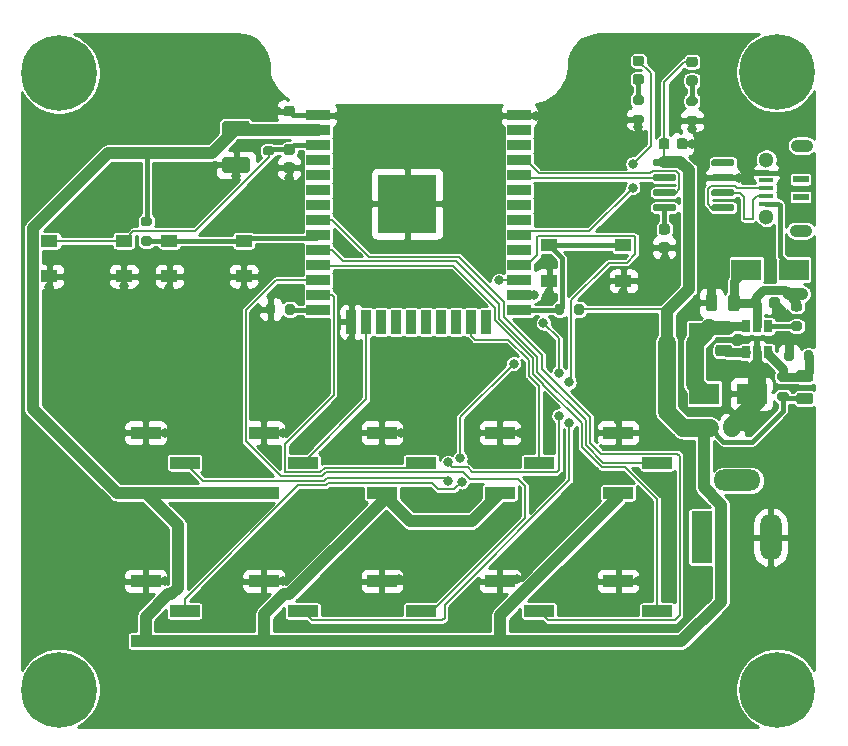
<source format=gbr>
G04 #@! TF.GenerationSoftware,KiCad,Pcbnew,(5.1.10-1-10_14)*
G04 #@! TF.CreationDate,2021-08-28T19:37:01+10:00*
G04 #@! TF.ProjectId,esp32_smart_keezer,65737033-325f-4736-9d61-72745f6b6565,1*
G04 #@! TF.SameCoordinates,Original*
G04 #@! TF.FileFunction,Copper,L1,Top*
G04 #@! TF.FilePolarity,Positive*
%FSLAX46Y46*%
G04 Gerber Fmt 4.6, Leading zero omitted, Abs format (unit mm)*
G04 Created by KiCad (PCBNEW (5.1.10-1-10_14)) date 2021-08-28 19:37:01*
%MOMM*%
%LPD*%
G01*
G04 APERTURE LIST*
G04 #@! TA.AperFunction,ComponentPad*
%ADD10O,1.900000X1.070000*%
G04 #@! TD*
G04 #@! TA.AperFunction,SMDPad,CuDef*
%ADD11R,1.350000X0.600000*%
G04 #@! TD*
G04 #@! TA.AperFunction,ComponentPad*
%ADD12C,1.300000*%
G04 #@! TD*
G04 #@! TA.AperFunction,SMDPad,CuDef*
%ADD13R,1.250000X0.400000*%
G04 #@! TD*
G04 #@! TA.AperFunction,ComponentPad*
%ADD14C,0.800000*%
G04 #@! TD*
G04 #@! TA.AperFunction,ComponentPad*
%ADD15C,6.400000*%
G04 #@! TD*
G04 #@! TA.AperFunction,SMDPad,CuDef*
%ADD16R,5.000000X5.000000*%
G04 #@! TD*
G04 #@! TA.AperFunction,SMDPad,CuDef*
%ADD17R,2.000000X0.900000*%
G04 #@! TD*
G04 #@! TA.AperFunction,SMDPad,CuDef*
%ADD18R,0.900000X2.000000*%
G04 #@! TD*
G04 #@! TA.AperFunction,SMDPad,CuDef*
%ADD19R,1.400000X1.000000*%
G04 #@! TD*
G04 #@! TA.AperFunction,SMDPad,CuDef*
%ADD20R,2.510000X1.000000*%
G04 #@! TD*
G04 #@! TA.AperFunction,SMDPad,CuDef*
%ADD21R,0.650000X1.060000*%
G04 #@! TD*
G04 #@! TA.AperFunction,SMDPad,CuDef*
%ADD22R,0.980000X3.400000*%
G04 #@! TD*
G04 #@! TA.AperFunction,SMDPad,CuDef*
%ADD23R,2.500000X1.800000*%
G04 #@! TD*
G04 #@! TA.AperFunction,ComponentPad*
%ADD24O,4.000000X1.800000*%
G04 #@! TD*
G04 #@! TA.AperFunction,ComponentPad*
%ADD25O,1.800000X4.000000*%
G04 #@! TD*
G04 #@! TA.AperFunction,ComponentPad*
%ADD26R,1.800000X4.400000*%
G04 #@! TD*
G04 #@! TA.AperFunction,ViaPad*
%ADD27C,0.800000*%
G04 #@! TD*
G04 #@! TA.AperFunction,Conductor*
%ADD28C,0.400000*%
G04 #@! TD*
G04 #@! TA.AperFunction,Conductor*
%ADD29C,0.750000*%
G04 #@! TD*
G04 #@! TA.AperFunction,Conductor*
%ADD30C,1.500000*%
G04 #@! TD*
G04 #@! TA.AperFunction,Conductor*
%ADD31C,0.167000*%
G04 #@! TD*
G04 #@! TA.AperFunction,Conductor*
%ADD32C,0.200000*%
G04 #@! TD*
G04 #@! TA.AperFunction,Conductor*
%ADD33C,0.800000*%
G04 #@! TD*
G04 #@! TA.AperFunction,Conductor*
%ADD34C,1.200000*%
G04 #@! TD*
G04 #@! TA.AperFunction,Conductor*
%ADD35C,1.000000*%
G04 #@! TD*
G04 #@! TA.AperFunction,Conductor*
%ADD36C,0.254000*%
G04 #@! TD*
G04 #@! TA.AperFunction,Conductor*
%ADD37C,0.100000*%
G04 #@! TD*
G04 APERTURE END LIST*
D10*
X174050000Y-84800000D03*
X173950000Y-92000000D03*
D11*
X173950000Y-87650000D03*
X173950000Y-89150000D03*
D12*
X171050000Y-86000000D03*
X171050000Y-90800000D03*
D13*
X171050000Y-87100000D03*
X171050000Y-87750000D03*
X171050000Y-88400000D03*
X171050000Y-89050000D03*
X171050000Y-89700000D03*
D14*
X112847056Y-129152944D03*
X111150000Y-128450000D03*
X109452944Y-129152944D03*
X108750000Y-130850000D03*
X109452944Y-132547056D03*
X111150000Y-133250000D03*
X112847056Y-132547056D03*
X113550000Y-130850000D03*
D15*
X111150000Y-130850000D03*
D14*
X173647056Y-76852944D03*
X171950000Y-76150000D03*
X170252944Y-76852944D03*
X169550000Y-78550000D03*
X170252944Y-80247056D03*
X171950000Y-80950000D03*
X173647056Y-80247056D03*
X174350000Y-78550000D03*
D15*
X171950000Y-78550000D03*
X171950000Y-130850000D03*
D14*
X174350000Y-130850000D03*
X173647056Y-132547056D03*
X171950000Y-133250000D03*
X170252944Y-132547056D03*
X169550000Y-130850000D03*
X170252944Y-129152944D03*
X171950000Y-128450000D03*
X173647056Y-129152944D03*
X112847056Y-76952944D03*
X111150000Y-76250000D03*
X109452944Y-76952944D03*
X108750000Y-78650000D03*
X109452944Y-80347056D03*
X111150000Y-81050000D03*
X112847056Y-80347056D03*
X113550000Y-78650000D03*
D15*
X111150000Y-78650000D03*
G04 #@! TA.AperFunction,SMDPad,CuDef*
G36*
G01*
X130400000Y-86225000D02*
X130900000Y-86225000D01*
G75*
G02*
X131125000Y-86450000I0J-225000D01*
G01*
X131125000Y-86900000D01*
G75*
G02*
X130900000Y-87125000I-225000J0D01*
G01*
X130400000Y-87125000D01*
G75*
G02*
X130175000Y-86900000I0J225000D01*
G01*
X130175000Y-86450000D01*
G75*
G02*
X130400000Y-86225000I225000J0D01*
G01*
G37*
G04 #@! TD.AperFunction*
G04 #@! TA.AperFunction,SMDPad,CuDef*
G36*
G01*
X130400000Y-84675000D02*
X130900000Y-84675000D01*
G75*
G02*
X131125000Y-84900000I0J-225000D01*
G01*
X131125000Y-85350000D01*
G75*
G02*
X130900000Y-85575000I-225000J0D01*
G01*
X130400000Y-85575000D01*
G75*
G02*
X130175000Y-85350000I0J225000D01*
G01*
X130175000Y-84900000D01*
G75*
G02*
X130400000Y-84675000I225000J0D01*
G01*
G37*
G04 #@! TD.AperFunction*
G04 #@! TA.AperFunction,SMDPad,CuDef*
G36*
G01*
X162150000Y-91425000D02*
X162650000Y-91425000D01*
G75*
G02*
X162875000Y-91650000I0J-225000D01*
G01*
X162875000Y-92100000D01*
G75*
G02*
X162650000Y-92325000I-225000J0D01*
G01*
X162150000Y-92325000D01*
G75*
G02*
X161925000Y-92100000I0J225000D01*
G01*
X161925000Y-91650000D01*
G75*
G02*
X162150000Y-91425000I225000J0D01*
G01*
G37*
G04 #@! TD.AperFunction*
G04 #@! TA.AperFunction,SMDPad,CuDef*
G36*
G01*
X162150000Y-92975000D02*
X162650000Y-92975000D01*
G75*
G02*
X162875000Y-93200000I0J-225000D01*
G01*
X162875000Y-93650000D01*
G75*
G02*
X162650000Y-93875000I-225000J0D01*
G01*
X162150000Y-93875000D01*
G75*
G02*
X161925000Y-93650000I0J225000D01*
G01*
X161925000Y-93200000D01*
G75*
G02*
X162150000Y-92975000I225000J0D01*
G01*
G37*
G04 #@! TD.AperFunction*
G04 #@! TA.AperFunction,SMDPad,CuDef*
G36*
G01*
X163475000Y-84900000D02*
X163475000Y-84400000D01*
G75*
G02*
X163700000Y-84175000I225000J0D01*
G01*
X164150000Y-84175000D01*
G75*
G02*
X164375000Y-84400000I0J-225000D01*
G01*
X164375000Y-84900000D01*
G75*
G02*
X164150000Y-85125000I-225000J0D01*
G01*
X163700000Y-85125000D01*
G75*
G02*
X163475000Y-84900000I0J225000D01*
G01*
G37*
G04 #@! TD.AperFunction*
G04 #@! TA.AperFunction,SMDPad,CuDef*
G36*
G01*
X161925000Y-84900000D02*
X161925000Y-84400000D01*
G75*
G02*
X162150000Y-84175000I225000J0D01*
G01*
X162600000Y-84175000D01*
G75*
G02*
X162825000Y-84400000I0J-225000D01*
G01*
X162825000Y-84900000D01*
G75*
G02*
X162600000Y-85125000I-225000J0D01*
G01*
X162150000Y-85125000D01*
G75*
G02*
X161925000Y-84900000I0J225000D01*
G01*
G37*
G04 #@! TD.AperFunction*
G04 #@! TA.AperFunction,SMDPad,CuDef*
G36*
G01*
X125224997Y-82700000D02*
X127075003Y-82700000D01*
G75*
G02*
X127325000Y-82949997I0J-249997D01*
G01*
X127325000Y-83775003D01*
G75*
G02*
X127075003Y-84025000I-249997J0D01*
G01*
X125224997Y-84025000D01*
G75*
G02*
X124975000Y-83775003I0J249997D01*
G01*
X124975000Y-82949997D01*
G75*
G02*
X125224997Y-82700000I249997J0D01*
G01*
G37*
G04 #@! TD.AperFunction*
G04 #@! TA.AperFunction,SMDPad,CuDef*
G36*
G01*
X125224997Y-85775000D02*
X127075003Y-85775000D01*
G75*
G02*
X127325000Y-86024997I0J-249997D01*
G01*
X127325000Y-86850003D01*
G75*
G02*
X127075003Y-87100000I-249997J0D01*
G01*
X125224997Y-87100000D01*
G75*
G02*
X124975000Y-86850003I0J249997D01*
G01*
X124975000Y-86024997D01*
G75*
G02*
X125224997Y-85775000I249997J0D01*
G01*
G37*
G04 #@! TD.AperFunction*
G04 #@! TA.AperFunction,SMDPad,CuDef*
G36*
G01*
X130900000Y-83875000D02*
X130400000Y-83875000D01*
G75*
G02*
X130175000Y-83650000I0J225000D01*
G01*
X130175000Y-83200000D01*
G75*
G02*
X130400000Y-82975000I225000J0D01*
G01*
X130900000Y-82975000D01*
G75*
G02*
X131125000Y-83200000I0J-225000D01*
G01*
X131125000Y-83650000D01*
G75*
G02*
X130900000Y-83875000I-225000J0D01*
G01*
G37*
G04 #@! TD.AperFunction*
G04 #@! TA.AperFunction,SMDPad,CuDef*
G36*
G01*
X130900000Y-82325000D02*
X130400000Y-82325000D01*
G75*
G02*
X130175000Y-82100000I0J225000D01*
G01*
X130175000Y-81650000D01*
G75*
G02*
X130400000Y-81425000I225000J0D01*
G01*
X130900000Y-81425000D01*
G75*
G02*
X131125000Y-81650000I0J-225000D01*
G01*
X131125000Y-82100000D01*
G75*
G02*
X130900000Y-82325000I-225000J0D01*
G01*
G37*
G04 #@! TD.AperFunction*
G04 #@! TA.AperFunction,SMDPad,CuDef*
G36*
G01*
X160456250Y-79625000D02*
X159943750Y-79625000D01*
G75*
G02*
X159725000Y-79406250I0J218750D01*
G01*
X159725000Y-78968750D01*
G75*
G02*
X159943750Y-78750000I218750J0D01*
G01*
X160456250Y-78750000D01*
G75*
G02*
X160675000Y-78968750I0J-218750D01*
G01*
X160675000Y-79406250D01*
G75*
G02*
X160456250Y-79625000I-218750J0D01*
G01*
G37*
G04 #@! TD.AperFunction*
G04 #@! TA.AperFunction,SMDPad,CuDef*
G36*
G01*
X160456250Y-78050000D02*
X159943750Y-78050000D01*
G75*
G02*
X159725000Y-77831250I0J218750D01*
G01*
X159725000Y-77393750D01*
G75*
G02*
X159943750Y-77175000I218750J0D01*
G01*
X160456250Y-77175000D01*
G75*
G02*
X160675000Y-77393750I0J-218750D01*
G01*
X160675000Y-77831250D01*
G75*
G02*
X160456250Y-78050000I-218750J0D01*
G01*
G37*
G04 #@! TD.AperFunction*
G04 #@! TA.AperFunction,SMDPad,CuDef*
G36*
G01*
X165006250Y-79725000D02*
X164493750Y-79725000D01*
G75*
G02*
X164275000Y-79506250I0J218750D01*
G01*
X164275000Y-79068750D01*
G75*
G02*
X164493750Y-78850000I218750J0D01*
G01*
X165006250Y-78850000D01*
G75*
G02*
X165225000Y-79068750I0J-218750D01*
G01*
X165225000Y-79506250D01*
G75*
G02*
X165006250Y-79725000I-218750J0D01*
G01*
G37*
G04 #@! TD.AperFunction*
G04 #@! TA.AperFunction,SMDPad,CuDef*
G36*
G01*
X165006250Y-78150000D02*
X164493750Y-78150000D01*
G75*
G02*
X164275000Y-77931250I0J218750D01*
G01*
X164275000Y-77493750D01*
G75*
G02*
X164493750Y-77275000I218750J0D01*
G01*
X165006250Y-77275000D01*
G75*
G02*
X165225000Y-77493750I0J-218750D01*
G01*
X165225000Y-77931250D01*
G75*
G02*
X165006250Y-78150000I-218750J0D01*
G01*
G37*
G04 #@! TD.AperFunction*
G04 #@! TA.AperFunction,SMDPad,CuDef*
G36*
G01*
X128625000Y-84825000D02*
X129175000Y-84825000D01*
G75*
G02*
X129375000Y-85025000I0J-200000D01*
G01*
X129375000Y-85425000D01*
G75*
G02*
X129175000Y-85625000I-200000J0D01*
G01*
X128625000Y-85625000D01*
G75*
G02*
X128425000Y-85425000I0J200000D01*
G01*
X128425000Y-85025000D01*
G75*
G02*
X128625000Y-84825000I200000J0D01*
G01*
G37*
G04 #@! TD.AperFunction*
G04 #@! TA.AperFunction,SMDPad,CuDef*
G36*
G01*
X128625000Y-83175000D02*
X129175000Y-83175000D01*
G75*
G02*
X129375000Y-83375000I0J-200000D01*
G01*
X129375000Y-83775000D01*
G75*
G02*
X129175000Y-83975000I-200000J0D01*
G01*
X128625000Y-83975000D01*
G75*
G02*
X128425000Y-83775000I0J200000D01*
G01*
X128425000Y-83375000D01*
G75*
G02*
X128625000Y-83175000I200000J0D01*
G01*
G37*
G04 #@! TD.AperFunction*
G04 #@! TA.AperFunction,SMDPad,CuDef*
G36*
G01*
X159925000Y-82175000D02*
X160475000Y-82175000D01*
G75*
G02*
X160675000Y-82375000I0J-200000D01*
G01*
X160675000Y-82775000D01*
G75*
G02*
X160475000Y-82975000I-200000J0D01*
G01*
X159925000Y-82975000D01*
G75*
G02*
X159725000Y-82775000I0J200000D01*
G01*
X159725000Y-82375000D01*
G75*
G02*
X159925000Y-82175000I200000J0D01*
G01*
G37*
G04 #@! TD.AperFunction*
G04 #@! TA.AperFunction,SMDPad,CuDef*
G36*
G01*
X159925000Y-80525000D02*
X160475000Y-80525000D01*
G75*
G02*
X160675000Y-80725000I0J-200000D01*
G01*
X160675000Y-81125000D01*
G75*
G02*
X160475000Y-81325000I-200000J0D01*
G01*
X159925000Y-81325000D01*
G75*
G02*
X159725000Y-81125000I0J200000D01*
G01*
X159725000Y-80725000D01*
G75*
G02*
X159925000Y-80525000I200000J0D01*
G01*
G37*
G04 #@! TD.AperFunction*
G04 #@! TA.AperFunction,SMDPad,CuDef*
G36*
G01*
X164475000Y-80625000D02*
X165025000Y-80625000D01*
G75*
G02*
X165225000Y-80825000I0J-200000D01*
G01*
X165225000Y-81225000D01*
G75*
G02*
X165025000Y-81425000I-200000J0D01*
G01*
X164475000Y-81425000D01*
G75*
G02*
X164275000Y-81225000I0J200000D01*
G01*
X164275000Y-80825000D01*
G75*
G02*
X164475000Y-80625000I200000J0D01*
G01*
G37*
G04 #@! TD.AperFunction*
G04 #@! TA.AperFunction,SMDPad,CuDef*
G36*
G01*
X164475000Y-82275000D02*
X165025000Y-82275000D01*
G75*
G02*
X165225000Y-82475000I0J-200000D01*
G01*
X165225000Y-82875000D01*
G75*
G02*
X165025000Y-83075000I-200000J0D01*
G01*
X164475000Y-83075000D01*
G75*
G02*
X164275000Y-82875000I0J200000D01*
G01*
X164275000Y-82475000D01*
G75*
G02*
X164475000Y-82275000I200000J0D01*
G01*
G37*
G04 #@! TD.AperFunction*
G04 #@! TA.AperFunction,SMDPad,CuDef*
G36*
G01*
X130325000Y-98925000D02*
X130325000Y-98375000D01*
G75*
G02*
X130525000Y-98175000I200000J0D01*
G01*
X130925000Y-98175000D01*
G75*
G02*
X131125000Y-98375000I0J-200000D01*
G01*
X131125000Y-98925000D01*
G75*
G02*
X130925000Y-99125000I-200000J0D01*
G01*
X130525000Y-99125000D01*
G75*
G02*
X130325000Y-98925000I0J200000D01*
G01*
G37*
G04 #@! TD.AperFunction*
G04 #@! TA.AperFunction,SMDPad,CuDef*
G36*
G01*
X128675000Y-98925000D02*
X128675000Y-98375000D01*
G75*
G02*
X128875000Y-98175000I200000J0D01*
G01*
X129275000Y-98175000D01*
G75*
G02*
X129475000Y-98375000I0J-200000D01*
G01*
X129475000Y-98925000D01*
G75*
G02*
X129275000Y-99125000I-200000J0D01*
G01*
X128875000Y-99125000D01*
G75*
G02*
X128675000Y-98925000I0J200000D01*
G01*
G37*
G04 #@! TD.AperFunction*
G04 #@! TA.AperFunction,SMDPad,CuDef*
G36*
G01*
X155600000Y-98375000D02*
X155600000Y-98925000D01*
G75*
G02*
X155400000Y-99125000I-200000J0D01*
G01*
X155000000Y-99125000D01*
G75*
G02*
X154800000Y-98925000I0J200000D01*
G01*
X154800000Y-98375000D01*
G75*
G02*
X155000000Y-98175000I200000J0D01*
G01*
X155400000Y-98175000D01*
G75*
G02*
X155600000Y-98375000I0J-200000D01*
G01*
G37*
G04 #@! TD.AperFunction*
G04 #@! TA.AperFunction,SMDPad,CuDef*
G36*
G01*
X153950000Y-98375000D02*
X153950000Y-98925000D01*
G75*
G02*
X153750000Y-99125000I-200000J0D01*
G01*
X153350000Y-99125000D01*
G75*
G02*
X153150000Y-98925000I0J200000D01*
G01*
X153150000Y-98375000D01*
G75*
G02*
X153350000Y-98175000I200000J0D01*
G01*
X153750000Y-98175000D01*
G75*
G02*
X153950000Y-98375000I0J-200000D01*
G01*
G37*
G04 #@! TD.AperFunction*
D16*
X140625000Y-89720000D03*
D17*
X133125000Y-82220000D03*
X133125000Y-83490000D03*
X133125000Y-84760000D03*
X133125000Y-86030000D03*
X133125000Y-87300000D03*
X133125000Y-88570000D03*
X133125000Y-89840000D03*
X133125000Y-91110000D03*
X133125000Y-92380000D03*
X133125000Y-93650000D03*
X133125000Y-94920000D03*
X133125000Y-96190000D03*
X133125000Y-97460000D03*
X133125000Y-98730000D03*
D18*
X135910000Y-99730000D03*
X137180000Y-99730000D03*
X138450000Y-99730000D03*
X139720000Y-99730000D03*
X140990000Y-99730000D03*
X142260000Y-99730000D03*
X143530000Y-99730000D03*
X144800000Y-99730000D03*
X146070000Y-99730000D03*
X147340000Y-99730000D03*
D17*
X150125000Y-98730000D03*
X150125000Y-97460000D03*
X150125000Y-96190000D03*
X150125000Y-94920000D03*
X150125000Y-93650000D03*
X150125000Y-92380000D03*
X150125000Y-91110000D03*
X150125000Y-89840000D03*
X150125000Y-88570000D03*
X150125000Y-87300000D03*
X150125000Y-86030000D03*
X150125000Y-84760000D03*
X150125000Y-83490000D03*
X150125000Y-82220000D03*
G04 #@! TA.AperFunction,SMDPad,CuDef*
G36*
G01*
X118825000Y-93275000D02*
X118275000Y-93275000D01*
G75*
G02*
X118075000Y-93075000I0J200000D01*
G01*
X118075000Y-92675000D01*
G75*
G02*
X118275000Y-92475000I200000J0D01*
G01*
X118825000Y-92475000D01*
G75*
G02*
X119025000Y-92675000I0J-200000D01*
G01*
X119025000Y-93075000D01*
G75*
G02*
X118825000Y-93275000I-200000J0D01*
G01*
G37*
G04 #@! TD.AperFunction*
G04 #@! TA.AperFunction,SMDPad,CuDef*
G36*
G01*
X118825000Y-91625000D02*
X118275000Y-91625000D01*
G75*
G02*
X118075000Y-91425000I0J200000D01*
G01*
X118075000Y-91025000D01*
G75*
G02*
X118275000Y-90825000I200000J0D01*
G01*
X118825000Y-90825000D01*
G75*
G02*
X119025000Y-91025000I0J-200000D01*
G01*
X119025000Y-91425000D01*
G75*
G02*
X118825000Y-91625000I-200000J0D01*
G01*
G37*
G04 #@! TD.AperFunction*
D19*
X116650000Y-92850000D03*
X110350000Y-92850000D03*
X110350000Y-95850000D03*
X116650000Y-95850000D03*
X158950000Y-96250000D03*
X152650000Y-96250000D03*
X152650000Y-93250000D03*
X158950000Y-93250000D03*
X126800000Y-92850000D03*
X120500000Y-92850000D03*
X120500000Y-95850000D03*
X126800000Y-95850000D03*
G04 #@! TA.AperFunction,SMDPad,CuDef*
G36*
G01*
X168350000Y-89905000D02*
X168350000Y-90205000D01*
G75*
G02*
X168200000Y-90355000I-150000J0D01*
G01*
X166550000Y-90355000D01*
G75*
G02*
X166400000Y-90205000I0J150000D01*
G01*
X166400000Y-89905000D01*
G75*
G02*
X166550000Y-89755000I150000J0D01*
G01*
X168200000Y-89755000D01*
G75*
G02*
X168350000Y-89905000I0J-150000D01*
G01*
G37*
G04 #@! TD.AperFunction*
G04 #@! TA.AperFunction,SMDPad,CuDef*
G36*
G01*
X168350000Y-88635000D02*
X168350000Y-88935000D01*
G75*
G02*
X168200000Y-89085000I-150000J0D01*
G01*
X166550000Y-89085000D01*
G75*
G02*
X166400000Y-88935000I0J150000D01*
G01*
X166400000Y-88635000D01*
G75*
G02*
X166550000Y-88485000I150000J0D01*
G01*
X168200000Y-88485000D01*
G75*
G02*
X168350000Y-88635000I0J-150000D01*
G01*
G37*
G04 #@! TD.AperFunction*
G04 #@! TA.AperFunction,SMDPad,CuDef*
G36*
G01*
X168350000Y-87365000D02*
X168350000Y-87665000D01*
G75*
G02*
X168200000Y-87815000I-150000J0D01*
G01*
X166550000Y-87815000D01*
G75*
G02*
X166400000Y-87665000I0J150000D01*
G01*
X166400000Y-87365000D01*
G75*
G02*
X166550000Y-87215000I150000J0D01*
G01*
X168200000Y-87215000D01*
G75*
G02*
X168350000Y-87365000I0J-150000D01*
G01*
G37*
G04 #@! TD.AperFunction*
G04 #@! TA.AperFunction,SMDPad,CuDef*
G36*
G01*
X168350000Y-86095000D02*
X168350000Y-86395000D01*
G75*
G02*
X168200000Y-86545000I-150000J0D01*
G01*
X166550000Y-86545000D01*
G75*
G02*
X166400000Y-86395000I0J150000D01*
G01*
X166400000Y-86095000D01*
G75*
G02*
X166550000Y-85945000I150000J0D01*
G01*
X168200000Y-85945000D01*
G75*
G02*
X168350000Y-86095000I0J-150000D01*
G01*
G37*
G04 #@! TD.AperFunction*
G04 #@! TA.AperFunction,SMDPad,CuDef*
G36*
G01*
X163400000Y-86095000D02*
X163400000Y-86395000D01*
G75*
G02*
X163250000Y-86545000I-150000J0D01*
G01*
X161600000Y-86545000D01*
G75*
G02*
X161450000Y-86395000I0J150000D01*
G01*
X161450000Y-86095000D01*
G75*
G02*
X161600000Y-85945000I150000J0D01*
G01*
X163250000Y-85945000D01*
G75*
G02*
X163400000Y-86095000I0J-150000D01*
G01*
G37*
G04 #@! TD.AperFunction*
G04 #@! TA.AperFunction,SMDPad,CuDef*
G36*
G01*
X163400000Y-87365000D02*
X163400000Y-87665000D01*
G75*
G02*
X163250000Y-87815000I-150000J0D01*
G01*
X161600000Y-87815000D01*
G75*
G02*
X161450000Y-87665000I0J150000D01*
G01*
X161450000Y-87365000D01*
G75*
G02*
X161600000Y-87215000I150000J0D01*
G01*
X163250000Y-87215000D01*
G75*
G02*
X163400000Y-87365000I0J-150000D01*
G01*
G37*
G04 #@! TD.AperFunction*
G04 #@! TA.AperFunction,SMDPad,CuDef*
G36*
G01*
X163400000Y-88635000D02*
X163400000Y-88935000D01*
G75*
G02*
X163250000Y-89085000I-150000J0D01*
G01*
X161600000Y-89085000D01*
G75*
G02*
X161450000Y-88935000I0J150000D01*
G01*
X161450000Y-88635000D01*
G75*
G02*
X161600000Y-88485000I150000J0D01*
G01*
X163250000Y-88485000D01*
G75*
G02*
X163400000Y-88635000I0J-150000D01*
G01*
G37*
G04 #@! TD.AperFunction*
G04 #@! TA.AperFunction,SMDPad,CuDef*
G36*
G01*
X163400000Y-89905000D02*
X163400000Y-90205000D01*
G75*
G02*
X163250000Y-90355000I-150000J0D01*
G01*
X161600000Y-90355000D01*
G75*
G02*
X161450000Y-90205000I0J150000D01*
G01*
X161450000Y-89905000D01*
G75*
G02*
X161600000Y-89755000I150000J0D01*
G01*
X163250000Y-89755000D01*
G75*
G02*
X163400000Y-89905000I0J-150000D01*
G01*
G37*
G04 #@! TD.AperFunction*
D20*
X118495000Y-109110000D03*
X118495000Y-114190000D03*
X121805000Y-111650000D03*
X131805000Y-111650000D03*
X128495000Y-114190000D03*
X128495000Y-109110000D03*
X138495000Y-109110000D03*
X138495000Y-114190000D03*
X141805000Y-111650000D03*
X151805000Y-111650000D03*
X148495000Y-114190000D03*
X148495000Y-109110000D03*
X158495000Y-109110000D03*
X158495000Y-114190000D03*
X161805000Y-111650000D03*
X118495000Y-121660000D03*
X118495000Y-126740000D03*
X121805000Y-124200000D03*
X131805000Y-124200000D03*
X128495000Y-126740000D03*
X128495000Y-121660000D03*
X138495000Y-121660000D03*
X138495000Y-126740000D03*
X141805000Y-124200000D03*
X151805000Y-124200000D03*
X148495000Y-126740000D03*
X148495000Y-121660000D03*
X161805000Y-124200000D03*
X158495000Y-126740000D03*
X158495000Y-121660000D03*
G04 #@! TA.AperFunction,SMDPad,CuDef*
G36*
G01*
X165900000Y-98575000D02*
X165900000Y-97625000D01*
G75*
G02*
X166150000Y-97375000I250000J0D01*
G01*
X166650000Y-97375000D01*
G75*
G02*
X166900000Y-97625000I0J-250000D01*
G01*
X166900000Y-98575000D01*
G75*
G02*
X166650000Y-98825000I-250000J0D01*
G01*
X166150000Y-98825000D01*
G75*
G02*
X165900000Y-98575000I0J250000D01*
G01*
G37*
G04 #@! TD.AperFunction*
G04 #@! TA.AperFunction,SMDPad,CuDef*
G36*
G01*
X167800000Y-98575000D02*
X167800000Y-97625000D01*
G75*
G02*
X168050000Y-97375000I250000J0D01*
G01*
X168550000Y-97375000D01*
G75*
G02*
X168800000Y-97625000I0J-250000D01*
G01*
X168800000Y-98575000D01*
G75*
G02*
X168550000Y-98825000I-250000J0D01*
G01*
X168050000Y-98825000D01*
G75*
G02*
X167800000Y-98575000I0J250000D01*
G01*
G37*
G04 #@! TD.AperFunction*
G04 #@! TA.AperFunction,SMDPad,CuDef*
G36*
G01*
X169725000Y-98350000D02*
X169725000Y-97850000D01*
G75*
G02*
X169950000Y-97625000I225000J0D01*
G01*
X170400000Y-97625000D01*
G75*
G02*
X170625000Y-97850000I0J-225000D01*
G01*
X170625000Y-98350000D01*
G75*
G02*
X170400000Y-98575000I-225000J0D01*
G01*
X169950000Y-98575000D01*
G75*
G02*
X169725000Y-98350000I0J225000D01*
G01*
G37*
G04 #@! TD.AperFunction*
G04 #@! TA.AperFunction,SMDPad,CuDef*
G36*
G01*
X171275000Y-98350000D02*
X171275000Y-97850000D01*
G75*
G02*
X171500000Y-97625000I225000J0D01*
G01*
X171950000Y-97625000D01*
G75*
G02*
X172175000Y-97850000I0J-225000D01*
G01*
X172175000Y-98350000D01*
G75*
G02*
X171950000Y-98575000I-225000J0D01*
G01*
X171500000Y-98575000D01*
G75*
G02*
X171275000Y-98350000I0J225000D01*
G01*
G37*
G04 #@! TD.AperFunction*
G04 #@! TA.AperFunction,SMDPad,CuDef*
G36*
G01*
X167650000Y-109175000D02*
X167650000Y-108225000D01*
G75*
G02*
X167900000Y-107975000I250000J0D01*
G01*
X168400000Y-107975000D01*
G75*
G02*
X168650000Y-108225000I0J-250000D01*
G01*
X168650000Y-109175000D01*
G75*
G02*
X168400000Y-109425000I-250000J0D01*
G01*
X167900000Y-109425000D01*
G75*
G02*
X167650000Y-109175000I0J250000D01*
G01*
G37*
G04 #@! TD.AperFunction*
G04 #@! TA.AperFunction,SMDPad,CuDef*
G36*
G01*
X165750000Y-109175000D02*
X165750000Y-108225000D01*
G75*
G02*
X166000000Y-107975000I250000J0D01*
G01*
X166500000Y-107975000D01*
G75*
G02*
X166750000Y-108225000I0J-250000D01*
G01*
X166750000Y-109175000D01*
G75*
G02*
X166500000Y-109425000I-250000J0D01*
G01*
X166000000Y-109425000D01*
G75*
G02*
X165750000Y-109175000I0J250000D01*
G01*
G37*
G04 #@! TD.AperFunction*
G04 #@! TA.AperFunction,SMDPad,CuDef*
G36*
G01*
X175025000Y-102325000D02*
X175025000Y-102875000D01*
G75*
G02*
X174825000Y-103075000I-200000J0D01*
G01*
X174425000Y-103075000D01*
G75*
G02*
X174225000Y-102875000I0J200000D01*
G01*
X174225000Y-102325000D01*
G75*
G02*
X174425000Y-102125000I200000J0D01*
G01*
X174825000Y-102125000D01*
G75*
G02*
X175025000Y-102325000I0J-200000D01*
G01*
G37*
G04 #@! TD.AperFunction*
G04 #@! TA.AperFunction,SMDPad,CuDef*
G36*
G01*
X173375000Y-102325000D02*
X173375000Y-102875000D01*
G75*
G02*
X173175000Y-103075000I-200000J0D01*
G01*
X172775000Y-103075000D01*
G75*
G02*
X172575000Y-102875000I0J200000D01*
G01*
X172575000Y-102325000D01*
G75*
G02*
X172775000Y-102125000I200000J0D01*
G01*
X173175000Y-102125000D01*
G75*
G02*
X173375000Y-102325000I0J-200000D01*
G01*
G37*
G04 #@! TD.AperFunction*
G04 #@! TA.AperFunction,SMDPad,CuDef*
G36*
G01*
X172725000Y-104775000D02*
X172175000Y-104775000D01*
G75*
G02*
X171975000Y-104575000I0J200000D01*
G01*
X171975000Y-104175000D01*
G75*
G02*
X172175000Y-103975000I200000J0D01*
G01*
X172725000Y-103975000D01*
G75*
G02*
X172925000Y-104175000I0J-200000D01*
G01*
X172925000Y-104575000D01*
G75*
G02*
X172725000Y-104775000I-200000J0D01*
G01*
G37*
G04 #@! TD.AperFunction*
G04 #@! TA.AperFunction,SMDPad,CuDef*
G36*
G01*
X172725000Y-106425000D02*
X172175000Y-106425000D01*
G75*
G02*
X171975000Y-106225000I0J200000D01*
G01*
X171975000Y-105825000D01*
G75*
G02*
X172175000Y-105625000I200000J0D01*
G01*
X172725000Y-105625000D01*
G75*
G02*
X172925000Y-105825000I0J-200000D01*
G01*
X172925000Y-106225000D01*
G75*
G02*
X172725000Y-106425000I-200000J0D01*
G01*
G37*
G04 #@! TD.AperFunction*
D21*
X169300000Y-102300000D03*
X170250000Y-102300000D03*
X171200000Y-102300000D03*
X171200000Y-100100000D03*
X169300000Y-100100000D03*
X170250000Y-100100000D03*
G04 #@! TA.AperFunction,SMDPad,CuDef*
G36*
G01*
X173825000Y-105700000D02*
X174775000Y-105700000D01*
G75*
G02*
X175025000Y-105950000I0J-250000D01*
G01*
X175025000Y-106450000D01*
G75*
G02*
X174775000Y-106700000I-250000J0D01*
G01*
X173825000Y-106700000D01*
G75*
G02*
X173575000Y-106450000I0J250000D01*
G01*
X173575000Y-105950000D01*
G75*
G02*
X173825000Y-105700000I250000J0D01*
G01*
G37*
G04 #@! TD.AperFunction*
G04 #@! TA.AperFunction,SMDPad,CuDef*
G36*
G01*
X173825000Y-103800000D02*
X174775000Y-103800000D01*
G75*
G02*
X175025000Y-104050000I0J-250000D01*
G01*
X175025000Y-104550000D01*
G75*
G02*
X174775000Y-104800000I-250000J0D01*
G01*
X173825000Y-104800000D01*
G75*
G02*
X173575000Y-104550000I0J250000D01*
G01*
X173575000Y-104050000D01*
G75*
G02*
X173825000Y-103800000I250000J0D01*
G01*
G37*
G04 #@! TD.AperFunction*
G04 #@! TA.AperFunction,SMDPad,CuDef*
G36*
G01*
X166975000Y-99750000D02*
X167925000Y-99750000D01*
G75*
G02*
X168175000Y-100000000I0J-250000D01*
G01*
X168175000Y-100500000D01*
G75*
G02*
X167925000Y-100750000I-250000J0D01*
G01*
X166975000Y-100750000D01*
G75*
G02*
X166725000Y-100500000I0J250000D01*
G01*
X166725000Y-100000000D01*
G75*
G02*
X166975000Y-99750000I250000J0D01*
G01*
G37*
G04 #@! TD.AperFunction*
G04 #@! TA.AperFunction,SMDPad,CuDef*
G36*
G01*
X166975000Y-101650000D02*
X167925000Y-101650000D01*
G75*
G02*
X168175000Y-101900000I0J-250000D01*
G01*
X168175000Y-102400000D01*
G75*
G02*
X167925000Y-102650000I-250000J0D01*
G01*
X166975000Y-102650000D01*
G75*
G02*
X166725000Y-102400000I0J250000D01*
G01*
X166725000Y-101900000D01*
G75*
G02*
X166975000Y-101650000I250000J0D01*
G01*
G37*
G04 #@! TD.AperFunction*
D22*
X164985000Y-101500000D03*
X162615000Y-101500000D03*
G04 #@! TA.AperFunction,SMDPad,CuDef*
G36*
G01*
X173325000Y-98025000D02*
X173875000Y-98025000D01*
G75*
G02*
X174075000Y-98225000I0J-200000D01*
G01*
X174075000Y-98625000D01*
G75*
G02*
X173875000Y-98825000I-200000J0D01*
G01*
X173325000Y-98825000D01*
G75*
G02*
X173125000Y-98625000I0J200000D01*
G01*
X173125000Y-98225000D01*
G75*
G02*
X173325000Y-98025000I200000J0D01*
G01*
G37*
G04 #@! TD.AperFunction*
G04 #@! TA.AperFunction,SMDPad,CuDef*
G36*
G01*
X173325000Y-99675000D02*
X173875000Y-99675000D01*
G75*
G02*
X174075000Y-99875000I0J-200000D01*
G01*
X174075000Y-100275000D01*
G75*
G02*
X173875000Y-100475000I-200000J0D01*
G01*
X173325000Y-100475000D01*
G75*
G02*
X173125000Y-100275000I0J200000D01*
G01*
X173125000Y-99875000D01*
G75*
G02*
X173325000Y-99675000I200000J0D01*
G01*
G37*
G04 #@! TD.AperFunction*
D23*
X165800000Y-105800000D03*
X169800000Y-105800000D03*
X169350000Y-95300000D03*
X173350000Y-95300000D03*
D24*
X168600000Y-113150000D03*
D25*
X171400000Y-117950000D03*
D26*
X165600000Y-117950000D03*
D27*
X138900000Y-91270000D03*
X140610000Y-91270000D03*
X142250000Y-91220000D03*
X142250000Y-89690000D03*
X140590000Y-89690000D03*
X140560000Y-87930000D03*
X142220000Y-87980000D03*
X138880000Y-87950000D03*
X135850000Y-101250000D03*
X134750000Y-82250000D03*
X129650000Y-81850000D03*
X130650000Y-87550000D03*
X126150000Y-87350000D03*
X160150000Y-83250000D03*
X164750000Y-83350000D03*
X126800000Y-96900000D03*
X152650000Y-97150000D03*
X158950000Y-97150000D03*
X169750000Y-87050000D03*
X168750000Y-87550000D03*
X162450000Y-94350000D03*
X128050000Y-98650000D03*
X151550000Y-82250000D03*
X120150000Y-121700000D03*
X130150000Y-121700000D03*
X160150000Y-121700000D03*
X150150000Y-109150000D03*
X140150000Y-109150000D03*
X130150000Y-109150000D03*
X120150000Y-109150000D03*
X139923063Y-121473063D03*
X149948063Y-121498063D03*
X133275000Y-114575000D03*
X130425000Y-116975000D03*
X142750000Y-115475000D03*
X140650000Y-117775000D03*
X143425000Y-121350000D03*
X151975000Y-113475000D03*
X152675000Y-109275000D03*
X147775000Y-87450000D03*
X145550000Y-82400000D03*
X155825000Y-94925000D03*
X152125000Y-101375000D03*
X138925000Y-89725000D03*
X149575000Y-116375000D03*
X153775000Y-100075000D03*
X164750000Y-84650000D03*
X116650000Y-96650000D03*
X110350000Y-96750000D03*
X152650000Y-89150000D03*
X155150000Y-89150000D03*
X169300000Y-92100000D03*
X117650000Y-79150000D03*
X127650000Y-79150000D03*
X114750000Y-89500000D03*
X117650000Y-99150000D03*
X112650000Y-109150000D03*
X112650000Y-119150000D03*
X117650000Y-129150000D03*
X122650000Y-129200000D03*
X132650000Y-129200000D03*
X142650000Y-129200000D03*
X152650000Y-129200000D03*
X162650000Y-129200000D03*
X142650000Y-104150000D03*
X132650000Y-104150000D03*
X117650000Y-104150000D03*
X112650000Y-104150000D03*
X157650000Y-84150000D03*
X157650000Y-79150000D03*
X167650000Y-79150000D03*
X167650000Y-84150000D03*
X117650000Y-119200000D03*
X157650000Y-119200000D03*
X153750000Y-117050000D03*
X145650000Y-118150000D03*
X137650000Y-118450000D03*
X140650000Y-97150000D03*
X160650000Y-91150000D03*
X172400000Y-99200000D03*
X166450000Y-96700000D03*
X158500000Y-108050000D03*
X169200000Y-107500000D03*
X172950000Y-101350000D03*
X122400000Y-115900000D03*
X125000000Y-117550000D03*
X151000000Y-125550000D03*
X162700000Y-121700000D03*
X162150000Y-113150000D03*
X135250000Y-93200000D03*
X163450000Y-79950000D03*
X163400000Y-81550000D03*
X152500000Y-94650000D03*
X169400000Y-121850000D03*
X174300000Y-122000000D03*
X174050000Y-114650000D03*
X171700000Y-109900000D03*
X158350000Y-103250000D03*
X166700000Y-92100000D03*
X173850000Y-93600000D03*
X146150000Y-124300000D03*
X131050000Y-125500000D03*
X124850000Y-124900000D03*
X155100000Y-122550000D03*
X165200000Y-121600000D03*
X161800000Y-109300000D03*
X117650000Y-84300000D03*
X122400000Y-79150000D03*
X120500000Y-96850000D03*
X121750000Y-88550000D03*
X167550000Y-103700000D03*
X164750000Y-98800000D03*
X172350000Y-87050000D03*
X170250000Y-103700000D03*
X159750000Y-86350000D03*
X159750000Y-88350000D03*
X151375000Y-97475000D03*
X144075000Y-113175000D03*
X144075000Y-111625000D03*
X153475000Y-107675000D03*
X153475000Y-104050000D03*
X152175000Y-99825000D03*
X154350000Y-108250000D03*
X154350000Y-104850000D03*
X145250000Y-113275000D03*
X145125000Y-111275000D03*
X149650000Y-103250000D03*
X148400000Y-96200002D03*
X174100000Y-97350000D03*
X172900000Y-97300000D03*
D28*
X152650000Y-97150000D02*
X152650000Y-96250000D01*
X158950000Y-97150000D02*
X158950000Y-96250000D01*
X167410000Y-87550000D02*
X167375000Y-87515000D01*
X168750000Y-87550000D02*
X167410000Y-87550000D01*
X162450000Y-93475000D02*
X162400000Y-93425000D01*
X162450000Y-94350000D02*
X162450000Y-93475000D01*
X171000000Y-87050000D02*
X171050000Y-87100000D01*
X169750000Y-87050000D02*
X171000000Y-87050000D01*
X130650000Y-86675000D02*
X130650000Y-87550000D01*
X126150000Y-87350000D02*
X126150000Y-86437500D01*
X160150000Y-82625000D02*
X160200000Y-82575000D01*
X160150000Y-83350000D02*
X160150000Y-82625000D01*
X164750000Y-83450000D02*
X164750000Y-82675000D01*
X130625000Y-81850000D02*
X130650000Y-81875000D01*
X129650000Y-81850000D02*
X130625000Y-81850000D01*
X133155000Y-82250000D02*
X133125000Y-82220000D01*
X134750000Y-82250000D02*
X133155000Y-82250000D01*
X128050000Y-98650000D02*
X129075000Y-98650000D01*
X135850000Y-99790000D02*
X135910000Y-99730000D01*
X135850000Y-101250000D02*
X135850000Y-99790000D01*
X151520000Y-82220000D02*
X151550000Y-82250000D01*
X148535000Y-109150000D02*
X148495000Y-109110000D01*
X150150000Y-109150000D02*
X148535000Y-109150000D01*
X138535000Y-109150000D02*
X138495000Y-109110000D01*
X140150000Y-109150000D02*
X138535000Y-109150000D01*
X128535000Y-109150000D02*
X128495000Y-109110000D01*
X130150000Y-109150000D02*
X128535000Y-109150000D01*
X118535000Y-109150000D02*
X118495000Y-109110000D01*
X120150000Y-109150000D02*
X118535000Y-109150000D01*
X118535000Y-121700000D02*
X118495000Y-121660000D01*
X120150000Y-121700000D02*
X118535000Y-121700000D01*
X128535000Y-121700000D02*
X128495000Y-121660000D01*
X130150000Y-121700000D02*
X128535000Y-121700000D01*
X158535000Y-121700000D02*
X158495000Y-121660000D01*
X160150000Y-121700000D02*
X158535000Y-121700000D01*
X138495000Y-121660000D02*
X139736126Y-121660000D01*
X139736126Y-121660000D02*
X139923063Y-121473063D01*
X149786126Y-121660000D02*
X149948063Y-121498063D01*
X148495000Y-121660000D02*
X149786126Y-121660000D01*
X164750000Y-84650000D02*
X163925000Y-84650000D01*
D29*
X172400000Y-98775000D02*
X171725000Y-98100000D01*
X172400000Y-99200000D02*
X172400000Y-98775000D01*
X166400000Y-96750000D02*
X166450000Y-96700000D01*
X166400000Y-98100000D02*
X166400000Y-96750000D01*
X170250000Y-105350000D02*
X169800000Y-105800000D01*
X170250000Y-102300000D02*
X170250000Y-103400000D01*
D28*
X158495000Y-109110000D02*
X158495000Y-108055000D01*
X158495000Y-108055000D02*
X158500000Y-108050000D01*
D30*
X170250000Y-103650000D02*
X170250000Y-103700000D01*
D29*
X170250000Y-104400000D02*
X170250000Y-105350000D01*
D30*
X170250000Y-106450000D02*
X170250000Y-104400000D01*
X168150000Y-108550000D02*
X170250000Y-106450000D01*
X168150000Y-108700000D02*
X168150000Y-108550000D01*
D29*
X172950000Y-102575000D02*
X172975000Y-102600000D01*
X172950000Y-101350000D02*
X172950000Y-102575000D01*
D28*
X120500000Y-96750000D02*
X120600000Y-96850000D01*
X120500000Y-95850000D02*
X120500000Y-96750000D01*
X126800000Y-96900000D02*
X126800000Y-95850000D01*
X130995000Y-82220000D02*
X130650000Y-81875000D01*
X133125000Y-82220000D02*
X130995000Y-82220000D01*
D30*
X170250000Y-103700000D02*
X170250000Y-104650000D01*
D28*
X160200000Y-80925000D02*
X160200000Y-79187500D01*
X164750000Y-81025000D02*
X164750000Y-79287500D01*
D31*
X150125000Y-86030000D02*
X150719698Y-86030000D01*
X151839698Y-87150000D02*
X161201922Y-87150000D01*
X161201922Y-87150000D02*
X161420432Y-86931490D01*
X150719698Y-86030000D02*
X151839698Y-87150000D01*
X163429568Y-86931490D02*
X163683510Y-87185432D01*
X163400000Y-88785000D02*
X162425000Y-88785000D01*
X161420432Y-86931490D02*
X163429568Y-86931490D01*
X163683510Y-87185432D02*
X163683510Y-88501490D01*
X163683510Y-88501490D02*
X163400000Y-88785000D01*
X150342010Y-87517010D02*
X150125000Y-87300000D01*
X162422990Y-87517010D02*
X150342010Y-87517010D01*
X162425000Y-87515000D02*
X162422990Y-87517010D01*
D28*
X131015000Y-84760000D02*
X130650000Y-85125000D01*
X133125000Y-84760000D02*
X131015000Y-84760000D01*
X129000000Y-85125000D02*
X128900000Y-85225000D01*
X130650000Y-85125000D02*
X129000000Y-85125000D01*
D32*
X117450001Y-92049999D02*
X116650000Y-92850000D01*
X122652837Y-92049999D02*
X117450001Y-92049999D01*
X128900000Y-85802836D02*
X122652837Y-92049999D01*
X128900000Y-85225000D02*
X128900000Y-85802836D01*
X110350000Y-92850000D02*
X116650000Y-92850000D01*
D28*
X162400000Y-90080000D02*
X162425000Y-90055000D01*
X162400000Y-91875000D02*
X162400000Y-90080000D01*
D32*
X150455000Y-92050000D02*
X150125000Y-92380000D01*
X156050000Y-92050000D02*
X150455000Y-92050000D01*
X159750000Y-88350000D02*
X156050000Y-92050000D01*
X161250000Y-84850000D02*
X159750000Y-86350000D01*
X161250000Y-78662500D02*
X161250000Y-84850000D01*
X160200000Y-77612500D02*
X161250000Y-78662500D01*
D28*
X172200000Y-89825000D02*
X172200000Y-94150000D01*
X172200000Y-94150000D02*
X173350000Y-95300000D01*
X172075000Y-89700000D02*
X172200000Y-89825000D01*
X171050000Y-89700000D02*
X172075000Y-89700000D01*
D31*
X169900000Y-91000000D02*
X169150000Y-91000000D01*
X169900000Y-89408000D02*
X169900000Y-91000000D01*
X170258000Y-89050000D02*
X169900000Y-89408000D01*
X171050000Y-89050000D02*
X170258000Y-89050000D01*
X168785000Y-88785000D02*
X167375000Y-88785000D01*
X169150000Y-89150000D02*
X168785000Y-88785000D01*
X169150000Y-91000000D02*
X169150000Y-89150000D01*
X166116490Y-89771490D02*
X166400000Y-90055000D01*
X168588418Y-88400000D02*
X168389908Y-88201490D01*
X168389908Y-88201490D02*
X166370432Y-88201490D01*
X166370432Y-88201490D02*
X166116490Y-88455432D01*
X166116490Y-88455432D02*
X166116490Y-89771490D01*
X166400000Y-90055000D02*
X167375000Y-90055000D01*
X171050000Y-88400000D02*
X168588418Y-88400000D01*
D28*
X152650000Y-93250000D02*
X158950000Y-93250000D01*
X153470000Y-98730000D02*
X153550000Y-98650000D01*
X150125000Y-98730000D02*
X153470000Y-98730000D01*
X153550000Y-98650000D02*
X153750000Y-98450000D01*
X153750000Y-94350000D02*
X152650000Y-93250000D01*
X153750000Y-98450000D02*
X153750000Y-94350000D01*
X120500000Y-92850000D02*
X126800000Y-92850000D01*
X118625000Y-92850000D02*
X118600000Y-92875000D01*
X120500000Y-92850000D02*
X118625000Y-92850000D01*
X132905000Y-92600000D02*
X133125000Y-92380000D01*
X127050000Y-92600000D02*
X132905000Y-92600000D01*
X126800000Y-92850000D02*
X127050000Y-92600000D01*
X130805000Y-98730000D02*
X130725000Y-98650000D01*
X133125000Y-98730000D02*
X130805000Y-98730000D01*
D31*
X129498418Y-96190000D02*
X133125000Y-96190000D01*
X133789333Y-112450000D02*
X133438821Y-112800512D01*
X145405970Y-112450000D02*
X133789333Y-112450000D01*
X129920210Y-112800512D02*
X126956499Y-109836801D01*
X145980970Y-113025000D02*
X145405970Y-112450000D01*
X133438821Y-112800512D02*
X129920210Y-112800512D01*
X150600000Y-116350000D02*
X150600000Y-113587500D01*
X150037500Y-113025000D02*
X145980970Y-113025000D01*
X142750000Y-124200000D02*
X150600000Y-116350000D01*
X126956499Y-98731919D02*
X129498418Y-96190000D01*
X126956499Y-109836801D02*
X126956499Y-98731919D01*
X150600000Y-113587500D02*
X150037500Y-113025000D01*
X141805000Y-124200000D02*
X142750000Y-124200000D01*
X151805000Y-105143416D02*
X151805000Y-110983000D01*
X146389498Y-101216498D02*
X149178082Y-101216498D01*
X150933502Y-102971918D02*
X150933502Y-104271918D01*
X149178082Y-101216498D02*
X150933502Y-102971918D01*
X146070000Y-99730000D02*
X146070000Y-100897000D01*
X146070000Y-100897000D02*
X146389498Y-101216498D01*
X151805000Y-110983000D02*
X151805000Y-111650000D01*
X150933502Y-104271918D02*
X151805000Y-105143416D01*
X144474999Y-112024999D02*
X145749999Y-112024999D01*
X153286801Y-112433501D02*
X153475000Y-112245302D01*
X146158501Y-112433501D02*
X153286801Y-112433501D01*
X144075000Y-111625000D02*
X144474999Y-112024999D01*
X145749999Y-112024999D02*
X146158501Y-112433501D01*
X153475000Y-112245302D02*
X153475000Y-107675000D01*
X153475000Y-104050000D02*
X153475000Y-101125000D01*
X153475000Y-101125000D02*
X152175000Y-99825000D01*
X150140000Y-97475000D02*
X150125000Y-97460000D01*
X151375000Y-97475000D02*
X150140000Y-97475000D01*
X143800000Y-112900000D02*
X144075000Y-113175000D01*
X133884485Y-112900000D02*
X143800000Y-112900000D01*
X133616963Y-113167522D02*
X133884485Y-112900000D01*
X123322522Y-113167522D02*
X133616963Y-113167522D01*
X121805000Y-111650000D02*
X123322522Y-113167522D01*
X143800000Y-124800000D02*
X143800000Y-123669030D01*
X143616499Y-124983501D02*
X143800000Y-124800000D01*
X132588501Y-124983501D02*
X143616499Y-124983501D01*
X154350000Y-113119030D02*
X154350000Y-108250000D01*
X143800000Y-123669030D02*
X154350000Y-113119030D01*
X131805000Y-124200000D02*
X132588501Y-124983501D01*
X154500000Y-104700000D02*
X154350000Y-104850000D01*
X154500000Y-97900000D02*
X154500000Y-104700000D01*
X157700000Y-94700000D02*
X154500000Y-97900000D01*
X159210302Y-94700000D02*
X157700000Y-94700000D01*
X159876801Y-92466499D02*
X159933501Y-92523199D01*
X150125000Y-94920000D02*
X150815302Y-94920000D01*
X150815302Y-94920000D02*
X151666499Y-94068803D01*
X159933501Y-93976801D02*
X159210302Y-94700000D01*
X151723199Y-92466499D02*
X159876801Y-92466499D01*
X159933501Y-92523199D02*
X159933501Y-93976801D01*
X151666499Y-92523199D02*
X151723199Y-92466499D01*
X151666499Y-94068803D02*
X151666499Y-92523199D01*
X152588501Y-124983501D02*
X151805000Y-124200000D01*
X163286801Y-124983501D02*
X152588501Y-124983501D01*
X133125000Y-91110000D02*
X134292000Y-91110000D01*
X157066499Y-110866499D02*
X163516499Y-110866499D01*
X163700000Y-124570302D02*
X163286801Y-124983501D01*
X152034535Y-103684535D02*
X156150000Y-107800000D01*
X152034535Y-102515858D02*
X152034535Y-103684535D01*
X148841499Y-99322822D02*
X152034535Y-102515858D01*
X163516499Y-110866499D02*
X163700000Y-111050000D01*
X156150000Y-107800000D02*
X156150000Y-109950000D01*
X163700000Y-111050000D02*
X163700000Y-124570302D01*
X137407000Y-94225000D02*
X145025000Y-94225000D01*
X148841499Y-98041499D02*
X148841499Y-99322822D01*
X145025000Y-94225000D02*
X148841499Y-98041499D01*
X134292000Y-91110000D02*
X137407000Y-94225000D01*
X156150000Y-109950000D02*
X157066499Y-110866499D01*
X157250000Y-111650000D02*
X161805000Y-111650000D01*
X155767011Y-108067011D02*
X155767011Y-110167011D01*
X151667524Y-103967524D02*
X155767011Y-108067011D01*
X148440512Y-99440866D02*
X151667524Y-102667878D01*
X155767011Y-110167011D02*
X157250000Y-111650000D01*
X135234011Y-94592011D02*
X144792011Y-94592011D01*
X134292000Y-93650000D02*
X135234011Y-94592011D01*
X151667524Y-102667878D02*
X151667524Y-103967524D01*
X144792011Y-94592011D02*
X148440512Y-98240512D01*
X148440512Y-98240512D02*
X148440512Y-99440866D01*
X133125000Y-93650000D02*
X134292000Y-93650000D01*
X137180000Y-106275000D02*
X137180000Y-99730000D01*
X131805000Y-111650000D02*
X137180000Y-106275000D01*
X145125000Y-111275000D02*
X145125000Y-107775000D01*
X145125000Y-107775000D02*
X149650000Y-103250000D01*
X121805000Y-124200000D02*
X121805000Y-123533000D01*
X121805000Y-123145302D02*
X121805000Y-124200000D01*
X131415770Y-113534532D02*
X121805000Y-123145302D01*
X133768983Y-113534532D02*
X131415770Y-113534532D01*
X142725000Y-113350000D02*
X133953515Y-113350000D01*
X144625000Y-113900000D02*
X143275000Y-113900000D01*
X133953515Y-113350000D02*
X133768983Y-113534532D01*
X143275000Y-113900000D02*
X142725000Y-113350000D01*
X145250000Y-113275000D02*
X144625000Y-113900000D01*
X150125000Y-96190000D02*
X148410002Y-96190000D01*
X148410002Y-96190000D02*
X148400000Y-96200002D01*
X157097980Y-112017011D02*
X159067011Y-112017011D01*
X155400000Y-110319031D02*
X157097980Y-112017011D01*
X151300513Y-104119898D02*
X152172011Y-104991396D01*
X148073501Y-99592886D02*
X151300513Y-102819898D01*
X151300513Y-102819898D02*
X151300513Y-104119898D01*
X144529324Y-94959022D02*
X148073501Y-98503199D01*
X133164022Y-94959022D02*
X144529324Y-94959022D01*
X152172011Y-105027980D02*
X155400000Y-108255969D01*
X155400000Y-108255969D02*
X155400000Y-110319031D01*
X133125000Y-94920000D02*
X133164022Y-94959022D01*
X148073501Y-98503199D02*
X148073501Y-99592886D01*
X152172011Y-104991396D02*
X152172011Y-105027980D01*
X161805000Y-114755000D02*
X161805000Y-123533000D01*
X161805000Y-123533000D02*
X161805000Y-124200000D01*
X159067011Y-112017011D02*
X161805000Y-114755000D01*
X134292000Y-97460000D02*
X133125000Y-97460000D01*
X134408501Y-97576501D02*
X134292000Y-97460000D01*
X130266499Y-110045083D02*
X134408501Y-105903081D01*
X130266499Y-112376801D02*
X130266499Y-110045083D01*
X133286801Y-112433501D02*
X130323199Y-112433501D01*
X133670302Y-112050000D02*
X133286801Y-112433501D01*
X141405000Y-112050000D02*
X133670302Y-112050000D01*
X130323199Y-112433501D02*
X130266499Y-112376801D01*
X134408501Y-105903081D02*
X134408501Y-97576501D01*
X141805000Y-111650000D02*
X141405000Y-112050000D01*
D29*
X172450000Y-103726153D02*
X172450000Y-104375000D01*
X171200000Y-102476153D02*
X172450000Y-103726153D01*
X171200000Y-102300000D02*
X171200000Y-102476153D01*
X174225000Y-104375000D02*
X174300000Y-104300000D01*
X172450000Y-104375000D02*
X174225000Y-104375000D01*
X174625000Y-103975000D02*
X174300000Y-104300000D01*
X174625000Y-102600000D02*
X174625000Y-103975000D01*
X167650000Y-102300000D02*
X167450000Y-102100000D01*
X169300000Y-102300000D02*
X167650000Y-102300000D01*
X167550000Y-100100000D02*
X167450000Y-100200000D01*
D33*
X169200000Y-100100000D02*
X167450000Y-100100000D01*
D30*
X164985000Y-104985000D02*
X165800000Y-105800000D01*
X164985000Y-101500000D02*
X164985000Y-104985000D01*
X166235000Y-100250000D02*
X164985000Y-101500000D01*
D34*
X167800000Y-100200000D02*
X166585000Y-100200000D01*
D28*
X172625000Y-106200000D02*
X172450000Y-106025000D01*
X174300000Y-106200000D02*
X172625000Y-106200000D01*
D30*
X162615000Y-107315000D02*
X162615000Y-101500000D01*
X164000000Y-108700000D02*
X162615000Y-107315000D01*
X166250000Y-108700000D02*
X164000000Y-108700000D01*
D35*
X121250001Y-116945001D02*
X118495000Y-114190000D01*
X121250001Y-122228001D02*
X121250001Y-116945001D01*
X120678001Y-122800001D02*
X121250001Y-122228001D01*
X120370001Y-122800001D02*
X120678001Y-122800001D01*
X118495000Y-124675002D02*
X120370001Y-122800001D01*
X118495000Y-126740000D02*
X118495000Y-124675002D01*
X128495000Y-114190000D02*
X118495000Y-114190000D01*
X140880001Y-116575001D02*
X146109999Y-116575001D01*
X146109999Y-116575001D02*
X148495000Y-114190000D01*
X138495000Y-114190000D02*
X140880001Y-116575001D01*
X126277500Y-83490000D02*
X126150000Y-83362500D01*
X133125000Y-83490000D02*
X126277500Y-83490000D01*
X163754108Y-86147980D02*
X162425000Y-86147980D01*
X164467020Y-96947980D02*
X164467019Y-86860891D01*
X164467019Y-86860891D02*
X163754108Y-86147980D01*
X162615000Y-101500000D02*
X162615000Y-98800000D01*
D32*
X162425000Y-79375000D02*
X162425000Y-86245000D01*
X164087500Y-77712500D02*
X162425000Y-79375000D01*
X164750000Y-77712500D02*
X164087500Y-77712500D01*
X162765000Y-98650000D02*
X163282500Y-98132500D01*
X155200000Y-98650000D02*
X162765000Y-98650000D01*
D35*
X163282500Y-98132500D02*
X164467020Y-96947980D01*
X162615000Y-98800000D02*
X163282500Y-98132500D01*
X158495000Y-114579128D02*
X158495000Y-114190000D01*
X148495000Y-124579128D02*
X158495000Y-114579128D01*
X148495000Y-126740000D02*
X148495000Y-124579128D01*
X130649999Y-122800001D02*
X138495000Y-114955000D01*
X138495000Y-114955000D02*
X138495000Y-114190000D01*
X130189997Y-122800001D02*
X130649999Y-122800001D01*
X128495000Y-124494998D02*
X130189997Y-122800001D01*
X128495000Y-126740000D02*
X128495000Y-124494998D01*
X124112499Y-85400001D02*
X126150000Y-83362500D01*
X108949999Y-91789999D02*
X115339997Y-85400001D01*
X108949999Y-107078001D02*
X108949999Y-91789999D01*
X116061998Y-114190000D02*
X108949999Y-107078001D01*
X118495000Y-114190000D02*
X116061998Y-114190000D01*
D28*
X118600000Y-91225000D02*
X118600000Y-85750002D01*
X118600000Y-85750002D02*
X118950001Y-85400001D01*
D35*
X118950001Y-85400001D02*
X124112499Y-85400001D01*
X115339997Y-85400001D02*
X118950001Y-85400001D01*
D28*
X169849990Y-109850010D02*
X167400010Y-109850010D01*
X172450000Y-107250000D02*
X169849990Y-109850010D01*
X167400010Y-109850010D02*
X166250000Y-108700000D01*
X172450000Y-106025000D02*
X172450000Y-107250000D01*
D35*
X163860000Y-126740000D02*
X118495000Y-126740000D01*
X167200001Y-115189999D02*
X167200001Y-123399999D01*
X167200001Y-123399999D02*
X163860000Y-126740000D01*
X165751171Y-113741169D02*
X167200001Y-115189999D01*
X165751171Y-109198829D02*
X165751171Y-113741169D01*
X166250000Y-108700000D02*
X165751171Y-109198829D01*
D28*
X171225000Y-100075000D02*
X171200000Y-100100000D01*
X173600000Y-100075000D02*
X171225000Y-100075000D01*
D29*
X168350000Y-96300000D02*
X168350000Y-98050000D01*
X169350000Y-95300000D02*
X168350000Y-96300000D01*
X168350000Y-98050000D02*
X168300000Y-98100000D01*
X168300000Y-98100000D02*
X170175000Y-98100000D01*
X170250000Y-98175000D02*
X170175000Y-98100000D01*
X170250000Y-100100000D02*
X170250000Y-98175000D01*
D35*
X172950000Y-97350000D02*
X172900000Y-97300000D01*
X174100000Y-97350000D02*
X172950000Y-97350000D01*
X172950000Y-97350000D02*
X173075000Y-97350000D01*
D29*
X173600000Y-98000000D02*
X173600000Y-98425000D01*
X170750010Y-97049990D02*
X172649990Y-97049990D01*
X172649990Y-97049990D02*
X173600000Y-98000000D01*
X170175000Y-97625000D02*
X170750010Y-97049990D01*
X170175000Y-98100000D02*
X170175000Y-97625000D01*
D36*
X126764003Y-75404087D02*
X127258427Y-75553361D01*
X127714449Y-75795832D01*
X128114680Y-76122252D01*
X128443894Y-76520203D01*
X128689537Y-76974513D01*
X128842262Y-77467885D01*
X128897991Y-77998117D01*
X128898002Y-78001227D01*
X128898075Y-78022171D01*
X128899628Y-78037465D01*
X128899521Y-78052846D01*
X128900001Y-78057738D01*
X128961202Y-78640028D01*
X128967616Y-78671274D01*
X128973595Y-78702618D01*
X128975016Y-78707324D01*
X129148153Y-79266637D01*
X129160510Y-79296033D01*
X129172467Y-79325627D01*
X129174773Y-79329962D01*
X129174775Y-79329967D01*
X129174778Y-79329971D01*
X129453250Y-79844998D01*
X129471078Y-79871428D01*
X129488560Y-79898144D01*
X129491666Y-79901952D01*
X129864876Y-80353085D01*
X129887490Y-80375541D01*
X129909835Y-80398360D01*
X129913623Y-80401492D01*
X130367351Y-80771544D01*
X130393893Y-80789179D01*
X130420248Y-80807224D01*
X130424571Y-80809562D01*
X130522998Y-80861896D01*
X130522998Y-80948748D01*
X130364250Y-80790000D01*
X130175000Y-80786928D01*
X130050518Y-80799188D01*
X129930820Y-80835498D01*
X129820506Y-80894463D01*
X129723815Y-80973815D01*
X129644463Y-81070506D01*
X129585498Y-81180820D01*
X129549188Y-81300518D01*
X129536928Y-81425000D01*
X129540000Y-81589250D01*
X129698750Y-81748000D01*
X130523000Y-81748000D01*
X130523000Y-81728000D01*
X130777000Y-81728000D01*
X130777000Y-81748000D01*
X130797000Y-81748000D01*
X130797000Y-82002000D01*
X130777000Y-82002000D01*
X130777000Y-82022000D01*
X130523000Y-82022000D01*
X130523000Y-82002000D01*
X129698750Y-82002000D01*
X129540000Y-82160750D01*
X129536928Y-82325000D01*
X129549188Y-82449482D01*
X129585498Y-82569180D01*
X129635647Y-82663000D01*
X127574485Y-82663000D01*
X127556074Y-82628556D01*
X127484120Y-82540880D01*
X127396444Y-82468926D01*
X127296416Y-82415460D01*
X127187878Y-82382535D01*
X127075003Y-82371418D01*
X125224997Y-82371418D01*
X125112122Y-82382535D01*
X125003584Y-82415460D01*
X124903556Y-82468926D01*
X124815880Y-82540880D01*
X124743926Y-82628556D01*
X124690460Y-82728584D01*
X124657535Y-82837122D01*
X124646418Y-82949997D01*
X124646418Y-83696528D01*
X123769946Y-84573001D01*
X115380611Y-84573001D01*
X115339997Y-84569001D01*
X115299383Y-84573001D01*
X115299373Y-84573001D01*
X115177877Y-84584967D01*
X115021987Y-84632256D01*
X114976273Y-84656691D01*
X114878317Y-84709049D01*
X114783945Y-84786499D01*
X114752391Y-84812395D01*
X114726496Y-84843948D01*
X108393947Y-91176498D01*
X108362394Y-91202393D01*
X108336499Y-91233946D01*
X108336497Y-91233948D01*
X108259047Y-91328320D01*
X108182255Y-91471989D01*
X108134966Y-91627879D01*
X108118999Y-91789999D01*
X108123000Y-91830623D01*
X108122999Y-107037387D01*
X108118999Y-107078001D01*
X108122999Y-107118615D01*
X108122999Y-107118624D01*
X108134965Y-107240120D01*
X108182254Y-107396010D01*
X108182255Y-107396011D01*
X108259047Y-107539680D01*
X108304060Y-107594528D01*
X108362393Y-107665607D01*
X108393951Y-107691506D01*
X115448502Y-114746059D01*
X115474392Y-114777606D01*
X115505939Y-114803496D01*
X115505945Y-114803502D01*
X115600317Y-114880951D01*
X115600319Y-114880952D01*
X115743988Y-114957745D01*
X115899878Y-115005034D01*
X116021374Y-115017000D01*
X116021386Y-115017000D01*
X116061997Y-115021000D01*
X116102608Y-115017000D01*
X117223939Y-115017000D01*
X117240000Y-115018582D01*
X118154029Y-115018582D01*
X120423002Y-117287556D01*
X120423001Y-121885447D01*
X120373849Y-121934599D01*
X120226250Y-121787000D01*
X118622000Y-121787000D01*
X118622000Y-122636250D01*
X118780750Y-122795000D01*
X119204107Y-122796342D01*
X117938948Y-124061501D01*
X117907395Y-124087396D01*
X117881500Y-124118949D01*
X117881498Y-124118951D01*
X117804048Y-124213323D01*
X117727256Y-124356992D01*
X117679967Y-124512882D01*
X117664000Y-124675002D01*
X117668001Y-124715626D01*
X117668000Y-125911418D01*
X117240000Y-125911418D01*
X117175897Y-125917732D01*
X117114257Y-125936430D01*
X117057450Y-125966794D01*
X117007657Y-126007657D01*
X116966794Y-126057450D01*
X116936430Y-126114257D01*
X116917732Y-126175897D01*
X116911418Y-126240000D01*
X116911418Y-127240000D01*
X116917732Y-127304103D01*
X116936430Y-127365743D01*
X116966794Y-127422550D01*
X117007657Y-127472343D01*
X117057450Y-127513206D01*
X117114257Y-127543570D01*
X117175897Y-127562268D01*
X117240000Y-127568582D01*
X118470439Y-127568582D01*
X118495000Y-127571001D01*
X118519561Y-127568582D01*
X119750000Y-127568582D01*
X119766061Y-127567000D01*
X127223939Y-127567000D01*
X127240000Y-127568582D01*
X128470439Y-127568582D01*
X128495000Y-127571001D01*
X128519561Y-127568582D01*
X129750000Y-127568582D01*
X129766061Y-127567000D01*
X137223939Y-127567000D01*
X137240000Y-127568582D01*
X139750000Y-127568582D01*
X139766061Y-127567000D01*
X147223939Y-127567000D01*
X147240000Y-127568582D01*
X148470439Y-127568582D01*
X148495000Y-127571001D01*
X148519561Y-127568582D01*
X149750000Y-127568582D01*
X149766061Y-127567000D01*
X157223939Y-127567000D01*
X157240000Y-127568582D01*
X159750000Y-127568582D01*
X159766061Y-127567000D01*
X163819386Y-127567000D01*
X163860000Y-127571000D01*
X163900614Y-127567000D01*
X163900624Y-127567000D01*
X164022120Y-127555034D01*
X164178010Y-127507745D01*
X164321679Y-127430952D01*
X164447606Y-127327606D01*
X164473505Y-127296048D01*
X167756060Y-124013495D01*
X167787607Y-123987605D01*
X167813497Y-123956058D01*
X167813504Y-123956051D01*
X167890953Y-123861679D01*
X167944144Y-123762165D01*
X167967746Y-123718009D01*
X168015035Y-123562119D01*
X168027001Y-123440623D01*
X168027001Y-123440613D01*
X168031001Y-123399999D01*
X168027001Y-123359385D01*
X168027001Y-118077000D01*
X169865000Y-118077000D01*
X169865000Y-119177000D01*
X169919271Y-119474023D01*
X170030446Y-119754751D01*
X170194252Y-120008396D01*
X170404394Y-120225210D01*
X170652796Y-120396862D01*
X170929913Y-120516755D01*
X171035260Y-120541036D01*
X171273000Y-120420378D01*
X171273000Y-118077000D01*
X171527000Y-118077000D01*
X171527000Y-120420378D01*
X171764740Y-120541036D01*
X171870087Y-120516755D01*
X172147204Y-120396862D01*
X172395606Y-120225210D01*
X172605748Y-120008396D01*
X172769554Y-119754751D01*
X172880729Y-119474023D01*
X172935000Y-119177000D01*
X172935000Y-118077000D01*
X171527000Y-118077000D01*
X171273000Y-118077000D01*
X169865000Y-118077000D01*
X168027001Y-118077000D01*
X168027001Y-116723000D01*
X169865000Y-116723000D01*
X169865000Y-117823000D01*
X171273000Y-117823000D01*
X171273000Y-115479622D01*
X171527000Y-115479622D01*
X171527000Y-117823000D01*
X172935000Y-117823000D01*
X172935000Y-116723000D01*
X172880729Y-116425977D01*
X172769554Y-116145249D01*
X172605748Y-115891604D01*
X172395606Y-115674790D01*
X172147204Y-115503138D01*
X171870087Y-115383245D01*
X171764740Y-115358964D01*
X171527000Y-115479622D01*
X171273000Y-115479622D01*
X171035260Y-115358964D01*
X170929913Y-115383245D01*
X170652796Y-115503138D01*
X170404394Y-115674790D01*
X170194252Y-115891604D01*
X170030446Y-116145249D01*
X169919271Y-116425977D01*
X169865000Y-116723000D01*
X168027001Y-116723000D01*
X168027001Y-115230612D01*
X168031001Y-115189998D01*
X168027001Y-115149384D01*
X168027001Y-115149375D01*
X168015035Y-115027879D01*
X167967746Y-114871989D01*
X167917297Y-114777606D01*
X167890953Y-114728319D01*
X167813503Y-114633947D01*
X167813502Y-114633946D01*
X167787607Y-114602393D01*
X167756055Y-114576499D01*
X167556556Y-114377000D01*
X169760268Y-114377000D01*
X169940534Y-114359245D01*
X170171824Y-114289084D01*
X170384983Y-114175149D01*
X170571817Y-114021817D01*
X170725149Y-113834983D01*
X170839084Y-113621824D01*
X170909245Y-113390534D01*
X170932936Y-113150000D01*
X170909245Y-112909466D01*
X170839084Y-112678176D01*
X170725149Y-112465017D01*
X170571817Y-112278183D01*
X170384983Y-112124851D01*
X170171824Y-112010916D01*
X169940534Y-111940755D01*
X169760268Y-111923000D01*
X167439732Y-111923000D01*
X167259466Y-111940755D01*
X167028176Y-112010916D01*
X166815017Y-112124851D01*
X166628183Y-112278183D01*
X166578171Y-112339122D01*
X166578171Y-109773461D01*
X167009063Y-110204354D01*
X167025562Y-110224458D01*
X167105808Y-110290314D01*
X167197360Y-110339249D01*
X167247833Y-110354560D01*
X167296700Y-110369384D01*
X167400010Y-110379559D01*
X167425891Y-110377010D01*
X169824109Y-110377010D01*
X169849990Y-110379559D01*
X169875871Y-110377010D01*
X169953300Y-110369384D01*
X170052640Y-110339249D01*
X170144192Y-110290314D01*
X170224438Y-110224458D01*
X170240945Y-110204344D01*
X172804339Y-107640951D01*
X172824448Y-107624448D01*
X172890304Y-107544202D01*
X172939239Y-107452650D01*
X172969374Y-107353310D01*
X172977000Y-107275881D01*
X172977000Y-107275879D01*
X172979549Y-107250001D01*
X172977000Y-107224123D01*
X172977000Y-106727000D01*
X173320172Y-106727000D01*
X173343927Y-106771443D01*
X173415881Y-106859119D01*
X173503557Y-106931073D01*
X173603586Y-106984540D01*
X173712124Y-107017465D01*
X173825000Y-107028582D01*
X174775000Y-107028582D01*
X174887876Y-107017465D01*
X174996414Y-106984540D01*
X175096443Y-106931073D01*
X175098001Y-106929795D01*
X175098001Y-129233451D01*
X175075587Y-129179339D01*
X174689600Y-128601668D01*
X174198332Y-128110400D01*
X173620661Y-127724413D01*
X172978788Y-127458540D01*
X172297379Y-127323000D01*
X171602621Y-127323000D01*
X170921212Y-127458540D01*
X170279339Y-127724413D01*
X169701668Y-128110400D01*
X169210400Y-128601668D01*
X168824413Y-129179339D01*
X168558540Y-129821212D01*
X168423000Y-130502621D01*
X168423000Y-131197379D01*
X168558540Y-131878788D01*
X168824413Y-132520661D01*
X169210400Y-133098332D01*
X169701668Y-133589600D01*
X170279339Y-133975587D01*
X170333449Y-133998000D01*
X112766551Y-133998000D01*
X112820661Y-133975587D01*
X113398332Y-133589600D01*
X113889600Y-133098332D01*
X114275587Y-132520661D01*
X114541460Y-131878788D01*
X114677000Y-131197379D01*
X114677000Y-130502621D01*
X114541460Y-129821212D01*
X114275587Y-129179339D01*
X113889600Y-128601668D01*
X113398332Y-128110400D01*
X112820661Y-127724413D01*
X112178788Y-127458540D01*
X111497379Y-127323000D01*
X110802621Y-127323000D01*
X110121212Y-127458540D01*
X109479339Y-127724413D01*
X108901668Y-128110400D01*
X108410400Y-128601668D01*
X108024413Y-129179339D01*
X108002000Y-129233449D01*
X108002000Y-122160000D01*
X116601928Y-122160000D01*
X116614188Y-122284482D01*
X116650498Y-122404180D01*
X116709463Y-122514494D01*
X116788815Y-122611185D01*
X116885506Y-122690537D01*
X116995820Y-122749502D01*
X117115518Y-122785812D01*
X117240000Y-122798072D01*
X118209250Y-122795000D01*
X118368000Y-122636250D01*
X118368000Y-121787000D01*
X116763750Y-121787000D01*
X116605000Y-121945750D01*
X116601928Y-122160000D01*
X108002000Y-122160000D01*
X108002000Y-121160000D01*
X116601928Y-121160000D01*
X116605000Y-121374250D01*
X116763750Y-121533000D01*
X118368000Y-121533000D01*
X118368000Y-120683750D01*
X118622000Y-120683750D01*
X118622000Y-121533000D01*
X120226250Y-121533000D01*
X120385000Y-121374250D01*
X120388072Y-121160000D01*
X120375812Y-121035518D01*
X120339502Y-120915820D01*
X120280537Y-120805506D01*
X120201185Y-120708815D01*
X120104494Y-120629463D01*
X119994180Y-120570498D01*
X119874482Y-120534188D01*
X119750000Y-120521928D01*
X118780750Y-120525000D01*
X118622000Y-120683750D01*
X118368000Y-120683750D01*
X118209250Y-120525000D01*
X117240000Y-120521928D01*
X117115518Y-120534188D01*
X116995820Y-120570498D01*
X116885506Y-120629463D01*
X116788815Y-120708815D01*
X116709463Y-120805506D01*
X116650498Y-120915820D01*
X116614188Y-121035518D01*
X116601928Y-121160000D01*
X108002000Y-121160000D01*
X108002000Y-80266551D01*
X108024413Y-80320661D01*
X108410400Y-80898332D01*
X108901668Y-81389600D01*
X109479339Y-81775587D01*
X110121212Y-82041460D01*
X110802621Y-82177000D01*
X111497379Y-82177000D01*
X112178788Y-82041460D01*
X112820661Y-81775587D01*
X113398332Y-81389600D01*
X113889600Y-80898332D01*
X114275587Y-80320661D01*
X114541460Y-79678788D01*
X114677000Y-78997379D01*
X114677000Y-78302621D01*
X114541460Y-77621212D01*
X114275587Y-76979339D01*
X113889600Y-76401668D01*
X113398332Y-75910400D01*
X112820661Y-75524413D01*
X112404420Y-75352000D01*
X126232785Y-75352000D01*
X126764003Y-75404087D01*
G04 #@! TA.AperFunction,Conductor*
D37*
G36*
X126764003Y-75404087D02*
G01*
X127258427Y-75553361D01*
X127714449Y-75795832D01*
X128114680Y-76122252D01*
X128443894Y-76520203D01*
X128689537Y-76974513D01*
X128842262Y-77467885D01*
X128897991Y-77998117D01*
X128898002Y-78001227D01*
X128898075Y-78022171D01*
X128899628Y-78037465D01*
X128899521Y-78052846D01*
X128900001Y-78057738D01*
X128961202Y-78640028D01*
X128967616Y-78671274D01*
X128973595Y-78702618D01*
X128975016Y-78707324D01*
X129148153Y-79266637D01*
X129160510Y-79296033D01*
X129172467Y-79325627D01*
X129174773Y-79329962D01*
X129174775Y-79329967D01*
X129174778Y-79329971D01*
X129453250Y-79844998D01*
X129471078Y-79871428D01*
X129488560Y-79898144D01*
X129491666Y-79901952D01*
X129864876Y-80353085D01*
X129887490Y-80375541D01*
X129909835Y-80398360D01*
X129913623Y-80401492D01*
X130367351Y-80771544D01*
X130393893Y-80789179D01*
X130420248Y-80807224D01*
X130424571Y-80809562D01*
X130522998Y-80861896D01*
X130522998Y-80948748D01*
X130364250Y-80790000D01*
X130175000Y-80786928D01*
X130050518Y-80799188D01*
X129930820Y-80835498D01*
X129820506Y-80894463D01*
X129723815Y-80973815D01*
X129644463Y-81070506D01*
X129585498Y-81180820D01*
X129549188Y-81300518D01*
X129536928Y-81425000D01*
X129540000Y-81589250D01*
X129698750Y-81748000D01*
X130523000Y-81748000D01*
X130523000Y-81728000D01*
X130777000Y-81728000D01*
X130777000Y-81748000D01*
X130797000Y-81748000D01*
X130797000Y-82002000D01*
X130777000Y-82002000D01*
X130777000Y-82022000D01*
X130523000Y-82022000D01*
X130523000Y-82002000D01*
X129698750Y-82002000D01*
X129540000Y-82160750D01*
X129536928Y-82325000D01*
X129549188Y-82449482D01*
X129585498Y-82569180D01*
X129635647Y-82663000D01*
X127574485Y-82663000D01*
X127556074Y-82628556D01*
X127484120Y-82540880D01*
X127396444Y-82468926D01*
X127296416Y-82415460D01*
X127187878Y-82382535D01*
X127075003Y-82371418D01*
X125224997Y-82371418D01*
X125112122Y-82382535D01*
X125003584Y-82415460D01*
X124903556Y-82468926D01*
X124815880Y-82540880D01*
X124743926Y-82628556D01*
X124690460Y-82728584D01*
X124657535Y-82837122D01*
X124646418Y-82949997D01*
X124646418Y-83696528D01*
X123769946Y-84573001D01*
X115380611Y-84573001D01*
X115339997Y-84569001D01*
X115299383Y-84573001D01*
X115299373Y-84573001D01*
X115177877Y-84584967D01*
X115021987Y-84632256D01*
X114976273Y-84656691D01*
X114878317Y-84709049D01*
X114783945Y-84786499D01*
X114752391Y-84812395D01*
X114726496Y-84843948D01*
X108393947Y-91176498D01*
X108362394Y-91202393D01*
X108336499Y-91233946D01*
X108336497Y-91233948D01*
X108259047Y-91328320D01*
X108182255Y-91471989D01*
X108134966Y-91627879D01*
X108118999Y-91789999D01*
X108123000Y-91830623D01*
X108122999Y-107037387D01*
X108118999Y-107078001D01*
X108122999Y-107118615D01*
X108122999Y-107118624D01*
X108134965Y-107240120D01*
X108182254Y-107396010D01*
X108182255Y-107396011D01*
X108259047Y-107539680D01*
X108304060Y-107594528D01*
X108362393Y-107665607D01*
X108393951Y-107691506D01*
X115448502Y-114746059D01*
X115474392Y-114777606D01*
X115505939Y-114803496D01*
X115505945Y-114803502D01*
X115600317Y-114880951D01*
X115600319Y-114880952D01*
X115743988Y-114957745D01*
X115899878Y-115005034D01*
X116021374Y-115017000D01*
X116021386Y-115017000D01*
X116061997Y-115021000D01*
X116102608Y-115017000D01*
X117223939Y-115017000D01*
X117240000Y-115018582D01*
X118154029Y-115018582D01*
X120423002Y-117287556D01*
X120423001Y-121885447D01*
X120373849Y-121934599D01*
X120226250Y-121787000D01*
X118622000Y-121787000D01*
X118622000Y-122636250D01*
X118780750Y-122795000D01*
X119204107Y-122796342D01*
X117938948Y-124061501D01*
X117907395Y-124087396D01*
X117881500Y-124118949D01*
X117881498Y-124118951D01*
X117804048Y-124213323D01*
X117727256Y-124356992D01*
X117679967Y-124512882D01*
X117664000Y-124675002D01*
X117668001Y-124715626D01*
X117668000Y-125911418D01*
X117240000Y-125911418D01*
X117175897Y-125917732D01*
X117114257Y-125936430D01*
X117057450Y-125966794D01*
X117007657Y-126007657D01*
X116966794Y-126057450D01*
X116936430Y-126114257D01*
X116917732Y-126175897D01*
X116911418Y-126240000D01*
X116911418Y-127240000D01*
X116917732Y-127304103D01*
X116936430Y-127365743D01*
X116966794Y-127422550D01*
X117007657Y-127472343D01*
X117057450Y-127513206D01*
X117114257Y-127543570D01*
X117175897Y-127562268D01*
X117240000Y-127568582D01*
X118470439Y-127568582D01*
X118495000Y-127571001D01*
X118519561Y-127568582D01*
X119750000Y-127568582D01*
X119766061Y-127567000D01*
X127223939Y-127567000D01*
X127240000Y-127568582D01*
X128470439Y-127568582D01*
X128495000Y-127571001D01*
X128519561Y-127568582D01*
X129750000Y-127568582D01*
X129766061Y-127567000D01*
X137223939Y-127567000D01*
X137240000Y-127568582D01*
X139750000Y-127568582D01*
X139766061Y-127567000D01*
X147223939Y-127567000D01*
X147240000Y-127568582D01*
X148470439Y-127568582D01*
X148495000Y-127571001D01*
X148519561Y-127568582D01*
X149750000Y-127568582D01*
X149766061Y-127567000D01*
X157223939Y-127567000D01*
X157240000Y-127568582D01*
X159750000Y-127568582D01*
X159766061Y-127567000D01*
X163819386Y-127567000D01*
X163860000Y-127571000D01*
X163900614Y-127567000D01*
X163900624Y-127567000D01*
X164022120Y-127555034D01*
X164178010Y-127507745D01*
X164321679Y-127430952D01*
X164447606Y-127327606D01*
X164473505Y-127296048D01*
X167756060Y-124013495D01*
X167787607Y-123987605D01*
X167813497Y-123956058D01*
X167813504Y-123956051D01*
X167890953Y-123861679D01*
X167944144Y-123762165D01*
X167967746Y-123718009D01*
X168015035Y-123562119D01*
X168027001Y-123440623D01*
X168027001Y-123440613D01*
X168031001Y-123399999D01*
X168027001Y-123359385D01*
X168027001Y-118077000D01*
X169865000Y-118077000D01*
X169865000Y-119177000D01*
X169919271Y-119474023D01*
X170030446Y-119754751D01*
X170194252Y-120008396D01*
X170404394Y-120225210D01*
X170652796Y-120396862D01*
X170929913Y-120516755D01*
X171035260Y-120541036D01*
X171273000Y-120420378D01*
X171273000Y-118077000D01*
X171527000Y-118077000D01*
X171527000Y-120420378D01*
X171764740Y-120541036D01*
X171870087Y-120516755D01*
X172147204Y-120396862D01*
X172395606Y-120225210D01*
X172605748Y-120008396D01*
X172769554Y-119754751D01*
X172880729Y-119474023D01*
X172935000Y-119177000D01*
X172935000Y-118077000D01*
X171527000Y-118077000D01*
X171273000Y-118077000D01*
X169865000Y-118077000D01*
X168027001Y-118077000D01*
X168027001Y-116723000D01*
X169865000Y-116723000D01*
X169865000Y-117823000D01*
X171273000Y-117823000D01*
X171273000Y-115479622D01*
X171527000Y-115479622D01*
X171527000Y-117823000D01*
X172935000Y-117823000D01*
X172935000Y-116723000D01*
X172880729Y-116425977D01*
X172769554Y-116145249D01*
X172605748Y-115891604D01*
X172395606Y-115674790D01*
X172147204Y-115503138D01*
X171870087Y-115383245D01*
X171764740Y-115358964D01*
X171527000Y-115479622D01*
X171273000Y-115479622D01*
X171035260Y-115358964D01*
X170929913Y-115383245D01*
X170652796Y-115503138D01*
X170404394Y-115674790D01*
X170194252Y-115891604D01*
X170030446Y-116145249D01*
X169919271Y-116425977D01*
X169865000Y-116723000D01*
X168027001Y-116723000D01*
X168027001Y-115230612D01*
X168031001Y-115189998D01*
X168027001Y-115149384D01*
X168027001Y-115149375D01*
X168015035Y-115027879D01*
X167967746Y-114871989D01*
X167917297Y-114777606D01*
X167890953Y-114728319D01*
X167813503Y-114633947D01*
X167813502Y-114633946D01*
X167787607Y-114602393D01*
X167756055Y-114576499D01*
X167556556Y-114377000D01*
X169760268Y-114377000D01*
X169940534Y-114359245D01*
X170171824Y-114289084D01*
X170384983Y-114175149D01*
X170571817Y-114021817D01*
X170725149Y-113834983D01*
X170839084Y-113621824D01*
X170909245Y-113390534D01*
X170932936Y-113150000D01*
X170909245Y-112909466D01*
X170839084Y-112678176D01*
X170725149Y-112465017D01*
X170571817Y-112278183D01*
X170384983Y-112124851D01*
X170171824Y-112010916D01*
X169940534Y-111940755D01*
X169760268Y-111923000D01*
X167439732Y-111923000D01*
X167259466Y-111940755D01*
X167028176Y-112010916D01*
X166815017Y-112124851D01*
X166628183Y-112278183D01*
X166578171Y-112339122D01*
X166578171Y-109773461D01*
X167009063Y-110204354D01*
X167025562Y-110224458D01*
X167105808Y-110290314D01*
X167197360Y-110339249D01*
X167247833Y-110354560D01*
X167296700Y-110369384D01*
X167400010Y-110379559D01*
X167425891Y-110377010D01*
X169824109Y-110377010D01*
X169849990Y-110379559D01*
X169875871Y-110377010D01*
X169953300Y-110369384D01*
X170052640Y-110339249D01*
X170144192Y-110290314D01*
X170224438Y-110224458D01*
X170240945Y-110204344D01*
X172804339Y-107640951D01*
X172824448Y-107624448D01*
X172890304Y-107544202D01*
X172939239Y-107452650D01*
X172969374Y-107353310D01*
X172977000Y-107275881D01*
X172977000Y-107275879D01*
X172979549Y-107250001D01*
X172977000Y-107224123D01*
X172977000Y-106727000D01*
X173320172Y-106727000D01*
X173343927Y-106771443D01*
X173415881Y-106859119D01*
X173503557Y-106931073D01*
X173603586Y-106984540D01*
X173712124Y-107017465D01*
X173825000Y-107028582D01*
X174775000Y-107028582D01*
X174887876Y-107017465D01*
X174996414Y-106984540D01*
X175096443Y-106931073D01*
X175098001Y-106929795D01*
X175098001Y-129233451D01*
X175075587Y-129179339D01*
X174689600Y-128601668D01*
X174198332Y-128110400D01*
X173620661Y-127724413D01*
X172978788Y-127458540D01*
X172297379Y-127323000D01*
X171602621Y-127323000D01*
X170921212Y-127458540D01*
X170279339Y-127724413D01*
X169701668Y-128110400D01*
X169210400Y-128601668D01*
X168824413Y-129179339D01*
X168558540Y-129821212D01*
X168423000Y-130502621D01*
X168423000Y-131197379D01*
X168558540Y-131878788D01*
X168824413Y-132520661D01*
X169210400Y-133098332D01*
X169701668Y-133589600D01*
X170279339Y-133975587D01*
X170333449Y-133998000D01*
X112766551Y-133998000D01*
X112820661Y-133975587D01*
X113398332Y-133589600D01*
X113889600Y-133098332D01*
X114275587Y-132520661D01*
X114541460Y-131878788D01*
X114677000Y-131197379D01*
X114677000Y-130502621D01*
X114541460Y-129821212D01*
X114275587Y-129179339D01*
X113889600Y-128601668D01*
X113398332Y-128110400D01*
X112820661Y-127724413D01*
X112178788Y-127458540D01*
X111497379Y-127323000D01*
X110802621Y-127323000D01*
X110121212Y-127458540D01*
X109479339Y-127724413D01*
X108901668Y-128110400D01*
X108410400Y-128601668D01*
X108024413Y-129179339D01*
X108002000Y-129233449D01*
X108002000Y-122160000D01*
X116601928Y-122160000D01*
X116614188Y-122284482D01*
X116650498Y-122404180D01*
X116709463Y-122514494D01*
X116788815Y-122611185D01*
X116885506Y-122690537D01*
X116995820Y-122749502D01*
X117115518Y-122785812D01*
X117240000Y-122798072D01*
X118209250Y-122795000D01*
X118368000Y-122636250D01*
X118368000Y-121787000D01*
X116763750Y-121787000D01*
X116605000Y-121945750D01*
X116601928Y-122160000D01*
X108002000Y-122160000D01*
X108002000Y-121160000D01*
X116601928Y-121160000D01*
X116605000Y-121374250D01*
X116763750Y-121533000D01*
X118368000Y-121533000D01*
X118368000Y-120683750D01*
X118622000Y-120683750D01*
X118622000Y-121533000D01*
X120226250Y-121533000D01*
X120385000Y-121374250D01*
X120388072Y-121160000D01*
X120375812Y-121035518D01*
X120339502Y-120915820D01*
X120280537Y-120805506D01*
X120201185Y-120708815D01*
X120104494Y-120629463D01*
X119994180Y-120570498D01*
X119874482Y-120534188D01*
X119750000Y-120521928D01*
X118780750Y-120525000D01*
X118622000Y-120683750D01*
X118368000Y-120683750D01*
X118209250Y-120525000D01*
X117240000Y-120521928D01*
X117115518Y-120534188D01*
X116995820Y-120570498D01*
X116885506Y-120629463D01*
X116788815Y-120708815D01*
X116709463Y-120805506D01*
X116650498Y-120915820D01*
X116614188Y-121035518D01*
X116601928Y-121160000D01*
X108002000Y-121160000D01*
X108002000Y-80266551D01*
X108024413Y-80320661D01*
X108410400Y-80898332D01*
X108901668Y-81389600D01*
X109479339Y-81775587D01*
X110121212Y-82041460D01*
X110802621Y-82177000D01*
X111497379Y-82177000D01*
X112178788Y-82041460D01*
X112820661Y-81775587D01*
X113398332Y-81389600D01*
X113889600Y-80898332D01*
X114275587Y-80320661D01*
X114541460Y-79678788D01*
X114677000Y-78997379D01*
X114677000Y-78302621D01*
X114541460Y-77621212D01*
X114275587Y-76979339D01*
X113889600Y-76401668D01*
X113398332Y-75910400D01*
X112820661Y-75524413D01*
X112404420Y-75352000D01*
X126232785Y-75352000D01*
X126764003Y-75404087D01*
G37*
G04 #@! TD.AperFunction*
D36*
X161788000Y-100810018D02*
X161715175Y-100898756D01*
X161615168Y-101085856D01*
X161553584Y-101288871D01*
X161538001Y-101447091D01*
X161538000Y-107262093D01*
X161532789Y-107315000D01*
X161538000Y-107367907D01*
X161538000Y-107367908D01*
X161553583Y-107526128D01*
X161615167Y-107729143D01*
X161715174Y-107916244D01*
X161849761Y-108080239D01*
X161890865Y-108113972D01*
X163201032Y-109424140D01*
X163234761Y-109465239D01*
X163275858Y-109498966D01*
X163398755Y-109599826D01*
X163460066Y-109632597D01*
X163585856Y-109699833D01*
X163788871Y-109761417D01*
X163947091Y-109777000D01*
X163947093Y-109777000D01*
X164000000Y-109782211D01*
X164052907Y-109777000D01*
X164924171Y-109777000D01*
X164924172Y-113700545D01*
X164920171Y-113741169D01*
X164936138Y-113903289D01*
X164983427Y-114059179D01*
X165060219Y-114202848D01*
X165124429Y-114281087D01*
X165163566Y-114328775D01*
X165195119Y-114354670D01*
X166261866Y-115421418D01*
X164700000Y-115421418D01*
X164635897Y-115427732D01*
X164574257Y-115446430D01*
X164517450Y-115476794D01*
X164467657Y-115517657D01*
X164426794Y-115567450D01*
X164396430Y-115624257D01*
X164377732Y-115685897D01*
X164371418Y-115750000D01*
X164371418Y-120150000D01*
X164377732Y-120214103D01*
X164396430Y-120275743D01*
X164426794Y-120332550D01*
X164467657Y-120382343D01*
X164517450Y-120423206D01*
X164574257Y-120453570D01*
X164635897Y-120472268D01*
X164700000Y-120478582D01*
X166373002Y-120478582D01*
X166373002Y-123057443D01*
X163517447Y-125913000D01*
X159766061Y-125913000D01*
X159750000Y-125911418D01*
X157240000Y-125911418D01*
X157223939Y-125913000D01*
X149766061Y-125913000D01*
X149750000Y-125911418D01*
X149322000Y-125911418D01*
X149322000Y-124921681D01*
X150221418Y-124022263D01*
X150221418Y-124700000D01*
X150227732Y-124764103D01*
X150246430Y-124825743D01*
X150276794Y-124882550D01*
X150317657Y-124932343D01*
X150367450Y-124973206D01*
X150424257Y-125003570D01*
X150485897Y-125022268D01*
X150550000Y-125028582D01*
X152053047Y-125028582D01*
X152283973Y-125259508D01*
X152296829Y-125275173D01*
X152359336Y-125326471D01*
X152430649Y-125364588D01*
X152469339Y-125376324D01*
X152508028Y-125388061D01*
X152588501Y-125395987D01*
X152608665Y-125394001D01*
X163266637Y-125394001D01*
X163286801Y-125395987D01*
X163367273Y-125388061D01*
X163444653Y-125364588D01*
X163515966Y-125326471D01*
X163578473Y-125275173D01*
X163591333Y-125259503D01*
X163976002Y-124874834D01*
X163991672Y-124861974D01*
X164042970Y-124799467D01*
X164081087Y-124728154D01*
X164104560Y-124650774D01*
X164110500Y-124590466D01*
X164112486Y-124570302D01*
X164110500Y-124550138D01*
X164110500Y-111070164D01*
X164112486Y-111050000D01*
X164104560Y-110969527D01*
X164081087Y-110892149D01*
X164081087Y-110892148D01*
X164042970Y-110820835D01*
X163991672Y-110758328D01*
X163975998Y-110745465D01*
X163821032Y-110590498D01*
X163808171Y-110574827D01*
X163745664Y-110523529D01*
X163674351Y-110485412D01*
X163596971Y-110461939D01*
X163536663Y-110455999D01*
X163516499Y-110454013D01*
X163496335Y-110455999D01*
X157236534Y-110455999D01*
X156961912Y-110181378D01*
X156995820Y-110199502D01*
X157115518Y-110235812D01*
X157240000Y-110248072D01*
X158209250Y-110245000D01*
X158368000Y-110086250D01*
X158368000Y-109237000D01*
X158622000Y-109237000D01*
X158622000Y-110086250D01*
X158780750Y-110245000D01*
X159750000Y-110248072D01*
X159874482Y-110235812D01*
X159994180Y-110199502D01*
X160104494Y-110140537D01*
X160201185Y-110061185D01*
X160280537Y-109964494D01*
X160339502Y-109854180D01*
X160375812Y-109734482D01*
X160388072Y-109610000D01*
X160385000Y-109395750D01*
X160226250Y-109237000D01*
X158622000Y-109237000D01*
X158368000Y-109237000D01*
X156763750Y-109237000D01*
X156605000Y-109395750D01*
X156601928Y-109610000D01*
X156614188Y-109734482D01*
X156650498Y-109854180D01*
X156668623Y-109888089D01*
X156560500Y-109779966D01*
X156560500Y-108610000D01*
X156601928Y-108610000D01*
X156605000Y-108824250D01*
X156763750Y-108983000D01*
X158368000Y-108983000D01*
X158368000Y-108133750D01*
X158622000Y-108133750D01*
X158622000Y-108983000D01*
X160226250Y-108983000D01*
X160385000Y-108824250D01*
X160388072Y-108610000D01*
X160375812Y-108485518D01*
X160339502Y-108365820D01*
X160280537Y-108255506D01*
X160201185Y-108158815D01*
X160104494Y-108079463D01*
X159994180Y-108020498D01*
X159874482Y-107984188D01*
X159750000Y-107971928D01*
X158780750Y-107975000D01*
X158622000Y-108133750D01*
X158368000Y-108133750D01*
X158209250Y-107975000D01*
X157240000Y-107971928D01*
X157115518Y-107984188D01*
X156995820Y-108020498D01*
X156885506Y-108079463D01*
X156788815Y-108158815D01*
X156709463Y-108255506D01*
X156650498Y-108365820D01*
X156614188Y-108485518D01*
X156601928Y-108610000D01*
X156560500Y-108610000D01*
X156560500Y-107820163D01*
X156562486Y-107799999D01*
X156554560Y-107719527D01*
X156531087Y-107642148D01*
X156505634Y-107594528D01*
X156492970Y-107570835D01*
X156441672Y-107508328D01*
X156426009Y-107495474D01*
X154493278Y-105562743D01*
X154562058Y-105549062D01*
X154694364Y-105494259D01*
X154813436Y-105414698D01*
X154914698Y-105313436D01*
X154994259Y-105194364D01*
X155049062Y-105062058D01*
X155077000Y-104921603D01*
X155077000Y-104778397D01*
X155049062Y-104637942D01*
X154994259Y-104505636D01*
X154914698Y-104386564D01*
X154910500Y-104382366D01*
X154910500Y-99444767D01*
X155000000Y-99453582D01*
X155400000Y-99453582D01*
X155503121Y-99443425D01*
X155602280Y-99413346D01*
X155693664Y-99364500D01*
X155773764Y-99298764D01*
X155839500Y-99218664D01*
X155888346Y-99127280D01*
X155903598Y-99077000D01*
X161788001Y-99077000D01*
X161788000Y-100810018D01*
G04 #@! TA.AperFunction,Conductor*
D37*
G36*
X161788000Y-100810018D02*
G01*
X161715175Y-100898756D01*
X161615168Y-101085856D01*
X161553584Y-101288871D01*
X161538001Y-101447091D01*
X161538000Y-107262093D01*
X161532789Y-107315000D01*
X161538000Y-107367907D01*
X161538000Y-107367908D01*
X161553583Y-107526128D01*
X161615167Y-107729143D01*
X161715174Y-107916244D01*
X161849761Y-108080239D01*
X161890865Y-108113972D01*
X163201032Y-109424140D01*
X163234761Y-109465239D01*
X163275858Y-109498966D01*
X163398755Y-109599826D01*
X163460066Y-109632597D01*
X163585856Y-109699833D01*
X163788871Y-109761417D01*
X163947091Y-109777000D01*
X163947093Y-109777000D01*
X164000000Y-109782211D01*
X164052907Y-109777000D01*
X164924171Y-109777000D01*
X164924172Y-113700545D01*
X164920171Y-113741169D01*
X164936138Y-113903289D01*
X164983427Y-114059179D01*
X165060219Y-114202848D01*
X165124429Y-114281087D01*
X165163566Y-114328775D01*
X165195119Y-114354670D01*
X166261866Y-115421418D01*
X164700000Y-115421418D01*
X164635897Y-115427732D01*
X164574257Y-115446430D01*
X164517450Y-115476794D01*
X164467657Y-115517657D01*
X164426794Y-115567450D01*
X164396430Y-115624257D01*
X164377732Y-115685897D01*
X164371418Y-115750000D01*
X164371418Y-120150000D01*
X164377732Y-120214103D01*
X164396430Y-120275743D01*
X164426794Y-120332550D01*
X164467657Y-120382343D01*
X164517450Y-120423206D01*
X164574257Y-120453570D01*
X164635897Y-120472268D01*
X164700000Y-120478582D01*
X166373002Y-120478582D01*
X166373002Y-123057443D01*
X163517447Y-125913000D01*
X159766061Y-125913000D01*
X159750000Y-125911418D01*
X157240000Y-125911418D01*
X157223939Y-125913000D01*
X149766061Y-125913000D01*
X149750000Y-125911418D01*
X149322000Y-125911418D01*
X149322000Y-124921681D01*
X150221418Y-124022263D01*
X150221418Y-124700000D01*
X150227732Y-124764103D01*
X150246430Y-124825743D01*
X150276794Y-124882550D01*
X150317657Y-124932343D01*
X150367450Y-124973206D01*
X150424257Y-125003570D01*
X150485897Y-125022268D01*
X150550000Y-125028582D01*
X152053047Y-125028582D01*
X152283973Y-125259508D01*
X152296829Y-125275173D01*
X152359336Y-125326471D01*
X152430649Y-125364588D01*
X152469339Y-125376324D01*
X152508028Y-125388061D01*
X152588501Y-125395987D01*
X152608665Y-125394001D01*
X163266637Y-125394001D01*
X163286801Y-125395987D01*
X163367273Y-125388061D01*
X163444653Y-125364588D01*
X163515966Y-125326471D01*
X163578473Y-125275173D01*
X163591333Y-125259503D01*
X163976002Y-124874834D01*
X163991672Y-124861974D01*
X164042970Y-124799467D01*
X164081087Y-124728154D01*
X164104560Y-124650774D01*
X164110500Y-124590466D01*
X164112486Y-124570302D01*
X164110500Y-124550138D01*
X164110500Y-111070164D01*
X164112486Y-111050000D01*
X164104560Y-110969527D01*
X164081087Y-110892149D01*
X164081087Y-110892148D01*
X164042970Y-110820835D01*
X163991672Y-110758328D01*
X163975998Y-110745465D01*
X163821032Y-110590498D01*
X163808171Y-110574827D01*
X163745664Y-110523529D01*
X163674351Y-110485412D01*
X163596971Y-110461939D01*
X163536663Y-110455999D01*
X163516499Y-110454013D01*
X163496335Y-110455999D01*
X157236534Y-110455999D01*
X156961912Y-110181378D01*
X156995820Y-110199502D01*
X157115518Y-110235812D01*
X157240000Y-110248072D01*
X158209250Y-110245000D01*
X158368000Y-110086250D01*
X158368000Y-109237000D01*
X158622000Y-109237000D01*
X158622000Y-110086250D01*
X158780750Y-110245000D01*
X159750000Y-110248072D01*
X159874482Y-110235812D01*
X159994180Y-110199502D01*
X160104494Y-110140537D01*
X160201185Y-110061185D01*
X160280537Y-109964494D01*
X160339502Y-109854180D01*
X160375812Y-109734482D01*
X160388072Y-109610000D01*
X160385000Y-109395750D01*
X160226250Y-109237000D01*
X158622000Y-109237000D01*
X158368000Y-109237000D01*
X156763750Y-109237000D01*
X156605000Y-109395750D01*
X156601928Y-109610000D01*
X156614188Y-109734482D01*
X156650498Y-109854180D01*
X156668623Y-109888089D01*
X156560500Y-109779966D01*
X156560500Y-108610000D01*
X156601928Y-108610000D01*
X156605000Y-108824250D01*
X156763750Y-108983000D01*
X158368000Y-108983000D01*
X158368000Y-108133750D01*
X158622000Y-108133750D01*
X158622000Y-108983000D01*
X160226250Y-108983000D01*
X160385000Y-108824250D01*
X160388072Y-108610000D01*
X160375812Y-108485518D01*
X160339502Y-108365820D01*
X160280537Y-108255506D01*
X160201185Y-108158815D01*
X160104494Y-108079463D01*
X159994180Y-108020498D01*
X159874482Y-107984188D01*
X159750000Y-107971928D01*
X158780750Y-107975000D01*
X158622000Y-108133750D01*
X158368000Y-108133750D01*
X158209250Y-107975000D01*
X157240000Y-107971928D01*
X157115518Y-107984188D01*
X156995820Y-108020498D01*
X156885506Y-108079463D01*
X156788815Y-108158815D01*
X156709463Y-108255506D01*
X156650498Y-108365820D01*
X156614188Y-108485518D01*
X156601928Y-108610000D01*
X156560500Y-108610000D01*
X156560500Y-107820163D01*
X156562486Y-107799999D01*
X156554560Y-107719527D01*
X156531087Y-107642148D01*
X156505634Y-107594528D01*
X156492970Y-107570835D01*
X156441672Y-107508328D01*
X156426009Y-107495474D01*
X154493278Y-105562743D01*
X154562058Y-105549062D01*
X154694364Y-105494259D01*
X154813436Y-105414698D01*
X154914698Y-105313436D01*
X154994259Y-105194364D01*
X155049062Y-105062058D01*
X155077000Y-104921603D01*
X155077000Y-104778397D01*
X155049062Y-104637942D01*
X154994259Y-104505636D01*
X154914698Y-104386564D01*
X154910500Y-104382366D01*
X154910500Y-99444767D01*
X155000000Y-99453582D01*
X155400000Y-99453582D01*
X155503121Y-99443425D01*
X155602280Y-99413346D01*
X155693664Y-99364500D01*
X155773764Y-99298764D01*
X155839500Y-99218664D01*
X155888346Y-99127280D01*
X155903598Y-99077000D01*
X161788001Y-99077000D01*
X161788000Y-100810018D01*
G37*
G04 #@! TD.AperFunction*
D36*
X154989501Y-110298857D02*
X154987514Y-110319031D01*
X154995440Y-110399503D01*
X155018913Y-110476881D01*
X155018914Y-110476883D01*
X155057031Y-110548196D01*
X155108329Y-110610703D01*
X155123993Y-110623558D01*
X156793453Y-112293019D01*
X156806308Y-112308683D01*
X156868815Y-112359981D01*
X156910652Y-112382343D01*
X156940128Y-112398098D01*
X157017507Y-112421571D01*
X157097979Y-112429497D01*
X157118143Y-112427511D01*
X158896977Y-112427511D01*
X159847254Y-113377788D01*
X159814103Y-113367732D01*
X159750000Y-113361418D01*
X158519561Y-113361418D01*
X158495000Y-113358999D01*
X158470439Y-113361418D01*
X157240000Y-113361418D01*
X157175897Y-113367732D01*
X157114257Y-113386430D01*
X157057450Y-113416794D01*
X157007657Y-113457657D01*
X156966794Y-113507450D01*
X156936430Y-113564257D01*
X156917732Y-113625897D01*
X156911418Y-113690000D01*
X156911418Y-114690000D01*
X156917732Y-114754103D01*
X156936430Y-114815743D01*
X156966794Y-114872550D01*
X156996196Y-114908377D01*
X150371577Y-121532998D01*
X150226252Y-121532998D01*
X150385000Y-121374250D01*
X150388072Y-121160000D01*
X150375812Y-121035518D01*
X150339502Y-120915820D01*
X150280537Y-120805506D01*
X150201185Y-120708815D01*
X150104494Y-120629463D01*
X149994180Y-120570498D01*
X149874482Y-120534188D01*
X149750000Y-120521928D01*
X148780750Y-120525000D01*
X148622000Y-120683750D01*
X148622000Y-121533000D01*
X148642000Y-121533000D01*
X148642000Y-121787000D01*
X148622000Y-121787000D01*
X148622000Y-122636250D01*
X148780750Y-122795000D01*
X149108536Y-122796039D01*
X147938948Y-123965627D01*
X147907395Y-123991522D01*
X147881500Y-124023075D01*
X147881498Y-124023077D01*
X147804048Y-124117449D01*
X147727256Y-124261118D01*
X147679967Y-124417008D01*
X147664000Y-124579128D01*
X147668001Y-124619752D01*
X147668000Y-125911418D01*
X147240000Y-125911418D01*
X147223939Y-125913000D01*
X139766061Y-125913000D01*
X139750000Y-125911418D01*
X137240000Y-125911418D01*
X137223939Y-125913000D01*
X129766061Y-125913000D01*
X129750000Y-125911418D01*
X129322000Y-125911418D01*
X129322000Y-124837551D01*
X130221418Y-123938134D01*
X130221418Y-124700000D01*
X130227732Y-124764103D01*
X130246430Y-124825743D01*
X130276794Y-124882550D01*
X130317657Y-124932343D01*
X130367450Y-124973206D01*
X130424257Y-125003570D01*
X130485897Y-125022268D01*
X130550000Y-125028582D01*
X132053047Y-125028582D01*
X132283973Y-125259508D01*
X132296829Y-125275173D01*
X132359336Y-125326471D01*
X132430649Y-125364588D01*
X132469339Y-125376324D01*
X132508028Y-125388061D01*
X132588501Y-125395987D01*
X132608665Y-125394001D01*
X143596335Y-125394001D01*
X143616499Y-125395987D01*
X143696971Y-125388061D01*
X143774351Y-125364588D01*
X143845664Y-125326471D01*
X143908171Y-125275173D01*
X143921032Y-125259502D01*
X144075998Y-125104535D01*
X144091672Y-125091672D01*
X144142970Y-125029165D01*
X144181087Y-124957852D01*
X144194610Y-124913272D01*
X144204560Y-124880473D01*
X144212486Y-124800000D01*
X144210500Y-124779836D01*
X144210500Y-123839064D01*
X145889564Y-122160000D01*
X146601928Y-122160000D01*
X146614188Y-122284482D01*
X146650498Y-122404180D01*
X146709463Y-122514494D01*
X146788815Y-122611185D01*
X146885506Y-122690537D01*
X146995820Y-122749502D01*
X147115518Y-122785812D01*
X147240000Y-122798072D01*
X148209250Y-122795000D01*
X148368000Y-122636250D01*
X148368000Y-121787000D01*
X146763750Y-121787000D01*
X146605000Y-121945750D01*
X146601928Y-122160000D01*
X145889564Y-122160000D01*
X146640157Y-121409407D01*
X146763750Y-121533000D01*
X148368000Y-121533000D01*
X148368000Y-120683750D01*
X148209250Y-120525000D01*
X147526728Y-120522837D01*
X154626009Y-113423556D01*
X154641672Y-113410702D01*
X154692970Y-113348195D01*
X154731087Y-113276882D01*
X154737978Y-113254165D01*
X154754560Y-113199503D01*
X154762486Y-113119031D01*
X154760500Y-113098867D01*
X154760500Y-108850069D01*
X154813436Y-108814698D01*
X154914698Y-108713436D01*
X154989500Y-108601486D01*
X154989501Y-110298857D01*
G04 #@! TA.AperFunction,Conductor*
D37*
G36*
X154989501Y-110298857D02*
G01*
X154987514Y-110319031D01*
X154995440Y-110399503D01*
X155018913Y-110476881D01*
X155018914Y-110476883D01*
X155057031Y-110548196D01*
X155108329Y-110610703D01*
X155123993Y-110623558D01*
X156793453Y-112293019D01*
X156806308Y-112308683D01*
X156868815Y-112359981D01*
X156910652Y-112382343D01*
X156940128Y-112398098D01*
X157017507Y-112421571D01*
X157097979Y-112429497D01*
X157118143Y-112427511D01*
X158896977Y-112427511D01*
X159847254Y-113377788D01*
X159814103Y-113367732D01*
X159750000Y-113361418D01*
X158519561Y-113361418D01*
X158495000Y-113358999D01*
X158470439Y-113361418D01*
X157240000Y-113361418D01*
X157175897Y-113367732D01*
X157114257Y-113386430D01*
X157057450Y-113416794D01*
X157007657Y-113457657D01*
X156966794Y-113507450D01*
X156936430Y-113564257D01*
X156917732Y-113625897D01*
X156911418Y-113690000D01*
X156911418Y-114690000D01*
X156917732Y-114754103D01*
X156936430Y-114815743D01*
X156966794Y-114872550D01*
X156996196Y-114908377D01*
X150371577Y-121532998D01*
X150226252Y-121532998D01*
X150385000Y-121374250D01*
X150388072Y-121160000D01*
X150375812Y-121035518D01*
X150339502Y-120915820D01*
X150280537Y-120805506D01*
X150201185Y-120708815D01*
X150104494Y-120629463D01*
X149994180Y-120570498D01*
X149874482Y-120534188D01*
X149750000Y-120521928D01*
X148780750Y-120525000D01*
X148622000Y-120683750D01*
X148622000Y-121533000D01*
X148642000Y-121533000D01*
X148642000Y-121787000D01*
X148622000Y-121787000D01*
X148622000Y-122636250D01*
X148780750Y-122795000D01*
X149108536Y-122796039D01*
X147938948Y-123965627D01*
X147907395Y-123991522D01*
X147881500Y-124023075D01*
X147881498Y-124023077D01*
X147804048Y-124117449D01*
X147727256Y-124261118D01*
X147679967Y-124417008D01*
X147664000Y-124579128D01*
X147668001Y-124619752D01*
X147668000Y-125911418D01*
X147240000Y-125911418D01*
X147223939Y-125913000D01*
X139766061Y-125913000D01*
X139750000Y-125911418D01*
X137240000Y-125911418D01*
X137223939Y-125913000D01*
X129766061Y-125913000D01*
X129750000Y-125911418D01*
X129322000Y-125911418D01*
X129322000Y-124837551D01*
X130221418Y-123938134D01*
X130221418Y-124700000D01*
X130227732Y-124764103D01*
X130246430Y-124825743D01*
X130276794Y-124882550D01*
X130317657Y-124932343D01*
X130367450Y-124973206D01*
X130424257Y-125003570D01*
X130485897Y-125022268D01*
X130550000Y-125028582D01*
X132053047Y-125028582D01*
X132283973Y-125259508D01*
X132296829Y-125275173D01*
X132359336Y-125326471D01*
X132430649Y-125364588D01*
X132469339Y-125376324D01*
X132508028Y-125388061D01*
X132588501Y-125395987D01*
X132608665Y-125394001D01*
X143596335Y-125394001D01*
X143616499Y-125395987D01*
X143696971Y-125388061D01*
X143774351Y-125364588D01*
X143845664Y-125326471D01*
X143908171Y-125275173D01*
X143921032Y-125259502D01*
X144075998Y-125104535D01*
X144091672Y-125091672D01*
X144142970Y-125029165D01*
X144181087Y-124957852D01*
X144194610Y-124913272D01*
X144204560Y-124880473D01*
X144212486Y-124800000D01*
X144210500Y-124779836D01*
X144210500Y-123839064D01*
X145889564Y-122160000D01*
X146601928Y-122160000D01*
X146614188Y-122284482D01*
X146650498Y-122404180D01*
X146709463Y-122514494D01*
X146788815Y-122611185D01*
X146885506Y-122690537D01*
X146995820Y-122749502D01*
X147115518Y-122785812D01*
X147240000Y-122798072D01*
X148209250Y-122795000D01*
X148368000Y-122636250D01*
X148368000Y-121787000D01*
X146763750Y-121787000D01*
X146605000Y-121945750D01*
X146601928Y-122160000D01*
X145889564Y-122160000D01*
X146640157Y-121409407D01*
X146763750Y-121533000D01*
X148368000Y-121533000D01*
X148368000Y-120683750D01*
X148209250Y-120525000D01*
X147526728Y-120522837D01*
X154626009Y-113423556D01*
X154641672Y-113410702D01*
X154692970Y-113348195D01*
X154731087Y-113276882D01*
X154737978Y-113254165D01*
X154754560Y-113199503D01*
X154762486Y-113119031D01*
X154760500Y-113098867D01*
X154760500Y-108850069D01*
X154813436Y-108814698D01*
X154914698Y-108713436D01*
X154989500Y-108601486D01*
X154989501Y-110298857D01*
G37*
G04 #@! TD.AperFunction*
D36*
X136911418Y-114690000D02*
X136917732Y-114754103D01*
X136936430Y-114815743D01*
X136966794Y-114872550D01*
X137007657Y-114922343D01*
X137057450Y-114963206D01*
X137114257Y-114993570D01*
X137175897Y-115012268D01*
X137240000Y-115018582D01*
X137261864Y-115018582D01*
X130359848Y-121920598D01*
X130226250Y-121787000D01*
X128622000Y-121787000D01*
X128622000Y-122636250D01*
X128780750Y-122795000D01*
X129024671Y-122795773D01*
X127938948Y-123881497D01*
X127907395Y-123907392D01*
X127881500Y-123938945D01*
X127881498Y-123938947D01*
X127804048Y-124033319D01*
X127727256Y-124176988D01*
X127679967Y-124332878D01*
X127664000Y-124494998D01*
X127668001Y-124535622D01*
X127668000Y-125911418D01*
X127240000Y-125911418D01*
X127223939Y-125913000D01*
X119766061Y-125913000D01*
X119750000Y-125911418D01*
X119322000Y-125911418D01*
X119322000Y-125017555D01*
X120221418Y-124118138D01*
X120221418Y-124700000D01*
X120227732Y-124764103D01*
X120246430Y-124825743D01*
X120276794Y-124882550D01*
X120317657Y-124932343D01*
X120367450Y-124973206D01*
X120424257Y-125003570D01*
X120485897Y-125022268D01*
X120550000Y-125028582D01*
X123060000Y-125028582D01*
X123124103Y-125022268D01*
X123185743Y-125003570D01*
X123242550Y-124973206D01*
X123292343Y-124932343D01*
X123333206Y-124882550D01*
X123363570Y-124825743D01*
X123382268Y-124764103D01*
X123388582Y-124700000D01*
X123388582Y-123700000D01*
X123382268Y-123635897D01*
X123363570Y-123574257D01*
X123333206Y-123517450D01*
X123292343Y-123467657D01*
X123242550Y-123426794D01*
X123185743Y-123396430D01*
X123124103Y-123377732D01*
X123060000Y-123371418D01*
X122215500Y-123371418D01*
X122215500Y-123315336D01*
X123370836Y-122160000D01*
X126601928Y-122160000D01*
X126614188Y-122284482D01*
X126650498Y-122404180D01*
X126709463Y-122514494D01*
X126788815Y-122611185D01*
X126885506Y-122690537D01*
X126995820Y-122749502D01*
X127115518Y-122785812D01*
X127240000Y-122798072D01*
X128209250Y-122795000D01*
X128368000Y-122636250D01*
X128368000Y-121787000D01*
X126763750Y-121787000D01*
X126605000Y-121945750D01*
X126601928Y-122160000D01*
X123370836Y-122160000D01*
X124370836Y-121160000D01*
X126601928Y-121160000D01*
X126605000Y-121374250D01*
X126763750Y-121533000D01*
X128368000Y-121533000D01*
X128368000Y-120683750D01*
X128622000Y-120683750D01*
X128622000Y-121533000D01*
X130226250Y-121533000D01*
X130385000Y-121374250D01*
X130388072Y-121160000D01*
X130375812Y-121035518D01*
X130339502Y-120915820D01*
X130280537Y-120805506D01*
X130201185Y-120708815D01*
X130104494Y-120629463D01*
X129994180Y-120570498D01*
X129874482Y-120534188D01*
X129750000Y-120521928D01*
X128780750Y-120525000D01*
X128622000Y-120683750D01*
X128368000Y-120683750D01*
X128209250Y-120525000D01*
X127240000Y-120521928D01*
X127115518Y-120534188D01*
X126995820Y-120570498D01*
X126885506Y-120629463D01*
X126788815Y-120708815D01*
X126709463Y-120805506D01*
X126650498Y-120915820D01*
X126614188Y-121035518D01*
X126601928Y-121160000D01*
X124370836Y-121160000D01*
X131585805Y-113945032D01*
X133748819Y-113945032D01*
X133768983Y-113947018D01*
X133849455Y-113939092D01*
X133926835Y-113915619D01*
X133998148Y-113877502D01*
X134060655Y-113826204D01*
X134073516Y-113810533D01*
X134123549Y-113760500D01*
X136911418Y-113760500D01*
X136911418Y-114690000D01*
G04 #@! TA.AperFunction,Conductor*
D37*
G36*
X136911418Y-114690000D02*
G01*
X136917732Y-114754103D01*
X136936430Y-114815743D01*
X136966794Y-114872550D01*
X137007657Y-114922343D01*
X137057450Y-114963206D01*
X137114257Y-114993570D01*
X137175897Y-115012268D01*
X137240000Y-115018582D01*
X137261864Y-115018582D01*
X130359848Y-121920598D01*
X130226250Y-121787000D01*
X128622000Y-121787000D01*
X128622000Y-122636250D01*
X128780750Y-122795000D01*
X129024671Y-122795773D01*
X127938948Y-123881497D01*
X127907395Y-123907392D01*
X127881500Y-123938945D01*
X127881498Y-123938947D01*
X127804048Y-124033319D01*
X127727256Y-124176988D01*
X127679967Y-124332878D01*
X127664000Y-124494998D01*
X127668001Y-124535622D01*
X127668000Y-125911418D01*
X127240000Y-125911418D01*
X127223939Y-125913000D01*
X119766061Y-125913000D01*
X119750000Y-125911418D01*
X119322000Y-125911418D01*
X119322000Y-125017555D01*
X120221418Y-124118138D01*
X120221418Y-124700000D01*
X120227732Y-124764103D01*
X120246430Y-124825743D01*
X120276794Y-124882550D01*
X120317657Y-124932343D01*
X120367450Y-124973206D01*
X120424257Y-125003570D01*
X120485897Y-125022268D01*
X120550000Y-125028582D01*
X123060000Y-125028582D01*
X123124103Y-125022268D01*
X123185743Y-125003570D01*
X123242550Y-124973206D01*
X123292343Y-124932343D01*
X123333206Y-124882550D01*
X123363570Y-124825743D01*
X123382268Y-124764103D01*
X123388582Y-124700000D01*
X123388582Y-123700000D01*
X123382268Y-123635897D01*
X123363570Y-123574257D01*
X123333206Y-123517450D01*
X123292343Y-123467657D01*
X123242550Y-123426794D01*
X123185743Y-123396430D01*
X123124103Y-123377732D01*
X123060000Y-123371418D01*
X122215500Y-123371418D01*
X122215500Y-123315336D01*
X123370836Y-122160000D01*
X126601928Y-122160000D01*
X126614188Y-122284482D01*
X126650498Y-122404180D01*
X126709463Y-122514494D01*
X126788815Y-122611185D01*
X126885506Y-122690537D01*
X126995820Y-122749502D01*
X127115518Y-122785812D01*
X127240000Y-122798072D01*
X128209250Y-122795000D01*
X128368000Y-122636250D01*
X128368000Y-121787000D01*
X126763750Y-121787000D01*
X126605000Y-121945750D01*
X126601928Y-122160000D01*
X123370836Y-122160000D01*
X124370836Y-121160000D01*
X126601928Y-121160000D01*
X126605000Y-121374250D01*
X126763750Y-121533000D01*
X128368000Y-121533000D01*
X128368000Y-120683750D01*
X128622000Y-120683750D01*
X128622000Y-121533000D01*
X130226250Y-121533000D01*
X130385000Y-121374250D01*
X130388072Y-121160000D01*
X130375812Y-121035518D01*
X130339502Y-120915820D01*
X130280537Y-120805506D01*
X130201185Y-120708815D01*
X130104494Y-120629463D01*
X129994180Y-120570498D01*
X129874482Y-120534188D01*
X129750000Y-120521928D01*
X128780750Y-120525000D01*
X128622000Y-120683750D01*
X128368000Y-120683750D01*
X128209250Y-120525000D01*
X127240000Y-120521928D01*
X127115518Y-120534188D01*
X126995820Y-120570498D01*
X126885506Y-120629463D01*
X126788815Y-120708815D01*
X126709463Y-120805506D01*
X126650498Y-120915820D01*
X126614188Y-121035518D01*
X126601928Y-121160000D01*
X124370836Y-121160000D01*
X131585805Y-113945032D01*
X133748819Y-113945032D01*
X133768983Y-113947018D01*
X133849455Y-113939092D01*
X133926835Y-113915619D01*
X133998148Y-113877502D01*
X134060655Y-113826204D01*
X134073516Y-113810533D01*
X134123549Y-113760500D01*
X136911418Y-113760500D01*
X136911418Y-114690000D01*
G37*
G04 #@! TD.AperFunction*
D36*
X161394500Y-114925035D02*
X161394501Y-123371418D01*
X160550000Y-123371418D01*
X160485897Y-123377732D01*
X160424257Y-123396430D01*
X160367450Y-123426794D01*
X160317657Y-123467657D01*
X160276794Y-123517450D01*
X160246430Y-123574257D01*
X160227732Y-123635897D01*
X160221418Y-123700000D01*
X160221418Y-124573001D01*
X153388582Y-124573001D01*
X153388582Y-123700000D01*
X153382268Y-123635897D01*
X153363570Y-123574257D01*
X153333206Y-123517450D01*
X153292343Y-123467657D01*
X153242550Y-123426794D01*
X153185743Y-123396430D01*
X153124103Y-123377732D01*
X153060000Y-123371418D01*
X150872263Y-123371418D01*
X152083681Y-122160000D01*
X156601928Y-122160000D01*
X156614188Y-122284482D01*
X156650498Y-122404180D01*
X156709463Y-122514494D01*
X156788815Y-122611185D01*
X156885506Y-122690537D01*
X156995820Y-122749502D01*
X157115518Y-122785812D01*
X157240000Y-122798072D01*
X158209250Y-122795000D01*
X158368000Y-122636250D01*
X158368000Y-121787000D01*
X158622000Y-121787000D01*
X158622000Y-122636250D01*
X158780750Y-122795000D01*
X159750000Y-122798072D01*
X159874482Y-122785812D01*
X159994180Y-122749502D01*
X160104494Y-122690537D01*
X160201185Y-122611185D01*
X160280537Y-122514494D01*
X160339502Y-122404180D01*
X160375812Y-122284482D01*
X160388072Y-122160000D01*
X160385000Y-121945750D01*
X160226250Y-121787000D01*
X158622000Y-121787000D01*
X158368000Y-121787000D01*
X156763750Y-121787000D01*
X156605000Y-121945750D01*
X156601928Y-122160000D01*
X152083681Y-122160000D01*
X153083681Y-121160000D01*
X156601928Y-121160000D01*
X156605000Y-121374250D01*
X156763750Y-121533000D01*
X158368000Y-121533000D01*
X158368000Y-120683750D01*
X158622000Y-120683750D01*
X158622000Y-121533000D01*
X160226250Y-121533000D01*
X160385000Y-121374250D01*
X160388072Y-121160000D01*
X160375812Y-121035518D01*
X160339502Y-120915820D01*
X160280537Y-120805506D01*
X160201185Y-120708815D01*
X160104494Y-120629463D01*
X159994180Y-120570498D01*
X159874482Y-120534188D01*
X159750000Y-120521928D01*
X158780750Y-120525000D01*
X158622000Y-120683750D01*
X158368000Y-120683750D01*
X158209250Y-120525000D01*
X157240000Y-120521928D01*
X157115518Y-120534188D01*
X156995820Y-120570498D01*
X156885506Y-120629463D01*
X156788815Y-120708815D01*
X156709463Y-120805506D01*
X156650498Y-120915820D01*
X156614188Y-121035518D01*
X156601928Y-121160000D01*
X153083681Y-121160000D01*
X159051060Y-115192623D01*
X159082606Y-115166734D01*
X159108496Y-115135187D01*
X159108503Y-115135180D01*
X159185952Y-115040808D01*
X159197832Y-115018582D01*
X159750000Y-115018582D01*
X159814103Y-115012268D01*
X159875743Y-114993570D01*
X159932550Y-114963206D01*
X159982343Y-114922343D01*
X160023206Y-114872550D01*
X160053570Y-114815743D01*
X160072268Y-114754103D01*
X160078582Y-114690000D01*
X160078582Y-113690000D01*
X160072268Y-113625897D01*
X160062212Y-113592747D01*
X161394500Y-114925035D01*
G04 #@! TA.AperFunction,Conductor*
D37*
G36*
X161394500Y-114925035D02*
G01*
X161394501Y-123371418D01*
X160550000Y-123371418D01*
X160485897Y-123377732D01*
X160424257Y-123396430D01*
X160367450Y-123426794D01*
X160317657Y-123467657D01*
X160276794Y-123517450D01*
X160246430Y-123574257D01*
X160227732Y-123635897D01*
X160221418Y-123700000D01*
X160221418Y-124573001D01*
X153388582Y-124573001D01*
X153388582Y-123700000D01*
X153382268Y-123635897D01*
X153363570Y-123574257D01*
X153333206Y-123517450D01*
X153292343Y-123467657D01*
X153242550Y-123426794D01*
X153185743Y-123396430D01*
X153124103Y-123377732D01*
X153060000Y-123371418D01*
X150872263Y-123371418D01*
X152083681Y-122160000D01*
X156601928Y-122160000D01*
X156614188Y-122284482D01*
X156650498Y-122404180D01*
X156709463Y-122514494D01*
X156788815Y-122611185D01*
X156885506Y-122690537D01*
X156995820Y-122749502D01*
X157115518Y-122785812D01*
X157240000Y-122798072D01*
X158209250Y-122795000D01*
X158368000Y-122636250D01*
X158368000Y-121787000D01*
X158622000Y-121787000D01*
X158622000Y-122636250D01*
X158780750Y-122795000D01*
X159750000Y-122798072D01*
X159874482Y-122785812D01*
X159994180Y-122749502D01*
X160104494Y-122690537D01*
X160201185Y-122611185D01*
X160280537Y-122514494D01*
X160339502Y-122404180D01*
X160375812Y-122284482D01*
X160388072Y-122160000D01*
X160385000Y-121945750D01*
X160226250Y-121787000D01*
X158622000Y-121787000D01*
X158368000Y-121787000D01*
X156763750Y-121787000D01*
X156605000Y-121945750D01*
X156601928Y-122160000D01*
X152083681Y-122160000D01*
X153083681Y-121160000D01*
X156601928Y-121160000D01*
X156605000Y-121374250D01*
X156763750Y-121533000D01*
X158368000Y-121533000D01*
X158368000Y-120683750D01*
X158622000Y-120683750D01*
X158622000Y-121533000D01*
X160226250Y-121533000D01*
X160385000Y-121374250D01*
X160388072Y-121160000D01*
X160375812Y-121035518D01*
X160339502Y-120915820D01*
X160280537Y-120805506D01*
X160201185Y-120708815D01*
X160104494Y-120629463D01*
X159994180Y-120570498D01*
X159874482Y-120534188D01*
X159750000Y-120521928D01*
X158780750Y-120525000D01*
X158622000Y-120683750D01*
X158368000Y-120683750D01*
X158209250Y-120525000D01*
X157240000Y-120521928D01*
X157115518Y-120534188D01*
X156995820Y-120570498D01*
X156885506Y-120629463D01*
X156788815Y-120708815D01*
X156709463Y-120805506D01*
X156650498Y-120915820D01*
X156614188Y-121035518D01*
X156601928Y-121160000D01*
X153083681Y-121160000D01*
X159051060Y-115192623D01*
X159082606Y-115166734D01*
X159108496Y-115135187D01*
X159108503Y-115135180D01*
X159185952Y-115040808D01*
X159197832Y-115018582D01*
X159750000Y-115018582D01*
X159814103Y-115012268D01*
X159875743Y-114993570D01*
X159932550Y-114963206D01*
X159982343Y-114922343D01*
X160023206Y-114872550D01*
X160053570Y-114815743D01*
X160072268Y-114754103D01*
X160078582Y-114690000D01*
X160078582Y-113690000D01*
X160072268Y-113625897D01*
X160062212Y-113592747D01*
X161394500Y-114925035D01*
G37*
G04 #@! TD.AperFunction*
D36*
X150189501Y-113757536D02*
X150189500Y-116179965D01*
X142998048Y-123371418D01*
X140550000Y-123371418D01*
X140485897Y-123377732D01*
X140424257Y-123396430D01*
X140367450Y-123426794D01*
X140317657Y-123467657D01*
X140276794Y-123517450D01*
X140246430Y-123574257D01*
X140227732Y-123635897D01*
X140221418Y-123700000D01*
X140221418Y-124573001D01*
X133388582Y-124573001D01*
X133388582Y-123700000D01*
X133382268Y-123635897D01*
X133363570Y-123574257D01*
X133333206Y-123517450D01*
X133292343Y-123467657D01*
X133242550Y-123426794D01*
X133185743Y-123396430D01*
X133124103Y-123377732D01*
X133060000Y-123371418D01*
X131250891Y-123371418D01*
X131263504Y-123356049D01*
X132459553Y-122160000D01*
X136601928Y-122160000D01*
X136614188Y-122284482D01*
X136650498Y-122404180D01*
X136709463Y-122514494D01*
X136788815Y-122611185D01*
X136885506Y-122690537D01*
X136995820Y-122749502D01*
X137115518Y-122785812D01*
X137240000Y-122798072D01*
X138209250Y-122795000D01*
X138368000Y-122636250D01*
X138368000Y-121787000D01*
X138622000Y-121787000D01*
X138622000Y-122636250D01*
X138780750Y-122795000D01*
X139750000Y-122798072D01*
X139874482Y-122785812D01*
X139994180Y-122749502D01*
X140104494Y-122690537D01*
X140201185Y-122611185D01*
X140280537Y-122514494D01*
X140339502Y-122404180D01*
X140375812Y-122284482D01*
X140388072Y-122160000D01*
X140385000Y-121945750D01*
X140226250Y-121787000D01*
X138622000Y-121787000D01*
X138368000Y-121787000D01*
X136763750Y-121787000D01*
X136605000Y-121945750D01*
X136601928Y-122160000D01*
X132459553Y-122160000D01*
X133459553Y-121160000D01*
X136601928Y-121160000D01*
X136605000Y-121374250D01*
X136763750Y-121533000D01*
X138368000Y-121533000D01*
X138368000Y-120683750D01*
X138622000Y-120683750D01*
X138622000Y-121533000D01*
X140226250Y-121533000D01*
X140385000Y-121374250D01*
X140388072Y-121160000D01*
X140375812Y-121035518D01*
X140339502Y-120915820D01*
X140280537Y-120805506D01*
X140201185Y-120708815D01*
X140104494Y-120629463D01*
X139994180Y-120570498D01*
X139874482Y-120534188D01*
X139750000Y-120521928D01*
X138780750Y-120525000D01*
X138622000Y-120683750D01*
X138368000Y-120683750D01*
X138209250Y-120525000D01*
X137240000Y-120521928D01*
X137115518Y-120534188D01*
X136995820Y-120570498D01*
X136885506Y-120629463D01*
X136788815Y-120708815D01*
X136709463Y-120805506D01*
X136650498Y-120915820D01*
X136614188Y-121035518D01*
X136601928Y-121160000D01*
X133459553Y-121160000D01*
X138877500Y-115742054D01*
X140266500Y-117131054D01*
X140292395Y-117162607D01*
X140323948Y-117188502D01*
X140323949Y-117188503D01*
X140418321Y-117265953D01*
X140495114Y-117306999D01*
X140561991Y-117342746D01*
X140717881Y-117390035D01*
X140839377Y-117402001D01*
X140839387Y-117402001D01*
X140880001Y-117406001D01*
X140920615Y-117402001D01*
X146069385Y-117402001D01*
X146109999Y-117406001D01*
X146150613Y-117402001D01*
X146150623Y-117402001D01*
X146272119Y-117390035D01*
X146428009Y-117342746D01*
X146571678Y-117265953D01*
X146697605Y-117162607D01*
X146723504Y-117131049D01*
X148835972Y-115018582D01*
X149750000Y-115018582D01*
X149814103Y-115012268D01*
X149875743Y-114993570D01*
X149932550Y-114963206D01*
X149982343Y-114922343D01*
X150023206Y-114872550D01*
X150053570Y-114815743D01*
X150072268Y-114754103D01*
X150078582Y-114690000D01*
X150078582Y-113690000D01*
X150073842Y-113641877D01*
X150189501Y-113757536D01*
G04 #@! TA.AperFunction,Conductor*
D37*
G36*
X150189501Y-113757536D02*
G01*
X150189500Y-116179965D01*
X142998048Y-123371418D01*
X140550000Y-123371418D01*
X140485897Y-123377732D01*
X140424257Y-123396430D01*
X140367450Y-123426794D01*
X140317657Y-123467657D01*
X140276794Y-123517450D01*
X140246430Y-123574257D01*
X140227732Y-123635897D01*
X140221418Y-123700000D01*
X140221418Y-124573001D01*
X133388582Y-124573001D01*
X133388582Y-123700000D01*
X133382268Y-123635897D01*
X133363570Y-123574257D01*
X133333206Y-123517450D01*
X133292343Y-123467657D01*
X133242550Y-123426794D01*
X133185743Y-123396430D01*
X133124103Y-123377732D01*
X133060000Y-123371418D01*
X131250891Y-123371418D01*
X131263504Y-123356049D01*
X132459553Y-122160000D01*
X136601928Y-122160000D01*
X136614188Y-122284482D01*
X136650498Y-122404180D01*
X136709463Y-122514494D01*
X136788815Y-122611185D01*
X136885506Y-122690537D01*
X136995820Y-122749502D01*
X137115518Y-122785812D01*
X137240000Y-122798072D01*
X138209250Y-122795000D01*
X138368000Y-122636250D01*
X138368000Y-121787000D01*
X138622000Y-121787000D01*
X138622000Y-122636250D01*
X138780750Y-122795000D01*
X139750000Y-122798072D01*
X139874482Y-122785812D01*
X139994180Y-122749502D01*
X140104494Y-122690537D01*
X140201185Y-122611185D01*
X140280537Y-122514494D01*
X140339502Y-122404180D01*
X140375812Y-122284482D01*
X140388072Y-122160000D01*
X140385000Y-121945750D01*
X140226250Y-121787000D01*
X138622000Y-121787000D01*
X138368000Y-121787000D01*
X136763750Y-121787000D01*
X136605000Y-121945750D01*
X136601928Y-122160000D01*
X132459553Y-122160000D01*
X133459553Y-121160000D01*
X136601928Y-121160000D01*
X136605000Y-121374250D01*
X136763750Y-121533000D01*
X138368000Y-121533000D01*
X138368000Y-120683750D01*
X138622000Y-120683750D01*
X138622000Y-121533000D01*
X140226250Y-121533000D01*
X140385000Y-121374250D01*
X140388072Y-121160000D01*
X140375812Y-121035518D01*
X140339502Y-120915820D01*
X140280537Y-120805506D01*
X140201185Y-120708815D01*
X140104494Y-120629463D01*
X139994180Y-120570498D01*
X139874482Y-120534188D01*
X139750000Y-120521928D01*
X138780750Y-120525000D01*
X138622000Y-120683750D01*
X138368000Y-120683750D01*
X138209250Y-120525000D01*
X137240000Y-120521928D01*
X137115518Y-120534188D01*
X136995820Y-120570498D01*
X136885506Y-120629463D01*
X136788815Y-120708815D01*
X136709463Y-120805506D01*
X136650498Y-120915820D01*
X136614188Y-121035518D01*
X136601928Y-121160000D01*
X133459553Y-121160000D01*
X138877500Y-115742054D01*
X140266500Y-117131054D01*
X140292395Y-117162607D01*
X140323948Y-117188502D01*
X140323949Y-117188503D01*
X140418321Y-117265953D01*
X140495114Y-117306999D01*
X140561991Y-117342746D01*
X140717881Y-117390035D01*
X140839377Y-117402001D01*
X140839387Y-117402001D01*
X140880001Y-117406001D01*
X140920615Y-117402001D01*
X146069385Y-117402001D01*
X146109999Y-117406001D01*
X146150613Y-117402001D01*
X146150623Y-117402001D01*
X146272119Y-117390035D01*
X146428009Y-117342746D01*
X146571678Y-117265953D01*
X146697605Y-117162607D01*
X146723504Y-117131049D01*
X148835972Y-115018582D01*
X149750000Y-115018582D01*
X149814103Y-115012268D01*
X149875743Y-114993570D01*
X149932550Y-114963206D01*
X149982343Y-114922343D01*
X150023206Y-114872550D01*
X150053570Y-114815743D01*
X150072268Y-114754103D01*
X150078582Y-114690000D01*
X150078582Y-113690000D01*
X150073842Y-113641877D01*
X150189501Y-113757536D01*
G37*
G04 #@! TD.AperFunction*
D36*
X160221418Y-112150000D02*
X160227732Y-112214103D01*
X160246430Y-112275743D01*
X160276794Y-112332550D01*
X160317657Y-112382343D01*
X160367450Y-112423206D01*
X160424257Y-112453570D01*
X160485897Y-112472268D01*
X160550000Y-112478582D01*
X163060000Y-112478582D01*
X163124103Y-112472268D01*
X163185743Y-112453570D01*
X163242550Y-112423206D01*
X163289500Y-112384676D01*
X163289501Y-123465325D01*
X163242550Y-123426794D01*
X163185743Y-123396430D01*
X163124103Y-123377732D01*
X163060000Y-123371418D01*
X162215500Y-123371418D01*
X162215500Y-114775163D01*
X162217486Y-114754999D01*
X162209560Y-114674527D01*
X162186087Y-114597148D01*
X162172736Y-114572170D01*
X162147970Y-114525835D01*
X162096672Y-114463328D01*
X162081009Y-114450474D01*
X159691034Y-112060500D01*
X160221418Y-112060500D01*
X160221418Y-112150000D01*
G04 #@! TA.AperFunction,Conductor*
D37*
G36*
X160221418Y-112150000D02*
G01*
X160227732Y-112214103D01*
X160246430Y-112275743D01*
X160276794Y-112332550D01*
X160317657Y-112382343D01*
X160367450Y-112423206D01*
X160424257Y-112453570D01*
X160485897Y-112472268D01*
X160550000Y-112478582D01*
X163060000Y-112478582D01*
X163124103Y-112472268D01*
X163185743Y-112453570D01*
X163242550Y-112423206D01*
X163289500Y-112384676D01*
X163289501Y-123465325D01*
X163242550Y-123426794D01*
X163185743Y-123396430D01*
X163124103Y-123377732D01*
X163060000Y-123371418D01*
X162215500Y-123371418D01*
X162215500Y-114775163D01*
X162217486Y-114754999D01*
X162209560Y-114674527D01*
X162186087Y-114597148D01*
X162172736Y-114572170D01*
X162147970Y-114525835D01*
X162096672Y-114463328D01*
X162081009Y-114450474D01*
X159691034Y-112060500D01*
X160221418Y-112060500D01*
X160221418Y-112150000D01*
G37*
G04 #@! TD.AperFunction*
D36*
X127240000Y-115018582D02*
X129351185Y-115018582D01*
X122074364Y-122295404D01*
X122077001Y-122268625D01*
X122077001Y-122268616D01*
X122081001Y-122228002D01*
X122077001Y-122187388D01*
X122077001Y-116985615D01*
X122081001Y-116945001D01*
X122077001Y-116904387D01*
X122077001Y-116904377D01*
X122065035Y-116782881D01*
X122017746Y-116626991D01*
X121954064Y-116507851D01*
X121940953Y-116483321D01*
X121863503Y-116388949D01*
X121863502Y-116388948D01*
X121837607Y-116357395D01*
X121806054Y-116331500D01*
X120491554Y-115017000D01*
X127223939Y-115017000D01*
X127240000Y-115018582D01*
G04 #@! TA.AperFunction,Conductor*
D37*
G36*
X127240000Y-115018582D02*
G01*
X129351185Y-115018582D01*
X122074364Y-122295404D01*
X122077001Y-122268625D01*
X122077001Y-122268616D01*
X122081001Y-122228002D01*
X122077001Y-122187388D01*
X122077001Y-116985615D01*
X122081001Y-116945001D01*
X122077001Y-116904387D01*
X122077001Y-116904377D01*
X122065035Y-116782881D01*
X122017746Y-116626991D01*
X121954064Y-116507851D01*
X121940953Y-116483321D01*
X121863503Y-116388949D01*
X121863502Y-116388948D01*
X121837607Y-116357395D01*
X121806054Y-116331500D01*
X120491554Y-115017000D01*
X127223939Y-115017000D01*
X127240000Y-115018582D01*
G37*
G04 #@! TD.AperFunction*
D36*
X153886564Y-108814698D02*
X153939501Y-108850069D01*
X153939500Y-112948995D01*
X151010500Y-115877995D01*
X151010500Y-113607663D01*
X151012486Y-113587499D01*
X151004560Y-113507027D01*
X150981087Y-113429648D01*
X150977135Y-113422255D01*
X150942970Y-113358335D01*
X150891672Y-113295828D01*
X150876007Y-113282972D01*
X150437035Y-112844001D01*
X153266637Y-112844001D01*
X153286801Y-112845987D01*
X153367273Y-112838061D01*
X153390263Y-112831087D01*
X153444653Y-112814588D01*
X153515966Y-112776471D01*
X153578473Y-112725173D01*
X153591334Y-112709502D01*
X153750998Y-112549837D01*
X153766672Y-112536974D01*
X153817970Y-112474467D01*
X153856087Y-112403154D01*
X153879560Y-112325774D01*
X153885500Y-112265466D01*
X153885500Y-112265465D01*
X153887486Y-112245302D01*
X153885500Y-112225138D01*
X153885500Y-108813634D01*
X153886564Y-108814698D01*
G04 #@! TA.AperFunction,Conductor*
D37*
G36*
X153886564Y-108814698D02*
G01*
X153939501Y-108850069D01*
X153939500Y-112948995D01*
X151010500Y-115877995D01*
X151010500Y-113607663D01*
X151012486Y-113587499D01*
X151004560Y-113507027D01*
X150981087Y-113429648D01*
X150977135Y-113422255D01*
X150942970Y-113358335D01*
X150891672Y-113295828D01*
X150876007Y-113282972D01*
X150437035Y-112844001D01*
X153266637Y-112844001D01*
X153286801Y-112845987D01*
X153367273Y-112838061D01*
X153390263Y-112831087D01*
X153444653Y-112814588D01*
X153515966Y-112776471D01*
X153578473Y-112725173D01*
X153591334Y-112709502D01*
X153750998Y-112549837D01*
X153766672Y-112536974D01*
X153817970Y-112474467D01*
X153856087Y-112403154D01*
X153879560Y-112325774D01*
X153885500Y-112265466D01*
X153885500Y-112265465D01*
X153887486Y-112245302D01*
X153885500Y-112225138D01*
X153885500Y-108813634D01*
X153886564Y-108814698D01*
G37*
G04 #@! TD.AperFunction*
D36*
X145980970Y-113437486D02*
X146001134Y-113435500D01*
X147034656Y-113435500D01*
X147007657Y-113457657D01*
X146966794Y-113507450D01*
X146936430Y-113564257D01*
X146917732Y-113625897D01*
X146911418Y-113690000D01*
X146911418Y-114604028D01*
X145767446Y-115748001D01*
X141222555Y-115748001D01*
X140078582Y-114604029D01*
X140078582Y-113760500D01*
X142554966Y-113760500D01*
X142970472Y-114176007D01*
X142983328Y-114191672D01*
X143045835Y-114242970D01*
X143085270Y-114264048D01*
X143117148Y-114281087D01*
X143194527Y-114304560D01*
X143274999Y-114312486D01*
X143295163Y-114310500D01*
X144604836Y-114310500D01*
X144625000Y-114312486D01*
X144705472Y-114304560D01*
X144782852Y-114281087D01*
X144854165Y-114242970D01*
X144916672Y-114191672D01*
X144929532Y-114176002D01*
X145115955Y-113989580D01*
X145178397Y-114002000D01*
X145321603Y-114002000D01*
X145462058Y-113974062D01*
X145594364Y-113919259D01*
X145713436Y-113839698D01*
X145814698Y-113738436D01*
X145894259Y-113619364D01*
X145949062Y-113487058D01*
X145959346Y-113435356D01*
X145980970Y-113437486D01*
G04 #@! TA.AperFunction,Conductor*
D37*
G36*
X145980970Y-113437486D02*
G01*
X146001134Y-113435500D01*
X147034656Y-113435500D01*
X147007657Y-113457657D01*
X146966794Y-113507450D01*
X146936430Y-113564257D01*
X146917732Y-113625897D01*
X146911418Y-113690000D01*
X146911418Y-114604028D01*
X145767446Y-115748001D01*
X141222555Y-115748001D01*
X140078582Y-114604029D01*
X140078582Y-113760500D01*
X142554966Y-113760500D01*
X142970472Y-114176007D01*
X142983328Y-114191672D01*
X143045835Y-114242970D01*
X143085270Y-114264048D01*
X143117148Y-114281087D01*
X143194527Y-114304560D01*
X143274999Y-114312486D01*
X143295163Y-114310500D01*
X144604836Y-114310500D01*
X144625000Y-114312486D01*
X144705472Y-114304560D01*
X144782852Y-114281087D01*
X144854165Y-114242970D01*
X144916672Y-114191672D01*
X144929532Y-114176002D01*
X145115955Y-113989580D01*
X145178397Y-114002000D01*
X145321603Y-114002000D01*
X145462058Y-113974062D01*
X145594364Y-113919259D01*
X145713436Y-113839698D01*
X145814698Y-113738436D01*
X145894259Y-113619364D01*
X145949062Y-113487058D01*
X145959346Y-113435356D01*
X145980970Y-113437486D01*
G37*
G04 #@! TD.AperFunction*
D36*
X117756575Y-92571879D02*
X117746418Y-92675000D01*
X117746418Y-93075000D01*
X117756575Y-93178121D01*
X117786654Y-93277280D01*
X117835500Y-93368664D01*
X117901236Y-93448764D01*
X117981336Y-93514500D01*
X118072720Y-93563346D01*
X118171879Y-93593425D01*
X118275000Y-93603582D01*
X118825000Y-93603582D01*
X118928121Y-93593425D01*
X119027280Y-93563346D01*
X119118664Y-93514500D01*
X119198764Y-93448764D01*
X119257659Y-93377000D01*
X119474077Y-93377000D01*
X119477732Y-93414103D01*
X119496430Y-93475743D01*
X119526794Y-93532550D01*
X119567657Y-93582343D01*
X119617450Y-93623206D01*
X119674257Y-93653570D01*
X119735897Y-93672268D01*
X119800000Y-93678582D01*
X121200000Y-93678582D01*
X121264103Y-93672268D01*
X121325743Y-93653570D01*
X121382550Y-93623206D01*
X121432343Y-93582343D01*
X121473206Y-93532550D01*
X121503570Y-93475743D01*
X121522268Y-93414103D01*
X121525923Y-93377000D01*
X125774077Y-93377000D01*
X125777732Y-93414103D01*
X125796430Y-93475743D01*
X125826794Y-93532550D01*
X125867657Y-93582343D01*
X125917450Y-93623206D01*
X125974257Y-93653570D01*
X126035897Y-93672268D01*
X126100000Y-93678582D01*
X127500000Y-93678582D01*
X127564103Y-93672268D01*
X127625743Y-93653570D01*
X127682550Y-93623206D01*
X127732343Y-93582343D01*
X127773206Y-93532550D01*
X127803570Y-93475743D01*
X127822268Y-93414103D01*
X127828582Y-93350000D01*
X127828582Y-93127000D01*
X131805431Y-93127000D01*
X131802732Y-93135897D01*
X131796418Y-93200000D01*
X131796418Y-94100000D01*
X131802732Y-94164103D01*
X131821430Y-94225743D01*
X131851794Y-94282550D01*
X131853805Y-94285000D01*
X131851794Y-94287450D01*
X131821430Y-94344257D01*
X131802732Y-94405897D01*
X131796418Y-94470000D01*
X131796418Y-95370000D01*
X131802732Y-95434103D01*
X131821430Y-95495743D01*
X131851794Y-95552550D01*
X131853805Y-95555000D01*
X131851794Y-95557450D01*
X131821430Y-95614257D01*
X131802732Y-95675897D01*
X131796418Y-95740000D01*
X131796418Y-95779500D01*
X129518581Y-95779500D01*
X129498417Y-95777514D01*
X129417945Y-95785440D01*
X129405422Y-95789239D01*
X129340566Y-95808913D01*
X129269253Y-95847030D01*
X129206746Y-95898328D01*
X129193891Y-95913992D01*
X126680492Y-98427392D01*
X126664828Y-98440247D01*
X126613530Y-98502754D01*
X126600383Y-98527351D01*
X126575412Y-98574069D01*
X126551939Y-98651447D01*
X126544013Y-98731919D01*
X126546000Y-98752093D01*
X126545999Y-109816637D01*
X126544013Y-109836801D01*
X126545999Y-109856964D01*
X126551939Y-109917272D01*
X126575412Y-109994652D01*
X126613529Y-110065965D01*
X126664827Y-110128473D01*
X126680497Y-110141333D01*
X129296185Y-112757022D01*
X123492557Y-112757022D01*
X123187934Y-112452399D01*
X123242550Y-112423206D01*
X123292343Y-112382343D01*
X123333206Y-112332550D01*
X123363570Y-112275743D01*
X123382268Y-112214103D01*
X123388582Y-112150000D01*
X123388582Y-111150000D01*
X123382268Y-111085897D01*
X123363570Y-111024257D01*
X123333206Y-110967450D01*
X123292343Y-110917657D01*
X123242550Y-110876794D01*
X123185743Y-110846430D01*
X123124103Y-110827732D01*
X123060000Y-110821418D01*
X120550000Y-110821418D01*
X120485897Y-110827732D01*
X120424257Y-110846430D01*
X120367450Y-110876794D01*
X120317657Y-110917657D01*
X120276794Y-110967450D01*
X120246430Y-111024257D01*
X120227732Y-111085897D01*
X120221418Y-111150000D01*
X120221418Y-112150000D01*
X120227732Y-112214103D01*
X120246430Y-112275743D01*
X120276794Y-112332550D01*
X120317657Y-112382343D01*
X120367450Y-112423206D01*
X120424257Y-112453570D01*
X120485897Y-112472268D01*
X120550000Y-112478582D01*
X122053048Y-112478582D01*
X122937465Y-113363000D01*
X119766061Y-113363000D01*
X119750000Y-113361418D01*
X118519551Y-113361418D01*
X118495000Y-113359000D01*
X118470449Y-113361418D01*
X117240000Y-113361418D01*
X117223939Y-113363000D01*
X116404553Y-113363000D01*
X112651552Y-109610000D01*
X116601928Y-109610000D01*
X116614188Y-109734482D01*
X116650498Y-109854180D01*
X116709463Y-109964494D01*
X116788815Y-110061185D01*
X116885506Y-110140537D01*
X116995820Y-110199502D01*
X117115518Y-110235812D01*
X117240000Y-110248072D01*
X118209250Y-110245000D01*
X118368000Y-110086250D01*
X118368000Y-109237000D01*
X118622000Y-109237000D01*
X118622000Y-110086250D01*
X118780750Y-110245000D01*
X119750000Y-110248072D01*
X119874482Y-110235812D01*
X119994180Y-110199502D01*
X120104494Y-110140537D01*
X120201185Y-110061185D01*
X120280537Y-109964494D01*
X120339502Y-109854180D01*
X120375812Y-109734482D01*
X120388072Y-109610000D01*
X120385000Y-109395750D01*
X120226250Y-109237000D01*
X118622000Y-109237000D01*
X118368000Y-109237000D01*
X116763750Y-109237000D01*
X116605000Y-109395750D01*
X116601928Y-109610000D01*
X112651552Y-109610000D01*
X111651552Y-108610000D01*
X116601928Y-108610000D01*
X116605000Y-108824250D01*
X116763750Y-108983000D01*
X118368000Y-108983000D01*
X118368000Y-108133750D01*
X118622000Y-108133750D01*
X118622000Y-108983000D01*
X120226250Y-108983000D01*
X120385000Y-108824250D01*
X120388072Y-108610000D01*
X120375812Y-108485518D01*
X120339502Y-108365820D01*
X120280537Y-108255506D01*
X120201185Y-108158815D01*
X120104494Y-108079463D01*
X119994180Y-108020498D01*
X119874482Y-107984188D01*
X119750000Y-107971928D01*
X118780750Y-107975000D01*
X118622000Y-108133750D01*
X118368000Y-108133750D01*
X118209250Y-107975000D01*
X117240000Y-107971928D01*
X117115518Y-107984188D01*
X116995820Y-108020498D01*
X116885506Y-108079463D01*
X116788815Y-108158815D01*
X116709463Y-108255506D01*
X116650498Y-108365820D01*
X116614188Y-108485518D01*
X116601928Y-108610000D01*
X111651552Y-108610000D01*
X109776999Y-106735448D01*
X109776999Y-96987130D01*
X110064250Y-96985000D01*
X110223000Y-96826250D01*
X110223000Y-95977000D01*
X110477000Y-95977000D01*
X110477000Y-96826250D01*
X110635750Y-96985000D01*
X111050000Y-96988072D01*
X111174482Y-96975812D01*
X111294180Y-96939502D01*
X111404494Y-96880537D01*
X111501185Y-96801185D01*
X111580537Y-96704494D01*
X111639502Y-96594180D01*
X111675812Y-96474482D01*
X111688072Y-96350000D01*
X115311928Y-96350000D01*
X115324188Y-96474482D01*
X115360498Y-96594180D01*
X115419463Y-96704494D01*
X115498815Y-96801185D01*
X115595506Y-96880537D01*
X115705820Y-96939502D01*
X115825518Y-96975812D01*
X115950000Y-96988072D01*
X116364250Y-96985000D01*
X116523000Y-96826250D01*
X116523000Y-95977000D01*
X116777000Y-95977000D01*
X116777000Y-96826250D01*
X116935750Y-96985000D01*
X117350000Y-96988072D01*
X117474482Y-96975812D01*
X117594180Y-96939502D01*
X117704494Y-96880537D01*
X117801185Y-96801185D01*
X117880537Y-96704494D01*
X117939502Y-96594180D01*
X117975812Y-96474482D01*
X117988072Y-96350000D01*
X119161928Y-96350000D01*
X119174188Y-96474482D01*
X119210498Y-96594180D01*
X119269463Y-96704494D01*
X119348815Y-96801185D01*
X119445506Y-96880537D01*
X119555820Y-96939502D01*
X119675518Y-96975812D01*
X119800000Y-96988072D01*
X120214250Y-96985000D01*
X120373000Y-96826250D01*
X120373000Y-95977000D01*
X120627000Y-95977000D01*
X120627000Y-96826250D01*
X120785750Y-96985000D01*
X121200000Y-96988072D01*
X121324482Y-96975812D01*
X121444180Y-96939502D01*
X121554494Y-96880537D01*
X121651185Y-96801185D01*
X121730537Y-96704494D01*
X121789502Y-96594180D01*
X121825812Y-96474482D01*
X121838072Y-96350000D01*
X125461928Y-96350000D01*
X125474188Y-96474482D01*
X125510498Y-96594180D01*
X125569463Y-96704494D01*
X125648815Y-96801185D01*
X125745506Y-96880537D01*
X125855820Y-96939502D01*
X125975518Y-96975812D01*
X126100000Y-96988072D01*
X126514250Y-96985000D01*
X126673000Y-96826250D01*
X126673000Y-95977000D01*
X126927000Y-95977000D01*
X126927000Y-96826250D01*
X127085750Y-96985000D01*
X127500000Y-96988072D01*
X127624482Y-96975812D01*
X127744180Y-96939502D01*
X127854494Y-96880537D01*
X127951185Y-96801185D01*
X128030537Y-96704494D01*
X128089502Y-96594180D01*
X128125812Y-96474482D01*
X128138072Y-96350000D01*
X128135000Y-96135750D01*
X127976250Y-95977000D01*
X126927000Y-95977000D01*
X126673000Y-95977000D01*
X125623750Y-95977000D01*
X125465000Y-96135750D01*
X125461928Y-96350000D01*
X121838072Y-96350000D01*
X121835000Y-96135750D01*
X121676250Y-95977000D01*
X120627000Y-95977000D01*
X120373000Y-95977000D01*
X119323750Y-95977000D01*
X119165000Y-96135750D01*
X119161928Y-96350000D01*
X117988072Y-96350000D01*
X117985000Y-96135750D01*
X117826250Y-95977000D01*
X116777000Y-95977000D01*
X116523000Y-95977000D01*
X115473750Y-95977000D01*
X115315000Y-96135750D01*
X115311928Y-96350000D01*
X111688072Y-96350000D01*
X111685000Y-96135750D01*
X111526250Y-95977000D01*
X110477000Y-95977000D01*
X110223000Y-95977000D01*
X110203000Y-95977000D01*
X110203000Y-95723000D01*
X110223000Y-95723000D01*
X110223000Y-94873750D01*
X110477000Y-94873750D01*
X110477000Y-95723000D01*
X111526250Y-95723000D01*
X111685000Y-95564250D01*
X111688072Y-95350000D01*
X115311928Y-95350000D01*
X115315000Y-95564250D01*
X115473750Y-95723000D01*
X116523000Y-95723000D01*
X116523000Y-94873750D01*
X116777000Y-94873750D01*
X116777000Y-95723000D01*
X117826250Y-95723000D01*
X117985000Y-95564250D01*
X117988072Y-95350000D01*
X119161928Y-95350000D01*
X119165000Y-95564250D01*
X119323750Y-95723000D01*
X120373000Y-95723000D01*
X120373000Y-94873750D01*
X120627000Y-94873750D01*
X120627000Y-95723000D01*
X121676250Y-95723000D01*
X121835000Y-95564250D01*
X121838072Y-95350000D01*
X125461928Y-95350000D01*
X125465000Y-95564250D01*
X125623750Y-95723000D01*
X126673000Y-95723000D01*
X126673000Y-94873750D01*
X126927000Y-94873750D01*
X126927000Y-95723000D01*
X127976250Y-95723000D01*
X128135000Y-95564250D01*
X128138072Y-95350000D01*
X128125812Y-95225518D01*
X128089502Y-95105820D01*
X128030537Y-94995506D01*
X127951185Y-94898815D01*
X127854494Y-94819463D01*
X127744180Y-94760498D01*
X127624482Y-94724188D01*
X127500000Y-94711928D01*
X127085750Y-94715000D01*
X126927000Y-94873750D01*
X126673000Y-94873750D01*
X126514250Y-94715000D01*
X126100000Y-94711928D01*
X125975518Y-94724188D01*
X125855820Y-94760498D01*
X125745506Y-94819463D01*
X125648815Y-94898815D01*
X125569463Y-94995506D01*
X125510498Y-95105820D01*
X125474188Y-95225518D01*
X125461928Y-95350000D01*
X121838072Y-95350000D01*
X121825812Y-95225518D01*
X121789502Y-95105820D01*
X121730537Y-94995506D01*
X121651185Y-94898815D01*
X121554494Y-94819463D01*
X121444180Y-94760498D01*
X121324482Y-94724188D01*
X121200000Y-94711928D01*
X120785750Y-94715000D01*
X120627000Y-94873750D01*
X120373000Y-94873750D01*
X120214250Y-94715000D01*
X119800000Y-94711928D01*
X119675518Y-94724188D01*
X119555820Y-94760498D01*
X119445506Y-94819463D01*
X119348815Y-94898815D01*
X119269463Y-94995506D01*
X119210498Y-95105820D01*
X119174188Y-95225518D01*
X119161928Y-95350000D01*
X117988072Y-95350000D01*
X117975812Y-95225518D01*
X117939502Y-95105820D01*
X117880537Y-94995506D01*
X117801185Y-94898815D01*
X117704494Y-94819463D01*
X117594180Y-94760498D01*
X117474482Y-94724188D01*
X117350000Y-94711928D01*
X116935750Y-94715000D01*
X116777000Y-94873750D01*
X116523000Y-94873750D01*
X116364250Y-94715000D01*
X115950000Y-94711928D01*
X115825518Y-94724188D01*
X115705820Y-94760498D01*
X115595506Y-94819463D01*
X115498815Y-94898815D01*
X115419463Y-94995506D01*
X115360498Y-95105820D01*
X115324188Y-95225518D01*
X115311928Y-95350000D01*
X111688072Y-95350000D01*
X111675812Y-95225518D01*
X111639502Y-95105820D01*
X111580537Y-94995506D01*
X111501185Y-94898815D01*
X111404494Y-94819463D01*
X111294180Y-94760498D01*
X111174482Y-94724188D01*
X111050000Y-94711928D01*
X110635750Y-94715000D01*
X110477000Y-94873750D01*
X110223000Y-94873750D01*
X110064250Y-94715000D01*
X109776999Y-94712870D01*
X109776999Y-93678582D01*
X111050000Y-93678582D01*
X111114103Y-93672268D01*
X111175743Y-93653570D01*
X111232550Y-93623206D01*
X111282343Y-93582343D01*
X111323206Y-93532550D01*
X111353570Y-93475743D01*
X111372268Y-93414103D01*
X111378582Y-93350000D01*
X111378582Y-93277000D01*
X115621418Y-93277000D01*
X115621418Y-93350000D01*
X115627732Y-93414103D01*
X115646430Y-93475743D01*
X115676794Y-93532550D01*
X115717657Y-93582343D01*
X115767450Y-93623206D01*
X115824257Y-93653570D01*
X115885897Y-93672268D01*
X115950000Y-93678582D01*
X117350000Y-93678582D01*
X117414103Y-93672268D01*
X117475743Y-93653570D01*
X117532550Y-93623206D01*
X117582343Y-93582343D01*
X117623206Y-93532550D01*
X117653570Y-93475743D01*
X117672268Y-93414103D01*
X117678582Y-93350000D01*
X117678582Y-92476999D01*
X117785356Y-92476999D01*
X117756575Y-92571879D01*
G04 #@! TA.AperFunction,Conductor*
D37*
G36*
X117756575Y-92571879D02*
G01*
X117746418Y-92675000D01*
X117746418Y-93075000D01*
X117756575Y-93178121D01*
X117786654Y-93277280D01*
X117835500Y-93368664D01*
X117901236Y-93448764D01*
X117981336Y-93514500D01*
X118072720Y-93563346D01*
X118171879Y-93593425D01*
X118275000Y-93603582D01*
X118825000Y-93603582D01*
X118928121Y-93593425D01*
X119027280Y-93563346D01*
X119118664Y-93514500D01*
X119198764Y-93448764D01*
X119257659Y-93377000D01*
X119474077Y-93377000D01*
X119477732Y-93414103D01*
X119496430Y-93475743D01*
X119526794Y-93532550D01*
X119567657Y-93582343D01*
X119617450Y-93623206D01*
X119674257Y-93653570D01*
X119735897Y-93672268D01*
X119800000Y-93678582D01*
X121200000Y-93678582D01*
X121264103Y-93672268D01*
X121325743Y-93653570D01*
X121382550Y-93623206D01*
X121432343Y-93582343D01*
X121473206Y-93532550D01*
X121503570Y-93475743D01*
X121522268Y-93414103D01*
X121525923Y-93377000D01*
X125774077Y-93377000D01*
X125777732Y-93414103D01*
X125796430Y-93475743D01*
X125826794Y-93532550D01*
X125867657Y-93582343D01*
X125917450Y-93623206D01*
X125974257Y-93653570D01*
X126035897Y-93672268D01*
X126100000Y-93678582D01*
X127500000Y-93678582D01*
X127564103Y-93672268D01*
X127625743Y-93653570D01*
X127682550Y-93623206D01*
X127732343Y-93582343D01*
X127773206Y-93532550D01*
X127803570Y-93475743D01*
X127822268Y-93414103D01*
X127828582Y-93350000D01*
X127828582Y-93127000D01*
X131805431Y-93127000D01*
X131802732Y-93135897D01*
X131796418Y-93200000D01*
X131796418Y-94100000D01*
X131802732Y-94164103D01*
X131821430Y-94225743D01*
X131851794Y-94282550D01*
X131853805Y-94285000D01*
X131851794Y-94287450D01*
X131821430Y-94344257D01*
X131802732Y-94405897D01*
X131796418Y-94470000D01*
X131796418Y-95370000D01*
X131802732Y-95434103D01*
X131821430Y-95495743D01*
X131851794Y-95552550D01*
X131853805Y-95555000D01*
X131851794Y-95557450D01*
X131821430Y-95614257D01*
X131802732Y-95675897D01*
X131796418Y-95740000D01*
X131796418Y-95779500D01*
X129518581Y-95779500D01*
X129498417Y-95777514D01*
X129417945Y-95785440D01*
X129405422Y-95789239D01*
X129340566Y-95808913D01*
X129269253Y-95847030D01*
X129206746Y-95898328D01*
X129193891Y-95913992D01*
X126680492Y-98427392D01*
X126664828Y-98440247D01*
X126613530Y-98502754D01*
X126600383Y-98527351D01*
X126575412Y-98574069D01*
X126551939Y-98651447D01*
X126544013Y-98731919D01*
X126546000Y-98752093D01*
X126545999Y-109816637D01*
X126544013Y-109836801D01*
X126545999Y-109856964D01*
X126551939Y-109917272D01*
X126575412Y-109994652D01*
X126613529Y-110065965D01*
X126664827Y-110128473D01*
X126680497Y-110141333D01*
X129296185Y-112757022D01*
X123492557Y-112757022D01*
X123187934Y-112452399D01*
X123242550Y-112423206D01*
X123292343Y-112382343D01*
X123333206Y-112332550D01*
X123363570Y-112275743D01*
X123382268Y-112214103D01*
X123388582Y-112150000D01*
X123388582Y-111150000D01*
X123382268Y-111085897D01*
X123363570Y-111024257D01*
X123333206Y-110967450D01*
X123292343Y-110917657D01*
X123242550Y-110876794D01*
X123185743Y-110846430D01*
X123124103Y-110827732D01*
X123060000Y-110821418D01*
X120550000Y-110821418D01*
X120485897Y-110827732D01*
X120424257Y-110846430D01*
X120367450Y-110876794D01*
X120317657Y-110917657D01*
X120276794Y-110967450D01*
X120246430Y-111024257D01*
X120227732Y-111085897D01*
X120221418Y-111150000D01*
X120221418Y-112150000D01*
X120227732Y-112214103D01*
X120246430Y-112275743D01*
X120276794Y-112332550D01*
X120317657Y-112382343D01*
X120367450Y-112423206D01*
X120424257Y-112453570D01*
X120485897Y-112472268D01*
X120550000Y-112478582D01*
X122053048Y-112478582D01*
X122937465Y-113363000D01*
X119766061Y-113363000D01*
X119750000Y-113361418D01*
X118519551Y-113361418D01*
X118495000Y-113359000D01*
X118470449Y-113361418D01*
X117240000Y-113361418D01*
X117223939Y-113363000D01*
X116404553Y-113363000D01*
X112651552Y-109610000D01*
X116601928Y-109610000D01*
X116614188Y-109734482D01*
X116650498Y-109854180D01*
X116709463Y-109964494D01*
X116788815Y-110061185D01*
X116885506Y-110140537D01*
X116995820Y-110199502D01*
X117115518Y-110235812D01*
X117240000Y-110248072D01*
X118209250Y-110245000D01*
X118368000Y-110086250D01*
X118368000Y-109237000D01*
X118622000Y-109237000D01*
X118622000Y-110086250D01*
X118780750Y-110245000D01*
X119750000Y-110248072D01*
X119874482Y-110235812D01*
X119994180Y-110199502D01*
X120104494Y-110140537D01*
X120201185Y-110061185D01*
X120280537Y-109964494D01*
X120339502Y-109854180D01*
X120375812Y-109734482D01*
X120388072Y-109610000D01*
X120385000Y-109395750D01*
X120226250Y-109237000D01*
X118622000Y-109237000D01*
X118368000Y-109237000D01*
X116763750Y-109237000D01*
X116605000Y-109395750D01*
X116601928Y-109610000D01*
X112651552Y-109610000D01*
X111651552Y-108610000D01*
X116601928Y-108610000D01*
X116605000Y-108824250D01*
X116763750Y-108983000D01*
X118368000Y-108983000D01*
X118368000Y-108133750D01*
X118622000Y-108133750D01*
X118622000Y-108983000D01*
X120226250Y-108983000D01*
X120385000Y-108824250D01*
X120388072Y-108610000D01*
X120375812Y-108485518D01*
X120339502Y-108365820D01*
X120280537Y-108255506D01*
X120201185Y-108158815D01*
X120104494Y-108079463D01*
X119994180Y-108020498D01*
X119874482Y-107984188D01*
X119750000Y-107971928D01*
X118780750Y-107975000D01*
X118622000Y-108133750D01*
X118368000Y-108133750D01*
X118209250Y-107975000D01*
X117240000Y-107971928D01*
X117115518Y-107984188D01*
X116995820Y-108020498D01*
X116885506Y-108079463D01*
X116788815Y-108158815D01*
X116709463Y-108255506D01*
X116650498Y-108365820D01*
X116614188Y-108485518D01*
X116601928Y-108610000D01*
X111651552Y-108610000D01*
X109776999Y-106735448D01*
X109776999Y-96987130D01*
X110064250Y-96985000D01*
X110223000Y-96826250D01*
X110223000Y-95977000D01*
X110477000Y-95977000D01*
X110477000Y-96826250D01*
X110635750Y-96985000D01*
X111050000Y-96988072D01*
X111174482Y-96975812D01*
X111294180Y-96939502D01*
X111404494Y-96880537D01*
X111501185Y-96801185D01*
X111580537Y-96704494D01*
X111639502Y-96594180D01*
X111675812Y-96474482D01*
X111688072Y-96350000D01*
X115311928Y-96350000D01*
X115324188Y-96474482D01*
X115360498Y-96594180D01*
X115419463Y-96704494D01*
X115498815Y-96801185D01*
X115595506Y-96880537D01*
X115705820Y-96939502D01*
X115825518Y-96975812D01*
X115950000Y-96988072D01*
X116364250Y-96985000D01*
X116523000Y-96826250D01*
X116523000Y-95977000D01*
X116777000Y-95977000D01*
X116777000Y-96826250D01*
X116935750Y-96985000D01*
X117350000Y-96988072D01*
X117474482Y-96975812D01*
X117594180Y-96939502D01*
X117704494Y-96880537D01*
X117801185Y-96801185D01*
X117880537Y-96704494D01*
X117939502Y-96594180D01*
X117975812Y-96474482D01*
X117988072Y-96350000D01*
X119161928Y-96350000D01*
X119174188Y-96474482D01*
X119210498Y-96594180D01*
X119269463Y-96704494D01*
X119348815Y-96801185D01*
X119445506Y-96880537D01*
X119555820Y-96939502D01*
X119675518Y-96975812D01*
X119800000Y-96988072D01*
X120214250Y-96985000D01*
X120373000Y-96826250D01*
X120373000Y-95977000D01*
X120627000Y-95977000D01*
X120627000Y-96826250D01*
X120785750Y-96985000D01*
X121200000Y-96988072D01*
X121324482Y-96975812D01*
X121444180Y-96939502D01*
X121554494Y-96880537D01*
X121651185Y-96801185D01*
X121730537Y-96704494D01*
X121789502Y-96594180D01*
X121825812Y-96474482D01*
X121838072Y-96350000D01*
X125461928Y-96350000D01*
X125474188Y-96474482D01*
X125510498Y-96594180D01*
X125569463Y-96704494D01*
X125648815Y-96801185D01*
X125745506Y-96880537D01*
X125855820Y-96939502D01*
X125975518Y-96975812D01*
X126100000Y-96988072D01*
X126514250Y-96985000D01*
X126673000Y-96826250D01*
X126673000Y-95977000D01*
X126927000Y-95977000D01*
X126927000Y-96826250D01*
X127085750Y-96985000D01*
X127500000Y-96988072D01*
X127624482Y-96975812D01*
X127744180Y-96939502D01*
X127854494Y-96880537D01*
X127951185Y-96801185D01*
X128030537Y-96704494D01*
X128089502Y-96594180D01*
X128125812Y-96474482D01*
X128138072Y-96350000D01*
X128135000Y-96135750D01*
X127976250Y-95977000D01*
X126927000Y-95977000D01*
X126673000Y-95977000D01*
X125623750Y-95977000D01*
X125465000Y-96135750D01*
X125461928Y-96350000D01*
X121838072Y-96350000D01*
X121835000Y-96135750D01*
X121676250Y-95977000D01*
X120627000Y-95977000D01*
X120373000Y-95977000D01*
X119323750Y-95977000D01*
X119165000Y-96135750D01*
X119161928Y-96350000D01*
X117988072Y-96350000D01*
X117985000Y-96135750D01*
X117826250Y-95977000D01*
X116777000Y-95977000D01*
X116523000Y-95977000D01*
X115473750Y-95977000D01*
X115315000Y-96135750D01*
X115311928Y-96350000D01*
X111688072Y-96350000D01*
X111685000Y-96135750D01*
X111526250Y-95977000D01*
X110477000Y-95977000D01*
X110223000Y-95977000D01*
X110203000Y-95977000D01*
X110203000Y-95723000D01*
X110223000Y-95723000D01*
X110223000Y-94873750D01*
X110477000Y-94873750D01*
X110477000Y-95723000D01*
X111526250Y-95723000D01*
X111685000Y-95564250D01*
X111688072Y-95350000D01*
X115311928Y-95350000D01*
X115315000Y-95564250D01*
X115473750Y-95723000D01*
X116523000Y-95723000D01*
X116523000Y-94873750D01*
X116777000Y-94873750D01*
X116777000Y-95723000D01*
X117826250Y-95723000D01*
X117985000Y-95564250D01*
X117988072Y-95350000D01*
X119161928Y-95350000D01*
X119165000Y-95564250D01*
X119323750Y-95723000D01*
X120373000Y-95723000D01*
X120373000Y-94873750D01*
X120627000Y-94873750D01*
X120627000Y-95723000D01*
X121676250Y-95723000D01*
X121835000Y-95564250D01*
X121838072Y-95350000D01*
X125461928Y-95350000D01*
X125465000Y-95564250D01*
X125623750Y-95723000D01*
X126673000Y-95723000D01*
X126673000Y-94873750D01*
X126927000Y-94873750D01*
X126927000Y-95723000D01*
X127976250Y-95723000D01*
X128135000Y-95564250D01*
X128138072Y-95350000D01*
X128125812Y-95225518D01*
X128089502Y-95105820D01*
X128030537Y-94995506D01*
X127951185Y-94898815D01*
X127854494Y-94819463D01*
X127744180Y-94760498D01*
X127624482Y-94724188D01*
X127500000Y-94711928D01*
X127085750Y-94715000D01*
X126927000Y-94873750D01*
X126673000Y-94873750D01*
X126514250Y-94715000D01*
X126100000Y-94711928D01*
X125975518Y-94724188D01*
X125855820Y-94760498D01*
X125745506Y-94819463D01*
X125648815Y-94898815D01*
X125569463Y-94995506D01*
X125510498Y-95105820D01*
X125474188Y-95225518D01*
X125461928Y-95350000D01*
X121838072Y-95350000D01*
X121825812Y-95225518D01*
X121789502Y-95105820D01*
X121730537Y-94995506D01*
X121651185Y-94898815D01*
X121554494Y-94819463D01*
X121444180Y-94760498D01*
X121324482Y-94724188D01*
X121200000Y-94711928D01*
X120785750Y-94715000D01*
X120627000Y-94873750D01*
X120373000Y-94873750D01*
X120214250Y-94715000D01*
X119800000Y-94711928D01*
X119675518Y-94724188D01*
X119555820Y-94760498D01*
X119445506Y-94819463D01*
X119348815Y-94898815D01*
X119269463Y-94995506D01*
X119210498Y-95105820D01*
X119174188Y-95225518D01*
X119161928Y-95350000D01*
X117988072Y-95350000D01*
X117975812Y-95225518D01*
X117939502Y-95105820D01*
X117880537Y-94995506D01*
X117801185Y-94898815D01*
X117704494Y-94819463D01*
X117594180Y-94760498D01*
X117474482Y-94724188D01*
X117350000Y-94711928D01*
X116935750Y-94715000D01*
X116777000Y-94873750D01*
X116523000Y-94873750D01*
X116364250Y-94715000D01*
X115950000Y-94711928D01*
X115825518Y-94724188D01*
X115705820Y-94760498D01*
X115595506Y-94819463D01*
X115498815Y-94898815D01*
X115419463Y-94995506D01*
X115360498Y-95105820D01*
X115324188Y-95225518D01*
X115311928Y-95350000D01*
X111688072Y-95350000D01*
X111675812Y-95225518D01*
X111639502Y-95105820D01*
X111580537Y-94995506D01*
X111501185Y-94898815D01*
X111404494Y-94819463D01*
X111294180Y-94760498D01*
X111174482Y-94724188D01*
X111050000Y-94711928D01*
X110635750Y-94715000D01*
X110477000Y-94873750D01*
X110223000Y-94873750D01*
X110064250Y-94715000D01*
X109776999Y-94712870D01*
X109776999Y-93678582D01*
X111050000Y-93678582D01*
X111114103Y-93672268D01*
X111175743Y-93653570D01*
X111232550Y-93623206D01*
X111282343Y-93582343D01*
X111323206Y-93532550D01*
X111353570Y-93475743D01*
X111372268Y-93414103D01*
X111378582Y-93350000D01*
X111378582Y-93277000D01*
X115621418Y-93277000D01*
X115621418Y-93350000D01*
X115627732Y-93414103D01*
X115646430Y-93475743D01*
X115676794Y-93532550D01*
X115717657Y-93582343D01*
X115767450Y-93623206D01*
X115824257Y-93653570D01*
X115885897Y-93672268D01*
X115950000Y-93678582D01*
X117350000Y-93678582D01*
X117414103Y-93672268D01*
X117475743Y-93653570D01*
X117532550Y-93623206D01*
X117582343Y-93582343D01*
X117623206Y-93532550D01*
X117653570Y-93475743D01*
X117672268Y-93414103D01*
X117678582Y-93350000D01*
X117678582Y-92476999D01*
X117785356Y-92476999D01*
X117756575Y-92571879D01*
G37*
G04 #@! TD.AperFunction*
D36*
X131796418Y-96640000D02*
X131802732Y-96704103D01*
X131821430Y-96765743D01*
X131851794Y-96822550D01*
X131853805Y-96825000D01*
X131851794Y-96827450D01*
X131821430Y-96884257D01*
X131802732Y-96945897D01*
X131796418Y-97010000D01*
X131796418Y-97910000D01*
X131802732Y-97974103D01*
X131821430Y-98035743D01*
X131851794Y-98092550D01*
X131853805Y-98095000D01*
X131851794Y-98097450D01*
X131821430Y-98154257D01*
X131806644Y-98203000D01*
X131422531Y-98203000D01*
X131413346Y-98172720D01*
X131364500Y-98081336D01*
X131298764Y-98001236D01*
X131218664Y-97935500D01*
X131127280Y-97886654D01*
X131028121Y-97856575D01*
X130925000Y-97846418D01*
X130525000Y-97846418D01*
X130421879Y-97856575D01*
X130322720Y-97886654D01*
X130231336Y-97935500D01*
X130151236Y-98001236D01*
X130101881Y-98061375D01*
X130100812Y-98050518D01*
X130064502Y-97930820D01*
X130005537Y-97820506D01*
X129926185Y-97723815D01*
X129829494Y-97644463D01*
X129719180Y-97585498D01*
X129599482Y-97549188D01*
X129475000Y-97536928D01*
X129360750Y-97540000D01*
X129202000Y-97698750D01*
X129202000Y-98523000D01*
X129222000Y-98523000D01*
X129222000Y-98777000D01*
X129202000Y-98777000D01*
X129202000Y-99601250D01*
X129360750Y-99760000D01*
X129475000Y-99763072D01*
X129599482Y-99750812D01*
X129719180Y-99714502D01*
X129829494Y-99655537D01*
X129926185Y-99576185D01*
X130005537Y-99479494D01*
X130064502Y-99369180D01*
X130100812Y-99249482D01*
X130101881Y-99238625D01*
X130151236Y-99298764D01*
X130231336Y-99364500D01*
X130322720Y-99413346D01*
X130421879Y-99443425D01*
X130525000Y-99453582D01*
X130925000Y-99453582D01*
X131028121Y-99443425D01*
X131127280Y-99413346D01*
X131218664Y-99364500D01*
X131298764Y-99298764D01*
X131333039Y-99257000D01*
X131806644Y-99257000D01*
X131821430Y-99305743D01*
X131851794Y-99362550D01*
X131892657Y-99412343D01*
X131942450Y-99453206D01*
X131999257Y-99483570D01*
X132060897Y-99502268D01*
X132125000Y-99508582D01*
X133998002Y-99508582D01*
X133998001Y-105733046D01*
X130360149Y-109370899D01*
X130226250Y-109237000D01*
X128622000Y-109237000D01*
X128622000Y-110086250D01*
X128780750Y-110245000D01*
X129750000Y-110248072D01*
X129856000Y-110237632D01*
X129855999Y-112155766D01*
X127946066Y-110245834D01*
X128209250Y-110245000D01*
X128368000Y-110086250D01*
X128368000Y-109237000D01*
X128348000Y-109237000D01*
X128348000Y-108983000D01*
X128368000Y-108983000D01*
X128368000Y-108133750D01*
X128622000Y-108133750D01*
X128622000Y-108983000D01*
X130226250Y-108983000D01*
X130385000Y-108824250D01*
X130388072Y-108610000D01*
X130375812Y-108485518D01*
X130339502Y-108365820D01*
X130280537Y-108255506D01*
X130201185Y-108158815D01*
X130104494Y-108079463D01*
X129994180Y-108020498D01*
X129874482Y-107984188D01*
X129750000Y-107971928D01*
X128780750Y-107975000D01*
X128622000Y-108133750D01*
X128368000Y-108133750D01*
X128209250Y-107975000D01*
X127366999Y-107972331D01*
X127366999Y-99125000D01*
X128036928Y-99125000D01*
X128049188Y-99249482D01*
X128085498Y-99369180D01*
X128144463Y-99479494D01*
X128223815Y-99576185D01*
X128320506Y-99655537D01*
X128430820Y-99714502D01*
X128550518Y-99750812D01*
X128675000Y-99763072D01*
X128789250Y-99760000D01*
X128948000Y-99601250D01*
X128948000Y-98777000D01*
X128198750Y-98777000D01*
X128040000Y-98935750D01*
X128036928Y-99125000D01*
X127366999Y-99125000D01*
X127366999Y-98901953D01*
X128037839Y-98231113D01*
X128040000Y-98364250D01*
X128198750Y-98523000D01*
X128948000Y-98523000D01*
X128948000Y-97698750D01*
X128789250Y-97540000D01*
X128730531Y-97538421D01*
X129668453Y-96600500D01*
X131796418Y-96600500D01*
X131796418Y-96640000D01*
G04 #@! TA.AperFunction,Conductor*
D37*
G36*
X131796418Y-96640000D02*
G01*
X131802732Y-96704103D01*
X131821430Y-96765743D01*
X131851794Y-96822550D01*
X131853805Y-96825000D01*
X131851794Y-96827450D01*
X131821430Y-96884257D01*
X131802732Y-96945897D01*
X131796418Y-97010000D01*
X131796418Y-97910000D01*
X131802732Y-97974103D01*
X131821430Y-98035743D01*
X131851794Y-98092550D01*
X131853805Y-98095000D01*
X131851794Y-98097450D01*
X131821430Y-98154257D01*
X131806644Y-98203000D01*
X131422531Y-98203000D01*
X131413346Y-98172720D01*
X131364500Y-98081336D01*
X131298764Y-98001236D01*
X131218664Y-97935500D01*
X131127280Y-97886654D01*
X131028121Y-97856575D01*
X130925000Y-97846418D01*
X130525000Y-97846418D01*
X130421879Y-97856575D01*
X130322720Y-97886654D01*
X130231336Y-97935500D01*
X130151236Y-98001236D01*
X130101881Y-98061375D01*
X130100812Y-98050518D01*
X130064502Y-97930820D01*
X130005537Y-97820506D01*
X129926185Y-97723815D01*
X129829494Y-97644463D01*
X129719180Y-97585498D01*
X129599482Y-97549188D01*
X129475000Y-97536928D01*
X129360750Y-97540000D01*
X129202000Y-97698750D01*
X129202000Y-98523000D01*
X129222000Y-98523000D01*
X129222000Y-98777000D01*
X129202000Y-98777000D01*
X129202000Y-99601250D01*
X129360750Y-99760000D01*
X129475000Y-99763072D01*
X129599482Y-99750812D01*
X129719180Y-99714502D01*
X129829494Y-99655537D01*
X129926185Y-99576185D01*
X130005537Y-99479494D01*
X130064502Y-99369180D01*
X130100812Y-99249482D01*
X130101881Y-99238625D01*
X130151236Y-99298764D01*
X130231336Y-99364500D01*
X130322720Y-99413346D01*
X130421879Y-99443425D01*
X130525000Y-99453582D01*
X130925000Y-99453582D01*
X131028121Y-99443425D01*
X131127280Y-99413346D01*
X131218664Y-99364500D01*
X131298764Y-99298764D01*
X131333039Y-99257000D01*
X131806644Y-99257000D01*
X131821430Y-99305743D01*
X131851794Y-99362550D01*
X131892657Y-99412343D01*
X131942450Y-99453206D01*
X131999257Y-99483570D01*
X132060897Y-99502268D01*
X132125000Y-99508582D01*
X133998002Y-99508582D01*
X133998001Y-105733046D01*
X130360149Y-109370899D01*
X130226250Y-109237000D01*
X128622000Y-109237000D01*
X128622000Y-110086250D01*
X128780750Y-110245000D01*
X129750000Y-110248072D01*
X129856000Y-110237632D01*
X129855999Y-112155766D01*
X127946066Y-110245834D01*
X128209250Y-110245000D01*
X128368000Y-110086250D01*
X128368000Y-109237000D01*
X128348000Y-109237000D01*
X128348000Y-108983000D01*
X128368000Y-108983000D01*
X128368000Y-108133750D01*
X128622000Y-108133750D01*
X128622000Y-108983000D01*
X130226250Y-108983000D01*
X130385000Y-108824250D01*
X130388072Y-108610000D01*
X130375812Y-108485518D01*
X130339502Y-108365820D01*
X130280537Y-108255506D01*
X130201185Y-108158815D01*
X130104494Y-108079463D01*
X129994180Y-108020498D01*
X129874482Y-107984188D01*
X129750000Y-107971928D01*
X128780750Y-107975000D01*
X128622000Y-108133750D01*
X128368000Y-108133750D01*
X128209250Y-107975000D01*
X127366999Y-107972331D01*
X127366999Y-99125000D01*
X128036928Y-99125000D01*
X128049188Y-99249482D01*
X128085498Y-99369180D01*
X128144463Y-99479494D01*
X128223815Y-99576185D01*
X128320506Y-99655537D01*
X128430820Y-99714502D01*
X128550518Y-99750812D01*
X128675000Y-99763072D01*
X128789250Y-99760000D01*
X128948000Y-99601250D01*
X128948000Y-98777000D01*
X128198750Y-98777000D01*
X128040000Y-98935750D01*
X128036928Y-99125000D01*
X127366999Y-99125000D01*
X127366999Y-98901953D01*
X128037839Y-98231113D01*
X128040000Y-98364250D01*
X128198750Y-98523000D01*
X128948000Y-98523000D01*
X128948000Y-97698750D01*
X128789250Y-97540000D01*
X128730531Y-97538421D01*
X129668453Y-96600500D01*
X131796418Y-96600500D01*
X131796418Y-96640000D01*
G37*
G04 #@! TD.AperFunction*
D36*
X150523002Y-103141953D02*
X150523003Y-104251744D01*
X150521016Y-104271918D01*
X150528942Y-104352390D01*
X150552415Y-104429768D01*
X150552416Y-104429770D01*
X150590533Y-104501083D01*
X150641831Y-104563590D01*
X150657495Y-104576445D01*
X151394500Y-105313451D01*
X151394501Y-110821418D01*
X150550000Y-110821418D01*
X150485897Y-110827732D01*
X150424257Y-110846430D01*
X150367450Y-110876794D01*
X150317657Y-110917657D01*
X150276794Y-110967450D01*
X150246430Y-111024257D01*
X150227732Y-111085897D01*
X150221418Y-111150000D01*
X150221418Y-112023001D01*
X146328536Y-112023001D01*
X146054531Y-111748997D01*
X146041671Y-111733327D01*
X145979164Y-111682029D01*
X145907851Y-111643912D01*
X145830471Y-111620439D01*
X145771231Y-111614604D01*
X145824062Y-111487058D01*
X145852000Y-111346603D01*
X145852000Y-111203397D01*
X145824062Y-111062942D01*
X145769259Y-110930636D01*
X145689698Y-110811564D01*
X145588436Y-110710302D01*
X145535500Y-110674931D01*
X145535500Y-109610000D01*
X146601928Y-109610000D01*
X146614188Y-109734482D01*
X146650498Y-109854180D01*
X146709463Y-109964494D01*
X146788815Y-110061185D01*
X146885506Y-110140537D01*
X146995820Y-110199502D01*
X147115518Y-110235812D01*
X147240000Y-110248072D01*
X148209250Y-110245000D01*
X148368000Y-110086250D01*
X148368000Y-109237000D01*
X148622000Y-109237000D01*
X148622000Y-110086250D01*
X148780750Y-110245000D01*
X149750000Y-110248072D01*
X149874482Y-110235812D01*
X149994180Y-110199502D01*
X150104494Y-110140537D01*
X150201185Y-110061185D01*
X150280537Y-109964494D01*
X150339502Y-109854180D01*
X150375812Y-109734482D01*
X150388072Y-109610000D01*
X150385000Y-109395750D01*
X150226250Y-109237000D01*
X148622000Y-109237000D01*
X148368000Y-109237000D01*
X146763750Y-109237000D01*
X146605000Y-109395750D01*
X146601928Y-109610000D01*
X145535500Y-109610000D01*
X145535500Y-108610000D01*
X146601928Y-108610000D01*
X146605000Y-108824250D01*
X146763750Y-108983000D01*
X148368000Y-108983000D01*
X148368000Y-108133750D01*
X148622000Y-108133750D01*
X148622000Y-108983000D01*
X150226250Y-108983000D01*
X150385000Y-108824250D01*
X150388072Y-108610000D01*
X150375812Y-108485518D01*
X150339502Y-108365820D01*
X150280537Y-108255506D01*
X150201185Y-108158815D01*
X150104494Y-108079463D01*
X149994180Y-108020498D01*
X149874482Y-107984188D01*
X149750000Y-107971928D01*
X148780750Y-107975000D01*
X148622000Y-108133750D01*
X148368000Y-108133750D01*
X148209250Y-107975000D01*
X147240000Y-107971928D01*
X147115518Y-107984188D01*
X146995820Y-108020498D01*
X146885506Y-108079463D01*
X146788815Y-108158815D01*
X146709463Y-108255506D01*
X146650498Y-108365820D01*
X146614188Y-108485518D01*
X146601928Y-108610000D01*
X145535500Y-108610000D01*
X145535500Y-107945034D01*
X149515955Y-103964580D01*
X149578397Y-103977000D01*
X149721603Y-103977000D01*
X149862058Y-103949062D01*
X149994364Y-103894259D01*
X150113436Y-103814698D01*
X150214698Y-103713436D01*
X150294259Y-103594364D01*
X150349062Y-103462058D01*
X150377000Y-103321603D01*
X150377000Y-103178397D01*
X150349062Y-103037942D01*
X150299614Y-102918565D01*
X150523002Y-103141953D01*
G04 #@! TA.AperFunction,Conductor*
D37*
G36*
X150523002Y-103141953D02*
G01*
X150523003Y-104251744D01*
X150521016Y-104271918D01*
X150528942Y-104352390D01*
X150552415Y-104429768D01*
X150552416Y-104429770D01*
X150590533Y-104501083D01*
X150641831Y-104563590D01*
X150657495Y-104576445D01*
X151394500Y-105313451D01*
X151394501Y-110821418D01*
X150550000Y-110821418D01*
X150485897Y-110827732D01*
X150424257Y-110846430D01*
X150367450Y-110876794D01*
X150317657Y-110917657D01*
X150276794Y-110967450D01*
X150246430Y-111024257D01*
X150227732Y-111085897D01*
X150221418Y-111150000D01*
X150221418Y-112023001D01*
X146328536Y-112023001D01*
X146054531Y-111748997D01*
X146041671Y-111733327D01*
X145979164Y-111682029D01*
X145907851Y-111643912D01*
X145830471Y-111620439D01*
X145771231Y-111614604D01*
X145824062Y-111487058D01*
X145852000Y-111346603D01*
X145852000Y-111203397D01*
X145824062Y-111062942D01*
X145769259Y-110930636D01*
X145689698Y-110811564D01*
X145588436Y-110710302D01*
X145535500Y-110674931D01*
X145535500Y-109610000D01*
X146601928Y-109610000D01*
X146614188Y-109734482D01*
X146650498Y-109854180D01*
X146709463Y-109964494D01*
X146788815Y-110061185D01*
X146885506Y-110140537D01*
X146995820Y-110199502D01*
X147115518Y-110235812D01*
X147240000Y-110248072D01*
X148209250Y-110245000D01*
X148368000Y-110086250D01*
X148368000Y-109237000D01*
X148622000Y-109237000D01*
X148622000Y-110086250D01*
X148780750Y-110245000D01*
X149750000Y-110248072D01*
X149874482Y-110235812D01*
X149994180Y-110199502D01*
X150104494Y-110140537D01*
X150201185Y-110061185D01*
X150280537Y-109964494D01*
X150339502Y-109854180D01*
X150375812Y-109734482D01*
X150388072Y-109610000D01*
X150385000Y-109395750D01*
X150226250Y-109237000D01*
X148622000Y-109237000D01*
X148368000Y-109237000D01*
X146763750Y-109237000D01*
X146605000Y-109395750D01*
X146601928Y-109610000D01*
X145535500Y-109610000D01*
X145535500Y-108610000D01*
X146601928Y-108610000D01*
X146605000Y-108824250D01*
X146763750Y-108983000D01*
X148368000Y-108983000D01*
X148368000Y-108133750D01*
X148622000Y-108133750D01*
X148622000Y-108983000D01*
X150226250Y-108983000D01*
X150385000Y-108824250D01*
X150388072Y-108610000D01*
X150375812Y-108485518D01*
X150339502Y-108365820D01*
X150280537Y-108255506D01*
X150201185Y-108158815D01*
X150104494Y-108079463D01*
X149994180Y-108020498D01*
X149874482Y-107984188D01*
X149750000Y-107971928D01*
X148780750Y-107975000D01*
X148622000Y-108133750D01*
X148368000Y-108133750D01*
X148209250Y-107975000D01*
X147240000Y-107971928D01*
X147115518Y-107984188D01*
X146995820Y-108020498D01*
X146885506Y-108079463D01*
X146788815Y-108158815D01*
X146709463Y-108255506D01*
X146650498Y-108365820D01*
X146614188Y-108485518D01*
X146601928Y-108610000D01*
X145535500Y-108610000D01*
X145535500Y-107945034D01*
X149515955Y-103964580D01*
X149578397Y-103977000D01*
X149721603Y-103977000D01*
X149862058Y-103949062D01*
X149994364Y-103894259D01*
X150113436Y-103814698D01*
X150214698Y-103713436D01*
X150294259Y-103594364D01*
X150349062Y-103462058D01*
X150377000Y-103321603D01*
X150377000Y-103178397D01*
X150349062Y-103037942D01*
X150299614Y-102918565D01*
X150523002Y-103141953D01*
G37*
G04 #@! TD.AperFunction*
D36*
X145437450Y-101003206D02*
X145494257Y-101033570D01*
X145555897Y-101052268D01*
X145620000Y-101058582D01*
X145690908Y-101058582D01*
X145727031Y-101126165D01*
X145778329Y-101188672D01*
X145793993Y-101201527D01*
X146084970Y-101492505D01*
X146097826Y-101508170D01*
X146160333Y-101559468D01*
X146225805Y-101594463D01*
X146231646Y-101597585D01*
X146309025Y-101621058D01*
X146389497Y-101628984D01*
X146409661Y-101626998D01*
X149008048Y-101626998D01*
X149981435Y-102600386D01*
X149862058Y-102550938D01*
X149721603Y-102523000D01*
X149578397Y-102523000D01*
X149437942Y-102550938D01*
X149305636Y-102605741D01*
X149186564Y-102685302D01*
X149085302Y-102786564D01*
X149005741Y-102905636D01*
X148950938Y-103037942D01*
X148923000Y-103178397D01*
X148923000Y-103321603D01*
X148935420Y-103384045D01*
X144848993Y-107470473D01*
X144833329Y-107483328D01*
X144782031Y-107545835D01*
X144751264Y-107603397D01*
X144743913Y-107617150D01*
X144720440Y-107694528D01*
X144712514Y-107775000D01*
X144714501Y-107795174D01*
X144714500Y-110674931D01*
X144661564Y-110710302D01*
X144560302Y-110811564D01*
X144480741Y-110930636D01*
X144451181Y-111002000D01*
X144419364Y-110980741D01*
X144287058Y-110925938D01*
X144146603Y-110898000D01*
X144003397Y-110898000D01*
X143862942Y-110925938D01*
X143730636Y-110980741D01*
X143611564Y-111060302D01*
X143510302Y-111161564D01*
X143430741Y-111280636D01*
X143388582Y-111382417D01*
X143388582Y-111150000D01*
X143382268Y-111085897D01*
X143363570Y-111024257D01*
X143333206Y-110967450D01*
X143292343Y-110917657D01*
X143242550Y-110876794D01*
X143185743Y-110846430D01*
X143124103Y-110827732D01*
X143060000Y-110821418D01*
X140550000Y-110821418D01*
X140485897Y-110827732D01*
X140424257Y-110846430D01*
X140367450Y-110876794D01*
X140317657Y-110917657D01*
X140276794Y-110967450D01*
X140246430Y-111024257D01*
X140227732Y-111085897D01*
X140221418Y-111150000D01*
X140221418Y-111639500D01*
X133690465Y-111639500D01*
X133670301Y-111637514D01*
X133589829Y-111645440D01*
X133512450Y-111668913D01*
X133441137Y-111707030D01*
X133388582Y-111750161D01*
X133388582Y-111150000D01*
X133382268Y-111085897D01*
X133363570Y-111024257D01*
X133333206Y-110967450D01*
X133292343Y-110917657D01*
X133242550Y-110876794D01*
X133187933Y-110847601D01*
X134425534Y-109610000D01*
X136601928Y-109610000D01*
X136614188Y-109734482D01*
X136650498Y-109854180D01*
X136709463Y-109964494D01*
X136788815Y-110061185D01*
X136885506Y-110140537D01*
X136995820Y-110199502D01*
X137115518Y-110235812D01*
X137240000Y-110248072D01*
X138209250Y-110245000D01*
X138368000Y-110086250D01*
X138368000Y-109237000D01*
X138622000Y-109237000D01*
X138622000Y-110086250D01*
X138780750Y-110245000D01*
X139750000Y-110248072D01*
X139874482Y-110235812D01*
X139994180Y-110199502D01*
X140104494Y-110140537D01*
X140201185Y-110061185D01*
X140280537Y-109964494D01*
X140339502Y-109854180D01*
X140375812Y-109734482D01*
X140388072Y-109610000D01*
X140385000Y-109395750D01*
X140226250Y-109237000D01*
X138622000Y-109237000D01*
X138368000Y-109237000D01*
X136763750Y-109237000D01*
X136605000Y-109395750D01*
X136601928Y-109610000D01*
X134425534Y-109610000D01*
X135425534Y-108610000D01*
X136601928Y-108610000D01*
X136605000Y-108824250D01*
X136763750Y-108983000D01*
X138368000Y-108983000D01*
X138368000Y-108133750D01*
X138622000Y-108133750D01*
X138622000Y-108983000D01*
X140226250Y-108983000D01*
X140385000Y-108824250D01*
X140388072Y-108610000D01*
X140375812Y-108485518D01*
X140339502Y-108365820D01*
X140280537Y-108255506D01*
X140201185Y-108158815D01*
X140104494Y-108079463D01*
X139994180Y-108020498D01*
X139874482Y-107984188D01*
X139750000Y-107971928D01*
X138780750Y-107975000D01*
X138622000Y-108133750D01*
X138368000Y-108133750D01*
X138209250Y-107975000D01*
X137240000Y-107971928D01*
X137115518Y-107984188D01*
X136995820Y-108020498D01*
X136885506Y-108079463D01*
X136788815Y-108158815D01*
X136709463Y-108255506D01*
X136650498Y-108365820D01*
X136614188Y-108485518D01*
X136601928Y-108610000D01*
X135425534Y-108610000D01*
X137456009Y-106579526D01*
X137471672Y-106566672D01*
X137522970Y-106504165D01*
X137561087Y-106432852D01*
X137574981Y-106387049D01*
X137584560Y-106355473D01*
X137592486Y-106275000D01*
X137590500Y-106254836D01*
X137590500Y-101058582D01*
X137630000Y-101058582D01*
X137694103Y-101052268D01*
X137755743Y-101033570D01*
X137812550Y-101003206D01*
X137815000Y-101001195D01*
X137817450Y-101003206D01*
X137874257Y-101033570D01*
X137935897Y-101052268D01*
X138000000Y-101058582D01*
X138900000Y-101058582D01*
X138964103Y-101052268D01*
X139025743Y-101033570D01*
X139082550Y-101003206D01*
X139085000Y-101001195D01*
X139087450Y-101003206D01*
X139144257Y-101033570D01*
X139205897Y-101052268D01*
X139270000Y-101058582D01*
X140170000Y-101058582D01*
X140234103Y-101052268D01*
X140295743Y-101033570D01*
X140352550Y-101003206D01*
X140355000Y-101001195D01*
X140357450Y-101003206D01*
X140414257Y-101033570D01*
X140475897Y-101052268D01*
X140540000Y-101058582D01*
X141440000Y-101058582D01*
X141504103Y-101052268D01*
X141565743Y-101033570D01*
X141622550Y-101003206D01*
X141625000Y-101001195D01*
X141627450Y-101003206D01*
X141684257Y-101033570D01*
X141745897Y-101052268D01*
X141810000Y-101058582D01*
X142710000Y-101058582D01*
X142774103Y-101052268D01*
X142835743Y-101033570D01*
X142892550Y-101003206D01*
X142895000Y-101001195D01*
X142897450Y-101003206D01*
X142954257Y-101033570D01*
X143015897Y-101052268D01*
X143080000Y-101058582D01*
X143980000Y-101058582D01*
X144044103Y-101052268D01*
X144105743Y-101033570D01*
X144162550Y-101003206D01*
X144165000Y-101001195D01*
X144167450Y-101003206D01*
X144224257Y-101033570D01*
X144285897Y-101052268D01*
X144350000Y-101058582D01*
X145250000Y-101058582D01*
X145314103Y-101052268D01*
X145375743Y-101033570D01*
X145432550Y-101003206D01*
X145435000Y-101001195D01*
X145437450Y-101003206D01*
G04 #@! TA.AperFunction,Conductor*
D37*
G36*
X145437450Y-101003206D02*
G01*
X145494257Y-101033570D01*
X145555897Y-101052268D01*
X145620000Y-101058582D01*
X145690908Y-101058582D01*
X145727031Y-101126165D01*
X145778329Y-101188672D01*
X145793993Y-101201527D01*
X146084970Y-101492505D01*
X146097826Y-101508170D01*
X146160333Y-101559468D01*
X146225805Y-101594463D01*
X146231646Y-101597585D01*
X146309025Y-101621058D01*
X146389497Y-101628984D01*
X146409661Y-101626998D01*
X149008048Y-101626998D01*
X149981435Y-102600386D01*
X149862058Y-102550938D01*
X149721603Y-102523000D01*
X149578397Y-102523000D01*
X149437942Y-102550938D01*
X149305636Y-102605741D01*
X149186564Y-102685302D01*
X149085302Y-102786564D01*
X149005741Y-102905636D01*
X148950938Y-103037942D01*
X148923000Y-103178397D01*
X148923000Y-103321603D01*
X148935420Y-103384045D01*
X144848993Y-107470473D01*
X144833329Y-107483328D01*
X144782031Y-107545835D01*
X144751264Y-107603397D01*
X144743913Y-107617150D01*
X144720440Y-107694528D01*
X144712514Y-107775000D01*
X144714501Y-107795174D01*
X144714500Y-110674931D01*
X144661564Y-110710302D01*
X144560302Y-110811564D01*
X144480741Y-110930636D01*
X144451181Y-111002000D01*
X144419364Y-110980741D01*
X144287058Y-110925938D01*
X144146603Y-110898000D01*
X144003397Y-110898000D01*
X143862942Y-110925938D01*
X143730636Y-110980741D01*
X143611564Y-111060302D01*
X143510302Y-111161564D01*
X143430741Y-111280636D01*
X143388582Y-111382417D01*
X143388582Y-111150000D01*
X143382268Y-111085897D01*
X143363570Y-111024257D01*
X143333206Y-110967450D01*
X143292343Y-110917657D01*
X143242550Y-110876794D01*
X143185743Y-110846430D01*
X143124103Y-110827732D01*
X143060000Y-110821418D01*
X140550000Y-110821418D01*
X140485897Y-110827732D01*
X140424257Y-110846430D01*
X140367450Y-110876794D01*
X140317657Y-110917657D01*
X140276794Y-110967450D01*
X140246430Y-111024257D01*
X140227732Y-111085897D01*
X140221418Y-111150000D01*
X140221418Y-111639500D01*
X133690465Y-111639500D01*
X133670301Y-111637514D01*
X133589829Y-111645440D01*
X133512450Y-111668913D01*
X133441137Y-111707030D01*
X133388582Y-111750161D01*
X133388582Y-111150000D01*
X133382268Y-111085897D01*
X133363570Y-111024257D01*
X133333206Y-110967450D01*
X133292343Y-110917657D01*
X133242550Y-110876794D01*
X133187933Y-110847601D01*
X134425534Y-109610000D01*
X136601928Y-109610000D01*
X136614188Y-109734482D01*
X136650498Y-109854180D01*
X136709463Y-109964494D01*
X136788815Y-110061185D01*
X136885506Y-110140537D01*
X136995820Y-110199502D01*
X137115518Y-110235812D01*
X137240000Y-110248072D01*
X138209250Y-110245000D01*
X138368000Y-110086250D01*
X138368000Y-109237000D01*
X138622000Y-109237000D01*
X138622000Y-110086250D01*
X138780750Y-110245000D01*
X139750000Y-110248072D01*
X139874482Y-110235812D01*
X139994180Y-110199502D01*
X140104494Y-110140537D01*
X140201185Y-110061185D01*
X140280537Y-109964494D01*
X140339502Y-109854180D01*
X140375812Y-109734482D01*
X140388072Y-109610000D01*
X140385000Y-109395750D01*
X140226250Y-109237000D01*
X138622000Y-109237000D01*
X138368000Y-109237000D01*
X136763750Y-109237000D01*
X136605000Y-109395750D01*
X136601928Y-109610000D01*
X134425534Y-109610000D01*
X135425534Y-108610000D01*
X136601928Y-108610000D01*
X136605000Y-108824250D01*
X136763750Y-108983000D01*
X138368000Y-108983000D01*
X138368000Y-108133750D01*
X138622000Y-108133750D01*
X138622000Y-108983000D01*
X140226250Y-108983000D01*
X140385000Y-108824250D01*
X140388072Y-108610000D01*
X140375812Y-108485518D01*
X140339502Y-108365820D01*
X140280537Y-108255506D01*
X140201185Y-108158815D01*
X140104494Y-108079463D01*
X139994180Y-108020498D01*
X139874482Y-107984188D01*
X139750000Y-107971928D01*
X138780750Y-107975000D01*
X138622000Y-108133750D01*
X138368000Y-108133750D01*
X138209250Y-107975000D01*
X137240000Y-107971928D01*
X137115518Y-107984188D01*
X136995820Y-108020498D01*
X136885506Y-108079463D01*
X136788815Y-108158815D01*
X136709463Y-108255506D01*
X136650498Y-108365820D01*
X136614188Y-108485518D01*
X136601928Y-108610000D01*
X135425534Y-108610000D01*
X137456009Y-106579526D01*
X137471672Y-106566672D01*
X137522970Y-106504165D01*
X137561087Y-106432852D01*
X137574981Y-106387049D01*
X137584560Y-106355473D01*
X137592486Y-106275000D01*
X137590500Y-106254836D01*
X137590500Y-101058582D01*
X137630000Y-101058582D01*
X137694103Y-101052268D01*
X137755743Y-101033570D01*
X137812550Y-101003206D01*
X137815000Y-101001195D01*
X137817450Y-101003206D01*
X137874257Y-101033570D01*
X137935897Y-101052268D01*
X138000000Y-101058582D01*
X138900000Y-101058582D01*
X138964103Y-101052268D01*
X139025743Y-101033570D01*
X139082550Y-101003206D01*
X139085000Y-101001195D01*
X139087450Y-101003206D01*
X139144257Y-101033570D01*
X139205897Y-101052268D01*
X139270000Y-101058582D01*
X140170000Y-101058582D01*
X140234103Y-101052268D01*
X140295743Y-101033570D01*
X140352550Y-101003206D01*
X140355000Y-101001195D01*
X140357450Y-101003206D01*
X140414257Y-101033570D01*
X140475897Y-101052268D01*
X140540000Y-101058582D01*
X141440000Y-101058582D01*
X141504103Y-101052268D01*
X141565743Y-101033570D01*
X141622550Y-101003206D01*
X141625000Y-101001195D01*
X141627450Y-101003206D01*
X141684257Y-101033570D01*
X141745897Y-101052268D01*
X141810000Y-101058582D01*
X142710000Y-101058582D01*
X142774103Y-101052268D01*
X142835743Y-101033570D01*
X142892550Y-101003206D01*
X142895000Y-101001195D01*
X142897450Y-101003206D01*
X142954257Y-101033570D01*
X143015897Y-101052268D01*
X143080000Y-101058582D01*
X143980000Y-101058582D01*
X144044103Y-101052268D01*
X144105743Y-101033570D01*
X144162550Y-101003206D01*
X144165000Y-101001195D01*
X144167450Y-101003206D01*
X144224257Y-101033570D01*
X144285897Y-101052268D01*
X144350000Y-101058582D01*
X145250000Y-101058582D01*
X145314103Y-101052268D01*
X145375743Y-101033570D01*
X145432550Y-101003206D01*
X145435000Y-101001195D01*
X145437450Y-101003206D01*
G37*
G04 #@! TD.AperFunction*
D36*
X153511496Y-106948000D02*
X153403397Y-106948000D01*
X153262942Y-106975938D01*
X153130636Y-107030741D01*
X153011564Y-107110302D01*
X152910302Y-107211564D01*
X152830741Y-107330636D01*
X152775938Y-107462942D01*
X152748000Y-107603397D01*
X152748000Y-107746603D01*
X152775938Y-107887058D01*
X152830741Y-108019364D01*
X152910302Y-108138436D01*
X153011564Y-108239698D01*
X153064501Y-108275069D01*
X153064500Y-110821861D01*
X153060000Y-110821418D01*
X152215500Y-110821418D01*
X152215500Y-105652003D01*
X153511496Y-106948000D01*
G04 #@! TA.AperFunction,Conductor*
D37*
G36*
X153511496Y-106948000D02*
G01*
X153403397Y-106948000D01*
X153262942Y-106975938D01*
X153130636Y-107030741D01*
X153011564Y-107110302D01*
X152910302Y-107211564D01*
X152830741Y-107330636D01*
X152775938Y-107462942D01*
X152748000Y-107603397D01*
X152748000Y-107746603D01*
X152775938Y-107887058D01*
X152830741Y-108019364D01*
X152910302Y-108138436D01*
X153011564Y-108239698D01*
X153064501Y-108275069D01*
X153064500Y-110821861D01*
X153060000Y-110821418D01*
X152215500Y-110821418D01*
X152215500Y-105652003D01*
X153511496Y-106948000D01*
G37*
G04 #@! TD.AperFunction*
D36*
X147391185Y-98401418D02*
X146890000Y-98401418D01*
X146825897Y-98407732D01*
X146764257Y-98426430D01*
X146707450Y-98456794D01*
X146705000Y-98458805D01*
X146702550Y-98456794D01*
X146645743Y-98426430D01*
X146584103Y-98407732D01*
X146520000Y-98401418D01*
X145620000Y-98401418D01*
X145555897Y-98407732D01*
X145494257Y-98426430D01*
X145437450Y-98456794D01*
X145435000Y-98458805D01*
X145432550Y-98456794D01*
X145375743Y-98426430D01*
X145314103Y-98407732D01*
X145250000Y-98401418D01*
X144350000Y-98401418D01*
X144285897Y-98407732D01*
X144224257Y-98426430D01*
X144167450Y-98456794D01*
X144165000Y-98458805D01*
X144162550Y-98456794D01*
X144105743Y-98426430D01*
X144044103Y-98407732D01*
X143980000Y-98401418D01*
X143080000Y-98401418D01*
X143015897Y-98407732D01*
X142954257Y-98426430D01*
X142897450Y-98456794D01*
X142895000Y-98458805D01*
X142892550Y-98456794D01*
X142835743Y-98426430D01*
X142774103Y-98407732D01*
X142710000Y-98401418D01*
X141810000Y-98401418D01*
X141745897Y-98407732D01*
X141684257Y-98426430D01*
X141627450Y-98456794D01*
X141625000Y-98458805D01*
X141622550Y-98456794D01*
X141565743Y-98426430D01*
X141504103Y-98407732D01*
X141440000Y-98401418D01*
X140540000Y-98401418D01*
X140475897Y-98407732D01*
X140414257Y-98426430D01*
X140357450Y-98456794D01*
X140355000Y-98458805D01*
X140352550Y-98456794D01*
X140295743Y-98426430D01*
X140234103Y-98407732D01*
X140170000Y-98401418D01*
X139270000Y-98401418D01*
X139205897Y-98407732D01*
X139144257Y-98426430D01*
X139087450Y-98456794D01*
X139085000Y-98458805D01*
X139082550Y-98456794D01*
X139025743Y-98426430D01*
X138964103Y-98407732D01*
X138900000Y-98401418D01*
X138000000Y-98401418D01*
X137935897Y-98407732D01*
X137874257Y-98426430D01*
X137817450Y-98456794D01*
X137815000Y-98458805D01*
X137812550Y-98456794D01*
X137755743Y-98426430D01*
X137694103Y-98407732D01*
X137630000Y-98401418D01*
X136904387Y-98401418D01*
X136890537Y-98375506D01*
X136811185Y-98278815D01*
X136714494Y-98199463D01*
X136604180Y-98140498D01*
X136484482Y-98104188D01*
X136360000Y-98091928D01*
X136195750Y-98095000D01*
X136037000Y-98253750D01*
X136037000Y-99603000D01*
X136057000Y-99603000D01*
X136057000Y-99857000D01*
X136037000Y-99857000D01*
X136037000Y-101206250D01*
X136195750Y-101365000D01*
X136360000Y-101368072D01*
X136484482Y-101355812D01*
X136604180Y-101319502D01*
X136714494Y-101260537D01*
X136769501Y-101215394D01*
X136769500Y-106104965D01*
X132053048Y-110821418D01*
X130676999Y-110821418D01*
X130676999Y-110215117D01*
X134684510Y-106207607D01*
X134700173Y-106194753D01*
X134751471Y-106132246D01*
X134789588Y-106060933D01*
X134808339Y-105999119D01*
X134813061Y-105983554D01*
X134820987Y-105903082D01*
X134819001Y-105882918D01*
X134819001Y-100730000D01*
X134821928Y-100730000D01*
X134834188Y-100854482D01*
X134870498Y-100974180D01*
X134929463Y-101084494D01*
X135008815Y-101181185D01*
X135105506Y-101260537D01*
X135215820Y-101319502D01*
X135335518Y-101355812D01*
X135460000Y-101368072D01*
X135624250Y-101365000D01*
X135783000Y-101206250D01*
X135783000Y-99857000D01*
X134983750Y-99857000D01*
X134825000Y-100015750D01*
X134821928Y-100730000D01*
X134819001Y-100730000D01*
X134819001Y-98730000D01*
X134821928Y-98730000D01*
X134825000Y-99444250D01*
X134983750Y-99603000D01*
X135783000Y-99603000D01*
X135783000Y-98253750D01*
X135624250Y-98095000D01*
X135460000Y-98091928D01*
X135335518Y-98104188D01*
X135215820Y-98140498D01*
X135105506Y-98199463D01*
X135008815Y-98278815D01*
X134929463Y-98375506D01*
X134870498Y-98485820D01*
X134834188Y-98605518D01*
X134821928Y-98730000D01*
X134819001Y-98730000D01*
X134819001Y-97596664D01*
X134820987Y-97576500D01*
X134813061Y-97496028D01*
X134801324Y-97457339D01*
X134789588Y-97418649D01*
X134751471Y-97347336D01*
X134700173Y-97284829D01*
X134684503Y-97271969D01*
X134596532Y-97183998D01*
X134583672Y-97168328D01*
X134521165Y-97117030D01*
X134453582Y-97080907D01*
X134453582Y-97010000D01*
X134447268Y-96945897D01*
X134428570Y-96884257D01*
X134398206Y-96827450D01*
X134396195Y-96825000D01*
X134398206Y-96822550D01*
X134428570Y-96765743D01*
X134447268Y-96704103D01*
X134453582Y-96640000D01*
X134453582Y-95740000D01*
X134447268Y-95675897D01*
X134428570Y-95614257D01*
X134398206Y-95557450D01*
X134396195Y-95555000D01*
X134398206Y-95552550D01*
X134428570Y-95495743D01*
X134447268Y-95434103D01*
X134453582Y-95370000D01*
X134453582Y-95369522D01*
X144359290Y-95369522D01*
X147391185Y-98401418D01*
G04 #@! TA.AperFunction,Conductor*
D37*
G36*
X147391185Y-98401418D02*
G01*
X146890000Y-98401418D01*
X146825897Y-98407732D01*
X146764257Y-98426430D01*
X146707450Y-98456794D01*
X146705000Y-98458805D01*
X146702550Y-98456794D01*
X146645743Y-98426430D01*
X146584103Y-98407732D01*
X146520000Y-98401418D01*
X145620000Y-98401418D01*
X145555897Y-98407732D01*
X145494257Y-98426430D01*
X145437450Y-98456794D01*
X145435000Y-98458805D01*
X145432550Y-98456794D01*
X145375743Y-98426430D01*
X145314103Y-98407732D01*
X145250000Y-98401418D01*
X144350000Y-98401418D01*
X144285897Y-98407732D01*
X144224257Y-98426430D01*
X144167450Y-98456794D01*
X144165000Y-98458805D01*
X144162550Y-98456794D01*
X144105743Y-98426430D01*
X144044103Y-98407732D01*
X143980000Y-98401418D01*
X143080000Y-98401418D01*
X143015897Y-98407732D01*
X142954257Y-98426430D01*
X142897450Y-98456794D01*
X142895000Y-98458805D01*
X142892550Y-98456794D01*
X142835743Y-98426430D01*
X142774103Y-98407732D01*
X142710000Y-98401418D01*
X141810000Y-98401418D01*
X141745897Y-98407732D01*
X141684257Y-98426430D01*
X141627450Y-98456794D01*
X141625000Y-98458805D01*
X141622550Y-98456794D01*
X141565743Y-98426430D01*
X141504103Y-98407732D01*
X141440000Y-98401418D01*
X140540000Y-98401418D01*
X140475897Y-98407732D01*
X140414257Y-98426430D01*
X140357450Y-98456794D01*
X140355000Y-98458805D01*
X140352550Y-98456794D01*
X140295743Y-98426430D01*
X140234103Y-98407732D01*
X140170000Y-98401418D01*
X139270000Y-98401418D01*
X139205897Y-98407732D01*
X139144257Y-98426430D01*
X139087450Y-98456794D01*
X139085000Y-98458805D01*
X139082550Y-98456794D01*
X139025743Y-98426430D01*
X138964103Y-98407732D01*
X138900000Y-98401418D01*
X138000000Y-98401418D01*
X137935897Y-98407732D01*
X137874257Y-98426430D01*
X137817450Y-98456794D01*
X137815000Y-98458805D01*
X137812550Y-98456794D01*
X137755743Y-98426430D01*
X137694103Y-98407732D01*
X137630000Y-98401418D01*
X136904387Y-98401418D01*
X136890537Y-98375506D01*
X136811185Y-98278815D01*
X136714494Y-98199463D01*
X136604180Y-98140498D01*
X136484482Y-98104188D01*
X136360000Y-98091928D01*
X136195750Y-98095000D01*
X136037000Y-98253750D01*
X136037000Y-99603000D01*
X136057000Y-99603000D01*
X136057000Y-99857000D01*
X136037000Y-99857000D01*
X136037000Y-101206250D01*
X136195750Y-101365000D01*
X136360000Y-101368072D01*
X136484482Y-101355812D01*
X136604180Y-101319502D01*
X136714494Y-101260537D01*
X136769501Y-101215394D01*
X136769500Y-106104965D01*
X132053048Y-110821418D01*
X130676999Y-110821418D01*
X130676999Y-110215117D01*
X134684510Y-106207607D01*
X134700173Y-106194753D01*
X134751471Y-106132246D01*
X134789588Y-106060933D01*
X134808339Y-105999119D01*
X134813061Y-105983554D01*
X134820987Y-105903082D01*
X134819001Y-105882918D01*
X134819001Y-100730000D01*
X134821928Y-100730000D01*
X134834188Y-100854482D01*
X134870498Y-100974180D01*
X134929463Y-101084494D01*
X135008815Y-101181185D01*
X135105506Y-101260537D01*
X135215820Y-101319502D01*
X135335518Y-101355812D01*
X135460000Y-101368072D01*
X135624250Y-101365000D01*
X135783000Y-101206250D01*
X135783000Y-99857000D01*
X134983750Y-99857000D01*
X134825000Y-100015750D01*
X134821928Y-100730000D01*
X134819001Y-100730000D01*
X134819001Y-98730000D01*
X134821928Y-98730000D01*
X134825000Y-99444250D01*
X134983750Y-99603000D01*
X135783000Y-99603000D01*
X135783000Y-98253750D01*
X135624250Y-98095000D01*
X135460000Y-98091928D01*
X135335518Y-98104188D01*
X135215820Y-98140498D01*
X135105506Y-98199463D01*
X135008815Y-98278815D01*
X134929463Y-98375506D01*
X134870498Y-98485820D01*
X134834188Y-98605518D01*
X134821928Y-98730000D01*
X134819001Y-98730000D01*
X134819001Y-97596664D01*
X134820987Y-97576500D01*
X134813061Y-97496028D01*
X134801324Y-97457339D01*
X134789588Y-97418649D01*
X134751471Y-97347336D01*
X134700173Y-97284829D01*
X134684503Y-97271969D01*
X134596532Y-97183998D01*
X134583672Y-97168328D01*
X134521165Y-97117030D01*
X134453582Y-97080907D01*
X134453582Y-97010000D01*
X134447268Y-96945897D01*
X134428570Y-96884257D01*
X134398206Y-96827450D01*
X134396195Y-96825000D01*
X134398206Y-96822550D01*
X134428570Y-96765743D01*
X134447268Y-96704103D01*
X134453582Y-96640000D01*
X134453582Y-95740000D01*
X134447268Y-95675897D01*
X134428570Y-95614257D01*
X134398206Y-95557450D01*
X134396195Y-95555000D01*
X134398206Y-95552550D01*
X134428570Y-95495743D01*
X134447268Y-95434103D01*
X134453582Y-95370000D01*
X134453582Y-95369522D01*
X144359290Y-95369522D01*
X147391185Y-98401418D01*
G37*
G04 #@! TD.AperFunction*
D36*
X170429546Y-75362195D02*
X170279339Y-75424413D01*
X169701668Y-75810400D01*
X169210400Y-76301668D01*
X168824413Y-76879339D01*
X168558540Y-77521212D01*
X168423000Y-78202621D01*
X168423000Y-78897379D01*
X168558540Y-79578788D01*
X168824413Y-80220661D01*
X169210400Y-80798332D01*
X169701668Y-81289600D01*
X170279339Y-81675587D01*
X170921212Y-81941460D01*
X171602621Y-82077000D01*
X172297379Y-82077000D01*
X172978788Y-81941460D01*
X173620661Y-81675587D01*
X174198332Y-81289600D01*
X174689600Y-80798332D01*
X175075587Y-80220661D01*
X175098000Y-80166551D01*
X175098000Y-84212535D01*
X175077475Y-84187525D01*
X174946218Y-84079806D01*
X174796469Y-83999763D01*
X174633981Y-83950473D01*
X174507339Y-83938000D01*
X173592661Y-83938000D01*
X173466019Y-83950473D01*
X173303531Y-83999763D01*
X173153782Y-84079806D01*
X173022525Y-84187525D01*
X172914806Y-84318782D01*
X172834763Y-84468531D01*
X172785473Y-84631019D01*
X172768830Y-84800000D01*
X172785473Y-84968981D01*
X172834763Y-85131469D01*
X172914806Y-85281218D01*
X173022525Y-85412475D01*
X173153782Y-85520194D01*
X173303531Y-85600237D01*
X173466019Y-85649527D01*
X173592661Y-85662000D01*
X174507339Y-85662000D01*
X174633981Y-85649527D01*
X174796469Y-85600237D01*
X174946218Y-85520194D01*
X175077475Y-85412475D01*
X175098000Y-85387465D01*
X175098000Y-91542741D01*
X175085194Y-91518782D01*
X174977475Y-91387525D01*
X174846218Y-91279806D01*
X174696469Y-91199763D01*
X174533981Y-91150473D01*
X174407339Y-91138000D01*
X173492661Y-91138000D01*
X173366019Y-91150473D01*
X173203531Y-91199763D01*
X173053782Y-91279806D01*
X172922525Y-91387525D01*
X172814806Y-91518782D01*
X172734763Y-91668531D01*
X172727000Y-91694122D01*
X172727000Y-89850881D01*
X172729549Y-89825000D01*
X172719374Y-89721690D01*
X172716444Y-89712030D01*
X172689239Y-89622350D01*
X172640304Y-89530798D01*
X172574448Y-89450552D01*
X172554338Y-89434048D01*
X172465954Y-89345665D01*
X172449448Y-89325552D01*
X172369202Y-89259696D01*
X172277650Y-89210761D01*
X172178310Y-89180626D01*
X172100881Y-89173000D01*
X172075000Y-89170451D01*
X172049119Y-89173000D01*
X172003582Y-89173000D01*
X172003582Y-88850000D01*
X172946418Y-88850000D01*
X172946418Y-89450000D01*
X172952732Y-89514103D01*
X172971430Y-89575743D01*
X173001794Y-89632550D01*
X173042657Y-89682343D01*
X173092450Y-89723206D01*
X173149257Y-89753570D01*
X173210897Y-89772268D01*
X173275000Y-89778582D01*
X174625000Y-89778582D01*
X174689103Y-89772268D01*
X174750743Y-89753570D01*
X174807550Y-89723206D01*
X174857343Y-89682343D01*
X174898206Y-89632550D01*
X174928570Y-89575743D01*
X174947268Y-89514103D01*
X174953582Y-89450000D01*
X174953582Y-88850000D01*
X174947268Y-88785897D01*
X174928570Y-88724257D01*
X174898206Y-88667450D01*
X174857343Y-88617657D01*
X174807550Y-88576794D01*
X174750743Y-88546430D01*
X174689103Y-88527732D01*
X174625000Y-88521418D01*
X173275000Y-88521418D01*
X173210897Y-88527732D01*
X173149257Y-88546430D01*
X173092450Y-88576794D01*
X173042657Y-88617657D01*
X173001794Y-88667450D01*
X172971430Y-88724257D01*
X172952732Y-88785897D01*
X172946418Y-88850000D01*
X172003582Y-88850000D01*
X171997268Y-88785897D01*
X171978795Y-88725000D01*
X171997268Y-88664103D01*
X172003582Y-88600000D01*
X172003582Y-88200000D01*
X171997268Y-88135897D01*
X171978795Y-88075000D01*
X171997268Y-88014103D01*
X172003582Y-87950000D01*
X172003582Y-87845116D01*
X172020509Y-87836432D01*
X172118523Y-87758720D01*
X172199492Y-87663378D01*
X172260306Y-87554073D01*
X172298626Y-87435003D01*
X172307989Y-87350000D01*
X172946418Y-87350000D01*
X172946418Y-87950000D01*
X172952732Y-88014103D01*
X172971430Y-88075743D01*
X173001794Y-88132550D01*
X173042657Y-88182343D01*
X173092450Y-88223206D01*
X173149257Y-88253570D01*
X173210897Y-88272268D01*
X173275000Y-88278582D01*
X174625000Y-88278582D01*
X174689103Y-88272268D01*
X174750743Y-88253570D01*
X174807550Y-88223206D01*
X174857343Y-88182343D01*
X174898206Y-88132550D01*
X174928570Y-88075743D01*
X174947268Y-88014103D01*
X174953582Y-87950000D01*
X174953582Y-87350000D01*
X174947268Y-87285897D01*
X174928570Y-87224257D01*
X174898206Y-87167450D01*
X174857343Y-87117657D01*
X174807550Y-87076794D01*
X174750743Y-87046430D01*
X174689103Y-87027732D01*
X174625000Y-87021418D01*
X173275000Y-87021418D01*
X173210897Y-87027732D01*
X173149257Y-87046430D01*
X173092450Y-87076794D01*
X173042657Y-87117657D01*
X173001794Y-87167450D01*
X172971430Y-87224257D01*
X172952732Y-87285897D01*
X172946418Y-87350000D01*
X172307989Y-87350000D01*
X172310000Y-87331750D01*
X172151250Y-87173000D01*
X171177000Y-87173000D01*
X171177000Y-87221418D01*
X170923000Y-87221418D01*
X170923000Y-87173000D01*
X169948750Y-87173000D01*
X169790000Y-87331750D01*
X169801374Y-87435003D01*
X169839694Y-87554073D01*
X169900508Y-87663378D01*
X169981477Y-87758720D01*
X170079491Y-87836432D01*
X170096418Y-87845116D01*
X170096418Y-87950000D01*
X170100309Y-87989500D01*
X168960639Y-87989500D01*
X168975812Y-87939482D01*
X168988072Y-87815000D01*
X168985000Y-87800750D01*
X168826250Y-87642000D01*
X167502000Y-87642000D01*
X167502000Y-87662000D01*
X167248000Y-87662000D01*
X167248000Y-87642000D01*
X165923750Y-87642000D01*
X165765000Y-87800750D01*
X165761928Y-87815000D01*
X165774188Y-87939482D01*
X165810498Y-88059180D01*
X165852893Y-88138495D01*
X165840488Y-88150900D01*
X165824818Y-88163760D01*
X165773520Y-88226268D01*
X165735403Y-88297581D01*
X165723666Y-88336271D01*
X165711930Y-88374960D01*
X165704004Y-88455432D01*
X165705990Y-88475596D01*
X165705991Y-89751316D01*
X165704004Y-89771490D01*
X165711930Y-89851962D01*
X165735403Y-89929340D01*
X165735404Y-89929342D01*
X165773521Y-90000655D01*
X165824819Y-90063162D01*
X165840483Y-90076017D01*
X166088357Y-90323892D01*
X166107848Y-90388145D01*
X166152074Y-90470886D01*
X166211591Y-90543409D01*
X166284114Y-90602926D01*
X166366855Y-90647152D01*
X166456633Y-90674386D01*
X166550000Y-90683582D01*
X168200000Y-90683582D01*
X168293367Y-90674386D01*
X168383145Y-90647152D01*
X168465886Y-90602926D01*
X168538409Y-90543409D01*
X168597926Y-90470886D01*
X168642152Y-90388145D01*
X168669386Y-90298367D01*
X168678582Y-90205000D01*
X168678582Y-89905000D01*
X168669386Y-89811633D01*
X168642152Y-89721855D01*
X168597926Y-89639114D01*
X168538409Y-89566591D01*
X168465886Y-89507074D01*
X168383145Y-89462848D01*
X168293367Y-89435614D01*
X168200000Y-89426418D01*
X166550000Y-89426418D01*
X166526990Y-89428684D01*
X166526990Y-89411316D01*
X166550000Y-89413582D01*
X168200000Y-89413582D01*
X168293367Y-89404386D01*
X168383145Y-89377152D01*
X168465886Y-89332926D01*
X168538409Y-89273409D01*
X168597926Y-89200886D01*
X168600805Y-89195500D01*
X168614966Y-89195500D01*
X168739501Y-89320036D01*
X168739500Y-90979836D01*
X168737514Y-91000000D01*
X168745440Y-91080472D01*
X168768913Y-91157852D01*
X168807030Y-91229165D01*
X168848590Y-91279806D01*
X168858328Y-91291672D01*
X168920835Y-91342970D01*
X168992148Y-91381087D01*
X169069528Y-91404560D01*
X169150000Y-91412486D01*
X169170163Y-91410500D01*
X169879837Y-91410500D01*
X169900000Y-91412486D01*
X169980472Y-91404560D01*
X170057852Y-91381087D01*
X170129165Y-91342970D01*
X170191672Y-91291672D01*
X170198190Y-91283730D01*
X170291115Y-91422801D01*
X170427199Y-91558885D01*
X170587217Y-91665806D01*
X170765020Y-91739454D01*
X170953774Y-91777000D01*
X171146226Y-91777000D01*
X171334980Y-91739454D01*
X171512783Y-91665806D01*
X171672801Y-91558885D01*
X171673000Y-91558686D01*
X171673001Y-94124109D01*
X171670451Y-94150000D01*
X171680626Y-94253309D01*
X171710761Y-94352649D01*
X171754330Y-94434161D01*
X171759697Y-94444202D01*
X171771418Y-94458484D01*
X171771418Y-96200000D01*
X171777732Y-96264103D01*
X171796430Y-96325743D01*
X171808321Y-96347990D01*
X170891679Y-96347990D01*
X170903570Y-96325743D01*
X170922268Y-96264103D01*
X170928582Y-96200000D01*
X170928582Y-94400000D01*
X170922268Y-94335897D01*
X170903570Y-94274257D01*
X170873206Y-94217450D01*
X170832343Y-94167657D01*
X170782550Y-94126794D01*
X170725743Y-94096430D01*
X170664103Y-94077732D01*
X170600000Y-94071418D01*
X168100000Y-94071418D01*
X168035897Y-94077732D01*
X167974257Y-94096430D01*
X167917450Y-94126794D01*
X167867657Y-94167657D01*
X167826794Y-94217450D01*
X167796430Y-94274257D01*
X167777732Y-94335897D01*
X167771418Y-94400000D01*
X167771418Y-95898438D01*
X167763485Y-95908104D01*
X167698299Y-96030058D01*
X167658158Y-96162385D01*
X167648000Y-96265521D01*
X167648000Y-96265530D01*
X167644605Y-96300000D01*
X167648000Y-96334470D01*
X167648001Y-97210038D01*
X167640881Y-97215881D01*
X167568927Y-97303557D01*
X167536931Y-97363417D01*
X167525812Y-97250518D01*
X167489502Y-97130820D01*
X167430537Y-97020506D01*
X167351185Y-96923815D01*
X167254494Y-96844463D01*
X167144180Y-96785498D01*
X167024482Y-96749188D01*
X166900000Y-96736928D01*
X166685750Y-96740000D01*
X166527000Y-96898750D01*
X166527000Y-97973000D01*
X166547000Y-97973000D01*
X166547000Y-98227000D01*
X166527000Y-98227000D01*
X166527000Y-98247000D01*
X166273000Y-98247000D01*
X166273000Y-98227000D01*
X165423750Y-98227000D01*
X165265000Y-98385750D01*
X165261928Y-98825000D01*
X165274188Y-98949482D01*
X165310498Y-99069180D01*
X165369463Y-99179494D01*
X165448815Y-99276185D01*
X165545506Y-99355537D01*
X165594991Y-99381988D01*
X165510858Y-99451034D01*
X165489087Y-99472805D01*
X165475000Y-99471418D01*
X164495000Y-99471418D01*
X164430897Y-99477732D01*
X164369257Y-99496430D01*
X164312450Y-99526794D01*
X164262657Y-99567657D01*
X164221794Y-99617450D01*
X164191430Y-99674257D01*
X164172732Y-99735897D01*
X164166418Y-99800000D01*
X164166418Y-100799760D01*
X164085174Y-100898756D01*
X163985167Y-101085857D01*
X163923583Y-101288872D01*
X163911111Y-101415506D01*
X163902789Y-101500000D01*
X163908000Y-101552907D01*
X163908001Y-104932084D01*
X163902789Y-104985000D01*
X163919486Y-105154525D01*
X163923584Y-105196129D01*
X163985168Y-105399144D01*
X164085175Y-105586244D01*
X164219762Y-105750239D01*
X164221418Y-105751598D01*
X164221418Y-106700000D01*
X164227732Y-106764103D01*
X164246430Y-106825743D01*
X164276794Y-106882550D01*
X164317657Y-106932343D01*
X164367450Y-106973206D01*
X164424257Y-107003570D01*
X164485897Y-107022268D01*
X164550000Y-107028582D01*
X167050000Y-107028582D01*
X167114103Y-107022268D01*
X167175743Y-107003570D01*
X167232550Y-106973206D01*
X167282343Y-106932343D01*
X167323206Y-106882550D01*
X167353570Y-106825743D01*
X167372268Y-106764103D01*
X167378582Y-106700000D01*
X167911928Y-106700000D01*
X167924188Y-106824482D01*
X167960498Y-106944180D01*
X168019463Y-107054494D01*
X168098815Y-107151185D01*
X168195506Y-107230537D01*
X168305820Y-107289502D01*
X168425518Y-107325812D01*
X168550000Y-107338072D01*
X168575989Y-107337989D01*
X168435750Y-107340000D01*
X168277000Y-107498750D01*
X168277000Y-108573000D01*
X169126250Y-108573000D01*
X169285000Y-108414250D01*
X169288072Y-107975000D01*
X169275812Y-107850518D01*
X169239502Y-107730820D01*
X169180537Y-107620506D01*
X169101185Y-107523815D01*
X169004494Y-107444463D01*
X168894180Y-107385498D01*
X168774482Y-107349188D01*
X168658118Y-107337728D01*
X169514250Y-107335000D01*
X169673000Y-107176250D01*
X169673000Y-105927000D01*
X168073750Y-105927000D01*
X167915000Y-106085750D01*
X167911928Y-106700000D01*
X167378582Y-106700000D01*
X167378582Y-104900000D01*
X167911928Y-104900000D01*
X167915000Y-105514250D01*
X168073750Y-105673000D01*
X169673000Y-105673000D01*
X169673000Y-104423750D01*
X169514250Y-104265000D01*
X168550000Y-104261928D01*
X168425518Y-104274188D01*
X168305820Y-104310498D01*
X168195506Y-104369463D01*
X168098815Y-104448815D01*
X168019463Y-104545506D01*
X167960498Y-104655820D01*
X167924188Y-104775518D01*
X167911928Y-104900000D01*
X167378582Y-104900000D01*
X167372268Y-104835897D01*
X167353570Y-104774257D01*
X167323206Y-104717450D01*
X167282343Y-104667657D01*
X167232550Y-104626794D01*
X167175743Y-104596430D01*
X167114103Y-104577732D01*
X167050000Y-104571418D01*
X166094525Y-104571418D01*
X166062000Y-104538893D01*
X166062000Y-101946107D01*
X166108107Y-101900000D01*
X166396418Y-101900000D01*
X166396418Y-102400000D01*
X166407535Y-102512876D01*
X166440460Y-102621414D01*
X166493927Y-102721443D01*
X166565881Y-102809119D01*
X166653557Y-102881073D01*
X166753586Y-102934540D01*
X166862124Y-102967465D01*
X166975000Y-102978582D01*
X167468672Y-102978582D01*
X167512384Y-102991842D01*
X167615520Y-103002000D01*
X167615530Y-103002000D01*
X167650000Y-103005395D01*
X167684470Y-103002000D01*
X168696155Y-103002000D01*
X168701794Y-103012550D01*
X168742657Y-103062343D01*
X168792450Y-103103206D01*
X168849257Y-103133570D01*
X168910897Y-103152268D01*
X168975000Y-103158582D01*
X169380613Y-103158582D01*
X169394463Y-103184494D01*
X169473815Y-103281185D01*
X169570506Y-103360537D01*
X169680820Y-103419502D01*
X169800518Y-103455812D01*
X169925000Y-103468072D01*
X169964250Y-103465000D01*
X170123000Y-103306250D01*
X170123000Y-102427000D01*
X170103000Y-102427000D01*
X170103000Y-102173000D01*
X170123000Y-102173000D01*
X170123000Y-101293750D01*
X169964250Y-101135000D01*
X169925000Y-101131928D01*
X169800518Y-101144188D01*
X169680820Y-101180498D01*
X169570506Y-101239463D01*
X169473815Y-101318815D01*
X169394463Y-101415506D01*
X169380613Y-101441418D01*
X168975000Y-101441418D01*
X168910897Y-101447732D01*
X168849257Y-101466430D01*
X168792450Y-101496794D01*
X168742657Y-101537657D01*
X168701794Y-101587450D01*
X168696155Y-101598000D01*
X168416466Y-101598000D01*
X168406073Y-101578557D01*
X168334119Y-101490881D01*
X168246443Y-101418927D01*
X168146414Y-101365460D01*
X168037876Y-101332535D01*
X167925000Y-101321418D01*
X166975000Y-101321418D01*
X166862124Y-101332535D01*
X166753586Y-101365460D01*
X166653557Y-101418927D01*
X166565881Y-101490881D01*
X166493927Y-101578557D01*
X166440460Y-101678586D01*
X166407535Y-101787124D01*
X166396418Y-101900000D01*
X166108107Y-101900000D01*
X166881108Y-101127000D01*
X167845538Y-101127000D01*
X167981724Y-101113587D01*
X168156464Y-101060580D01*
X168317505Y-100974501D01*
X168458659Y-100858659D01*
X168484641Y-100827000D01*
X168713653Y-100827000D01*
X168742657Y-100862343D01*
X168792450Y-100903206D01*
X168849257Y-100933570D01*
X168910897Y-100952268D01*
X168975000Y-100958582D01*
X169625000Y-100958582D01*
X169689103Y-100952268D01*
X169750743Y-100933570D01*
X169775000Y-100920604D01*
X169799257Y-100933570D01*
X169860897Y-100952268D01*
X169925000Y-100958582D01*
X170575000Y-100958582D01*
X170639103Y-100952268D01*
X170700743Y-100933570D01*
X170725000Y-100920604D01*
X170749257Y-100933570D01*
X170810897Y-100952268D01*
X170875000Y-100958582D01*
X171525000Y-100958582D01*
X171589103Y-100952268D01*
X171650743Y-100933570D01*
X171707550Y-100903206D01*
X171757343Y-100862343D01*
X171798206Y-100812550D01*
X171828570Y-100755743D01*
X171847268Y-100694103D01*
X171853582Y-100630000D01*
X171853582Y-100602000D01*
X172912858Y-100602000D01*
X172951236Y-100648764D01*
X173031336Y-100714500D01*
X173122720Y-100763346D01*
X173221879Y-100793425D01*
X173325000Y-100803582D01*
X173875000Y-100803582D01*
X173978121Y-100793425D01*
X174077280Y-100763346D01*
X174168664Y-100714500D01*
X174248764Y-100648764D01*
X174314500Y-100568664D01*
X174363346Y-100477280D01*
X174393425Y-100378121D01*
X174403582Y-100275000D01*
X174403582Y-99875000D01*
X174393425Y-99771879D01*
X174363346Y-99672720D01*
X174314500Y-99581336D01*
X174248764Y-99501236D01*
X174168664Y-99435500D01*
X174077280Y-99386654D01*
X173978121Y-99356575D01*
X173875000Y-99346418D01*
X173325000Y-99346418D01*
X173221879Y-99356575D01*
X173122720Y-99386654D01*
X173031336Y-99435500D01*
X172951236Y-99501236D01*
X172912858Y-99548000D01*
X171851415Y-99548000D01*
X171847268Y-99505897D01*
X171828570Y-99444257D01*
X171798206Y-99387450D01*
X171757343Y-99337657D01*
X171707550Y-99296794D01*
X171650743Y-99266430D01*
X171589103Y-99247732D01*
X171525000Y-99241418D01*
X170952000Y-99241418D01*
X170952000Y-99122371D01*
X171030820Y-99164502D01*
X171150518Y-99200812D01*
X171275000Y-99213072D01*
X171439250Y-99210000D01*
X171598000Y-99051250D01*
X171598000Y-98227000D01*
X171578000Y-98227000D01*
X171578000Y-97973000D01*
X171598000Y-97973000D01*
X171598000Y-97953000D01*
X171852000Y-97953000D01*
X171852000Y-97973000D01*
X171872000Y-97973000D01*
X171872000Y-98227000D01*
X171852000Y-98227000D01*
X171852000Y-99051250D01*
X172010750Y-99210000D01*
X172175000Y-99213072D01*
X172299482Y-99200812D01*
X172419180Y-99164502D01*
X172529494Y-99105537D01*
X172626185Y-99026185D01*
X172705537Y-98929494D01*
X172764502Y-98819180D01*
X172800812Y-98699482D01*
X172802283Y-98684546D01*
X172806575Y-98728121D01*
X172836654Y-98827280D01*
X172885500Y-98918664D01*
X172951236Y-98998764D01*
X173031336Y-99064500D01*
X173122720Y-99113346D01*
X173221879Y-99143425D01*
X173325000Y-99153582D01*
X173875000Y-99153582D01*
X173978121Y-99143425D01*
X174077280Y-99113346D01*
X174168664Y-99064500D01*
X174248764Y-98998764D01*
X174314500Y-98918664D01*
X174363346Y-98827280D01*
X174393425Y-98728121D01*
X174403582Y-98625000D01*
X174403582Y-98225000D01*
X174393743Y-98125106D01*
X174418010Y-98117745D01*
X174561679Y-98040952D01*
X174687606Y-97937606D01*
X174790952Y-97811679D01*
X174867745Y-97668010D01*
X174915034Y-97512120D01*
X174931001Y-97350000D01*
X174915034Y-97187880D01*
X174867745Y-97031990D01*
X174790952Y-96888321D01*
X174687606Y-96762394D01*
X174561679Y-96659048D01*
X174418010Y-96582255D01*
X174262120Y-96534966D01*
X174197300Y-96528582D01*
X174600000Y-96528582D01*
X174664103Y-96522268D01*
X174725743Y-96503570D01*
X174782550Y-96473206D01*
X174832343Y-96432343D01*
X174873206Y-96382550D01*
X174903570Y-96325743D01*
X174922268Y-96264103D01*
X174928582Y-96200000D01*
X174928582Y-94400000D01*
X174922268Y-94335897D01*
X174903570Y-94274257D01*
X174873206Y-94217450D01*
X174832343Y-94167657D01*
X174782550Y-94126794D01*
X174725743Y-94096430D01*
X174664103Y-94077732D01*
X174600000Y-94071418D01*
X172866708Y-94071418D01*
X172727000Y-93931711D01*
X172727000Y-92305878D01*
X172734763Y-92331469D01*
X172814806Y-92481218D01*
X172922525Y-92612475D01*
X173053782Y-92720194D01*
X173203531Y-92800237D01*
X173366019Y-92849527D01*
X173492661Y-92862000D01*
X174407339Y-92862000D01*
X174533981Y-92849527D01*
X174696469Y-92800237D01*
X174846218Y-92720194D01*
X174977475Y-92612475D01*
X175085194Y-92481218D01*
X175098000Y-92457259D01*
X175098000Y-101874455D01*
X175027280Y-101836654D01*
X174928121Y-101806575D01*
X174825000Y-101796418D01*
X174425000Y-101796418D01*
X174321879Y-101806575D01*
X174222720Y-101836654D01*
X174131336Y-101885500D01*
X174051236Y-101951236D01*
X174001881Y-102011375D01*
X174000812Y-102000518D01*
X173964502Y-101880820D01*
X173905537Y-101770506D01*
X173826185Y-101673815D01*
X173729494Y-101594463D01*
X173619180Y-101535498D01*
X173499482Y-101499188D01*
X173375000Y-101486928D01*
X173260750Y-101490000D01*
X173102000Y-101648750D01*
X173102000Y-102473000D01*
X173122000Y-102473000D01*
X173122000Y-102727000D01*
X173102000Y-102727000D01*
X173102000Y-102747000D01*
X172848000Y-102747000D01*
X172848000Y-102727000D01*
X172828000Y-102727000D01*
X172828000Y-102473000D01*
X172848000Y-102473000D01*
X172848000Y-101648750D01*
X172689250Y-101490000D01*
X172575000Y-101486928D01*
X172450518Y-101499188D01*
X172330820Y-101535498D01*
X172220506Y-101594463D01*
X172123815Y-101673815D01*
X172044463Y-101770506D01*
X171985498Y-101880820D01*
X171949188Y-102000518D01*
X171936928Y-102125000D01*
X171938501Y-102221876D01*
X171893244Y-102176620D01*
X171891842Y-102162384D01*
X171853582Y-102036258D01*
X171853582Y-101770000D01*
X171847268Y-101705897D01*
X171828570Y-101644257D01*
X171798206Y-101587450D01*
X171757343Y-101537657D01*
X171707550Y-101496794D01*
X171650743Y-101466430D01*
X171589103Y-101447732D01*
X171525000Y-101441418D01*
X171119387Y-101441418D01*
X171105537Y-101415506D01*
X171026185Y-101318815D01*
X170929494Y-101239463D01*
X170819180Y-101180498D01*
X170699482Y-101144188D01*
X170575000Y-101131928D01*
X170535750Y-101135000D01*
X170377000Y-101293750D01*
X170377000Y-102173000D01*
X170397000Y-102173000D01*
X170397000Y-102427000D01*
X170377000Y-102427000D01*
X170377000Y-103306250D01*
X170535750Y-103465000D01*
X170575000Y-103468072D01*
X170699482Y-103455812D01*
X170819180Y-103419502D01*
X170929494Y-103360537D01*
X171018534Y-103287464D01*
X171692623Y-103961553D01*
X171686654Y-103972720D01*
X171656575Y-104071879D01*
X171646418Y-104175000D01*
X171646418Y-104575000D01*
X171656575Y-104678121D01*
X171686654Y-104777280D01*
X171735500Y-104868664D01*
X171801236Y-104948764D01*
X171881336Y-105014500D01*
X171972720Y-105063346D01*
X172071879Y-105093425D01*
X172175000Y-105103582D01*
X172725000Y-105103582D01*
X172828121Y-105093425D01*
X172882268Y-105077000D01*
X173589480Y-105077000D01*
X173603586Y-105084540D01*
X173712124Y-105117465D01*
X173825000Y-105128582D01*
X174775000Y-105128582D01*
X174887876Y-105117465D01*
X174996414Y-105084540D01*
X175096443Y-105031073D01*
X175098001Y-105029795D01*
X175098001Y-105470205D01*
X175096443Y-105468927D01*
X174996414Y-105415460D01*
X174887876Y-105382535D01*
X174775000Y-105371418D01*
X173825000Y-105371418D01*
X173712124Y-105382535D01*
X173603586Y-105415460D01*
X173503557Y-105468927D01*
X173415881Y-105540881D01*
X173343927Y-105628557D01*
X173320172Y-105673000D01*
X173228598Y-105673000D01*
X173213346Y-105622720D01*
X173164500Y-105531336D01*
X173098764Y-105451236D01*
X173018664Y-105385500D01*
X172927280Y-105336654D01*
X172828121Y-105306575D01*
X172725000Y-105296418D01*
X172175000Y-105296418D01*
X172071879Y-105306575D01*
X171972720Y-105336654D01*
X171881336Y-105385500D01*
X171801236Y-105451236D01*
X171735500Y-105531336D01*
X171686654Y-105622720D01*
X171671403Y-105672998D01*
X171526252Y-105672998D01*
X171685000Y-105514250D01*
X171688072Y-104900000D01*
X171675812Y-104775518D01*
X171639502Y-104655820D01*
X171580537Y-104545506D01*
X171501185Y-104448815D01*
X171404494Y-104369463D01*
X171294180Y-104310498D01*
X171174482Y-104274188D01*
X171050000Y-104261928D01*
X170085750Y-104265000D01*
X169927000Y-104423750D01*
X169927000Y-105673000D01*
X169947000Y-105673000D01*
X169947000Y-105927000D01*
X169927000Y-105927000D01*
X169927000Y-107176250D01*
X170085750Y-107335000D01*
X171050000Y-107338072D01*
X171174482Y-107325812D01*
X171294180Y-107289502D01*
X171404494Y-107230537D01*
X171501185Y-107151185D01*
X171580537Y-107054494D01*
X171639502Y-106944180D01*
X171675812Y-106824482D01*
X171688072Y-106700000D01*
X171686709Y-106427382D01*
X171735500Y-106518664D01*
X171801236Y-106598764D01*
X171881336Y-106664500D01*
X171923001Y-106686770D01*
X171923001Y-107031709D01*
X169631701Y-109323010D01*
X169287359Y-109323010D01*
X169285000Y-108985750D01*
X169126250Y-108827000D01*
X168277000Y-108827000D01*
X168277000Y-108847000D01*
X168023000Y-108847000D01*
X168023000Y-108827000D01*
X168003000Y-108827000D01*
X168003000Y-108573000D01*
X168023000Y-108573000D01*
X168023000Y-107498750D01*
X167864250Y-107340000D01*
X167650000Y-107336928D01*
X167525518Y-107349188D01*
X167405820Y-107385498D01*
X167295506Y-107444463D01*
X167198815Y-107523815D01*
X167119463Y-107620506D01*
X167060498Y-107730820D01*
X167024188Y-107850518D01*
X167015821Y-107935470D01*
X167015239Y-107934761D01*
X166984087Y-107909195D01*
X166981073Y-107903557D01*
X166909119Y-107815881D01*
X166821443Y-107743927D01*
X166721414Y-107690460D01*
X166612876Y-107657535D01*
X166500000Y-107646418D01*
X166486958Y-107646418D01*
X166461129Y-107638583D01*
X166302909Y-107623000D01*
X164446108Y-107623000D01*
X163692000Y-106868893D01*
X163692000Y-101447091D01*
X163676417Y-101288871D01*
X163614833Y-101085856D01*
X163514826Y-100898756D01*
X163442000Y-100810017D01*
X163442000Y-99142554D01*
X163896003Y-98688552D01*
X163896012Y-98688541D01*
X165023078Y-97561475D01*
X165054626Y-97535585D01*
X165080516Y-97504038D01*
X165080522Y-97504032D01*
X165157972Y-97409661D01*
X165176498Y-97375000D01*
X165261928Y-97375000D01*
X165265000Y-97814250D01*
X165423750Y-97973000D01*
X166273000Y-97973000D01*
X166273000Y-96898750D01*
X166114250Y-96740000D01*
X165900000Y-96736928D01*
X165775518Y-96749188D01*
X165655820Y-96785498D01*
X165545506Y-96844463D01*
X165448815Y-96923815D01*
X165369463Y-97020506D01*
X165310498Y-97130820D01*
X165274188Y-97250518D01*
X165261928Y-97375000D01*
X165176498Y-97375000D01*
X165234764Y-97265991D01*
X165240878Y-97245836D01*
X165282054Y-97110099D01*
X165294020Y-96988603D01*
X165294020Y-96988595D01*
X165298020Y-96947981D01*
X165294020Y-96907367D01*
X165294019Y-87215000D01*
X165761928Y-87215000D01*
X165765000Y-87229250D01*
X165923750Y-87388000D01*
X167248000Y-87388000D01*
X167248000Y-87368000D01*
X167502000Y-87368000D01*
X167502000Y-87388000D01*
X168826250Y-87388000D01*
X168985000Y-87229250D01*
X168988072Y-87215000D01*
X168975812Y-87090518D01*
X168939502Y-86970820D01*
X168884677Y-86868250D01*
X169790000Y-86868250D01*
X169948750Y-87027000D01*
X170923000Y-87027000D01*
X170923000Y-86970879D01*
X170953774Y-86977000D01*
X171146226Y-86977000D01*
X171177000Y-86970879D01*
X171177000Y-87027000D01*
X172151250Y-87027000D01*
X172310000Y-86868250D01*
X172298626Y-86764997D01*
X172260306Y-86645927D01*
X172199492Y-86536622D01*
X172118523Y-86441280D01*
X172020509Y-86363568D01*
X171968050Y-86336654D01*
X171989454Y-86284980D01*
X172027000Y-86096226D01*
X172027000Y-85903774D01*
X171989454Y-85715020D01*
X171915806Y-85537217D01*
X171808885Y-85377199D01*
X171672801Y-85241115D01*
X171512783Y-85134194D01*
X171334980Y-85060546D01*
X171146226Y-85023000D01*
X170953774Y-85023000D01*
X170765020Y-85060546D01*
X170587217Y-85134194D01*
X170427199Y-85241115D01*
X170291115Y-85377199D01*
X170184194Y-85537217D01*
X170110546Y-85715020D01*
X170073000Y-85903774D01*
X170073000Y-86096226D01*
X170110546Y-86284980D01*
X170131950Y-86336654D01*
X170079491Y-86363568D01*
X169981477Y-86441280D01*
X169900508Y-86536622D01*
X169839694Y-86645927D01*
X169801374Y-86764997D01*
X169790000Y-86868250D01*
X168884677Y-86868250D01*
X168880537Y-86860506D01*
X168801185Y-86763815D01*
X168704494Y-86684463D01*
X168611806Y-86634919D01*
X168642152Y-86578145D01*
X168669386Y-86488367D01*
X168678582Y-86395000D01*
X168678582Y-86095000D01*
X168669386Y-86001633D01*
X168642152Y-85911855D01*
X168597926Y-85829114D01*
X168538409Y-85756591D01*
X168465886Y-85697074D01*
X168383145Y-85652848D01*
X168293367Y-85625614D01*
X168200000Y-85616418D01*
X166550000Y-85616418D01*
X166456633Y-85625614D01*
X166366855Y-85652848D01*
X166284114
... [101439 chars truncated]
</source>
